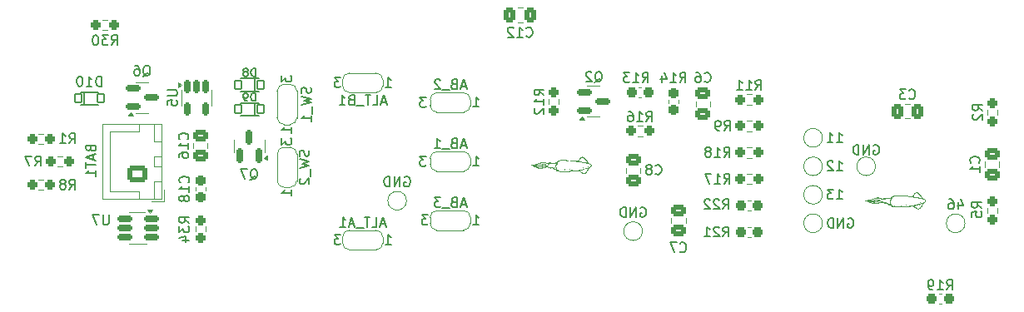
<source format=gbr>
%TF.GenerationSoftware,KiCad,Pcbnew,8.0.0*%
%TF.CreationDate,2024-12-15T19:06:57+00:00*%
%TF.ProjectId,main-board,6d61696e-2d62-46f6-9172-642e6b696361,rev?*%
%TF.SameCoordinates,Original*%
%TF.FileFunction,Legend,Bot*%
%TF.FilePolarity,Positive*%
%FSLAX46Y46*%
G04 Gerber Fmt 4.6, Leading zero omitted, Abs format (unit mm)*
G04 Created by KiCad (PCBNEW 8.0.0) date 2024-12-15 19:06:57*
%MOMM*%
%LPD*%
G01*
G04 APERTURE LIST*
G04 Aperture macros list*
%AMRoundRect*
0 Rectangle with rounded corners*
0 $1 Rounding radius*
0 $2 $3 $4 $5 $6 $7 $8 $9 X,Y pos of 4 corners*
0 Add a 4 corners polygon primitive as box body*
4,1,4,$2,$3,$4,$5,$6,$7,$8,$9,$2,$3,0*
0 Add four circle primitives for the rounded corners*
1,1,$1+$1,$2,$3*
1,1,$1+$1,$4,$5*
1,1,$1+$1,$6,$7*
1,1,$1+$1,$8,$9*
0 Add four rect primitives between the rounded corners*
20,1,$1+$1,$2,$3,$4,$5,0*
20,1,$1+$1,$4,$5,$6,$7,0*
20,1,$1+$1,$6,$7,$8,$9,0*
20,1,$1+$1,$8,$9,$2,$3,0*%
%AMFreePoly0*
4,1,19,0.550000,-0.750000,0.000000,-0.750000,0.000000,-0.744911,-0.071157,-0.744911,-0.207708,-0.704816,-0.327430,-0.627875,-0.420627,-0.520320,-0.479746,-0.390866,-0.500000,-0.250000,-0.500000,0.250000,-0.479746,0.390866,-0.420627,0.520320,-0.327430,0.627875,-0.207708,0.704816,-0.071157,0.744911,0.000000,0.744911,0.000000,0.750000,0.550000,0.750000,0.550000,-0.750000,0.550000,-0.750000,
$1*%
%AMFreePoly1*
4,1,19,0.000000,0.744911,0.071157,0.744911,0.207708,0.704816,0.327430,0.627875,0.420627,0.520320,0.479746,0.390866,0.500000,0.250000,0.500000,-0.250000,0.479746,-0.390866,0.420627,-0.520320,0.327430,-0.627875,0.207708,-0.704816,0.071157,-0.744911,0.000000,-0.744911,0.000000,-0.750000,-0.550000,-0.750000,-0.550000,0.750000,0.000000,0.750000,0.000000,0.744911,0.000000,0.744911,
$1*%
G04 Aperture macros list end*
%ADD10C,0.150000*%
%ADD11C,0.000000*%
%ADD12C,0.120000*%
%ADD13C,0.203200*%
%ADD14R,1.000000X1.000000*%
%ADD15O,1.000000X1.000000*%
%ADD16C,2.000000*%
%ADD17C,0.650000*%
%ADD18O,2.100000X1.000000*%
%ADD19O,1.800000X1.000000*%
%ADD20RoundRect,0.250000X-0.475000X0.337500X-0.475000X-0.337500X0.475000X-0.337500X0.475000X0.337500X0*%
%ADD21C,1.500000*%
%ADD22RoundRect,0.237500X-0.250000X-0.237500X0.250000X-0.237500X0.250000X0.237500X-0.250000X0.237500X0*%
%ADD23RoundRect,0.150000X-0.150000X0.512500X-0.150000X-0.512500X0.150000X-0.512500X0.150000X0.512500X0*%
%ADD24RoundRect,0.250000X0.475000X-0.337500X0.475000X0.337500X-0.475000X0.337500X-0.475000X-0.337500X0*%
%ADD25FreePoly0,90.000000*%
%ADD26R,1.500000X1.000000*%
%ADD27FreePoly1,90.000000*%
%ADD28FreePoly0,180.000000*%
%ADD29R,1.000000X1.500000*%
%ADD30FreePoly1,180.000000*%
%ADD31RoundRect,0.237500X-0.237500X0.250000X-0.237500X-0.250000X0.237500X-0.250000X0.237500X0.250000X0*%
%ADD32RoundRect,0.250000X0.337500X0.475000X-0.337500X0.475000X-0.337500X-0.475000X0.337500X-0.475000X0*%
%ADD33RoundRect,0.162500X0.617500X0.162500X-0.617500X0.162500X-0.617500X-0.162500X0.617500X-0.162500X0*%
%ADD34RoundRect,0.102000X0.315000X0.415000X-0.315000X0.415000X-0.315000X-0.415000X0.315000X-0.415000X0*%
%ADD35RoundRect,0.150000X0.150000X-0.587500X0.150000X0.587500X-0.150000X0.587500X-0.150000X-0.587500X0*%
%ADD36RoundRect,0.237500X-0.300000X-0.237500X0.300000X-0.237500X0.300000X0.237500X-0.300000X0.237500X0*%
%ADD37RoundRect,0.237500X0.250000X0.237500X-0.250000X0.237500X-0.250000X-0.237500X0.250000X-0.237500X0*%
%ADD38RoundRect,0.250000X-0.337500X-0.475000X0.337500X-0.475000X0.337500X0.475000X-0.337500X0.475000X0*%
%ADD39RoundRect,0.237500X0.237500X-0.250000X0.237500X0.250000X-0.237500X0.250000X-0.237500X-0.250000X0*%
%ADD40RoundRect,0.237500X0.300000X0.237500X-0.300000X0.237500X-0.300000X-0.237500X0.300000X-0.237500X0*%
%ADD41RoundRect,0.250000X0.750000X-0.600000X0.750000X0.600000X-0.750000X0.600000X-0.750000X-0.600000X0*%
%ADD42O,2.000000X1.700000*%
%ADD43RoundRect,0.150000X-0.587500X-0.150000X0.587500X-0.150000X0.587500X0.150000X-0.587500X0.150000X0*%
%ADD44RoundRect,0.237500X0.237500X-0.300000X0.237500X0.300000X-0.237500X0.300000X-0.237500X-0.300000X0*%
%ADD45RoundRect,0.102000X-0.315000X-0.415000X0.315000X-0.415000X0.315000X0.415000X-0.315000X0.415000X0*%
G04 APERTURE END LIST*
D10*
X66479580Y-97757142D02*
X66527200Y-97709523D01*
X66527200Y-97709523D02*
X66574819Y-97566666D01*
X66574819Y-97566666D02*
X66574819Y-97471428D01*
X66574819Y-97471428D02*
X66527200Y-97328571D01*
X66527200Y-97328571D02*
X66431961Y-97233333D01*
X66431961Y-97233333D02*
X66336723Y-97185714D01*
X66336723Y-97185714D02*
X66146247Y-97138095D01*
X66146247Y-97138095D02*
X66003390Y-97138095D01*
X66003390Y-97138095D02*
X65812914Y-97185714D01*
X65812914Y-97185714D02*
X65717676Y-97233333D01*
X65717676Y-97233333D02*
X65622438Y-97328571D01*
X65622438Y-97328571D02*
X65574819Y-97471428D01*
X65574819Y-97471428D02*
X65574819Y-97566666D01*
X65574819Y-97566666D02*
X65622438Y-97709523D01*
X65622438Y-97709523D02*
X65670057Y-97757142D01*
X66574819Y-98709523D02*
X66574819Y-98138095D01*
X66574819Y-98423809D02*
X65574819Y-98423809D01*
X65574819Y-98423809D02*
X65717676Y-98328571D01*
X65717676Y-98328571D02*
X65812914Y-98233333D01*
X65812914Y-98233333D02*
X65860533Y-98138095D01*
X65574819Y-99566666D02*
X65574819Y-99376190D01*
X65574819Y-99376190D02*
X65622438Y-99280952D01*
X65622438Y-99280952D02*
X65670057Y-99233333D01*
X65670057Y-99233333D02*
X65812914Y-99138095D01*
X65812914Y-99138095D02*
X66003390Y-99090476D01*
X66003390Y-99090476D02*
X66384342Y-99090476D01*
X66384342Y-99090476D02*
X66479580Y-99138095D01*
X66479580Y-99138095D02*
X66527200Y-99185714D01*
X66527200Y-99185714D02*
X66574819Y-99280952D01*
X66574819Y-99280952D02*
X66574819Y-99471428D01*
X66574819Y-99471428D02*
X66527200Y-99566666D01*
X66527200Y-99566666D02*
X66479580Y-99614285D01*
X66479580Y-99614285D02*
X66384342Y-99661904D01*
X66384342Y-99661904D02*
X66146247Y-99661904D01*
X66146247Y-99661904D02*
X66051009Y-99614285D01*
X66051009Y-99614285D02*
X66003390Y-99566666D01*
X66003390Y-99566666D02*
X65955771Y-99471428D01*
X65955771Y-99471428D02*
X65955771Y-99280952D01*
X65955771Y-99280952D02*
X66003390Y-99185714D01*
X66003390Y-99185714D02*
X66051009Y-99138095D01*
X66051009Y-99138095D02*
X66146247Y-99090476D01*
X133661904Y-105802438D02*
X133757142Y-105754819D01*
X133757142Y-105754819D02*
X133899999Y-105754819D01*
X133899999Y-105754819D02*
X134042856Y-105802438D01*
X134042856Y-105802438D02*
X134138094Y-105897676D01*
X134138094Y-105897676D02*
X134185713Y-105992914D01*
X134185713Y-105992914D02*
X134233332Y-106183390D01*
X134233332Y-106183390D02*
X134233332Y-106326247D01*
X134233332Y-106326247D02*
X134185713Y-106516723D01*
X134185713Y-106516723D02*
X134138094Y-106611961D01*
X134138094Y-106611961D02*
X134042856Y-106707200D01*
X134042856Y-106707200D02*
X133899999Y-106754819D01*
X133899999Y-106754819D02*
X133804761Y-106754819D01*
X133804761Y-106754819D02*
X133661904Y-106707200D01*
X133661904Y-106707200D02*
X133614285Y-106659580D01*
X133614285Y-106659580D02*
X133614285Y-106326247D01*
X133614285Y-106326247D02*
X133804761Y-106326247D01*
X133185713Y-106754819D02*
X133185713Y-105754819D01*
X133185713Y-105754819D02*
X132614285Y-106754819D01*
X132614285Y-106754819D02*
X132614285Y-105754819D01*
X132138094Y-106754819D02*
X132138094Y-105754819D01*
X132138094Y-105754819D02*
X131899999Y-105754819D01*
X131899999Y-105754819D02*
X131757142Y-105802438D01*
X131757142Y-105802438D02*
X131661904Y-105897676D01*
X131661904Y-105897676D02*
X131614285Y-105992914D01*
X131614285Y-105992914D02*
X131566666Y-106183390D01*
X131566666Y-106183390D02*
X131566666Y-106326247D01*
X131566666Y-106326247D02*
X131614285Y-106516723D01*
X131614285Y-106516723D02*
X131661904Y-106611961D01*
X131661904Y-106611961D02*
X131757142Y-106707200D01*
X131757142Y-106707200D02*
X131899999Y-106754819D01*
X131899999Y-106754819D02*
X132138094Y-106754819D01*
X121079166Y-96854819D02*
X121412499Y-96378628D01*
X121650594Y-96854819D02*
X121650594Y-95854819D01*
X121650594Y-95854819D02*
X121269642Y-95854819D01*
X121269642Y-95854819D02*
X121174404Y-95902438D01*
X121174404Y-95902438D02*
X121126785Y-95950057D01*
X121126785Y-95950057D02*
X121079166Y-96045295D01*
X121079166Y-96045295D02*
X121079166Y-96188152D01*
X121079166Y-96188152D02*
X121126785Y-96283390D01*
X121126785Y-96283390D02*
X121174404Y-96331009D01*
X121174404Y-96331009D02*
X121269642Y-96378628D01*
X121269642Y-96378628D02*
X121650594Y-96378628D01*
X120602975Y-96854819D02*
X120412499Y-96854819D01*
X120412499Y-96854819D02*
X120317261Y-96807200D01*
X120317261Y-96807200D02*
X120269642Y-96759580D01*
X120269642Y-96759580D02*
X120174404Y-96616723D01*
X120174404Y-96616723D02*
X120126785Y-96426247D01*
X120126785Y-96426247D02*
X120126785Y-96045295D01*
X120126785Y-96045295D02*
X120174404Y-95950057D01*
X120174404Y-95950057D02*
X120222023Y-95902438D01*
X120222023Y-95902438D02*
X120317261Y-95854819D01*
X120317261Y-95854819D02*
X120507737Y-95854819D01*
X120507737Y-95854819D02*
X120602975Y-95902438D01*
X120602975Y-95902438D02*
X120650594Y-95950057D01*
X120650594Y-95950057D02*
X120698213Y-96045295D01*
X120698213Y-96045295D02*
X120698213Y-96283390D01*
X120698213Y-96283390D02*
X120650594Y-96378628D01*
X120650594Y-96378628D02*
X120602975Y-96426247D01*
X120602975Y-96426247D02*
X120507737Y-96473866D01*
X120507737Y-96473866D02*
X120317261Y-96473866D01*
X120317261Y-96473866D02*
X120222023Y-96426247D01*
X120222023Y-96426247D02*
X120174404Y-96378628D01*
X120174404Y-96378628D02*
X120126785Y-96283390D01*
X64442319Y-92750595D02*
X65251842Y-92750595D01*
X65251842Y-92750595D02*
X65347080Y-92798214D01*
X65347080Y-92798214D02*
X65394700Y-92845833D01*
X65394700Y-92845833D02*
X65442319Y-92941071D01*
X65442319Y-92941071D02*
X65442319Y-93131547D01*
X65442319Y-93131547D02*
X65394700Y-93226785D01*
X65394700Y-93226785D02*
X65347080Y-93274404D01*
X65347080Y-93274404D02*
X65251842Y-93322023D01*
X65251842Y-93322023D02*
X64442319Y-93322023D01*
X64442319Y-94274404D02*
X64442319Y-93798214D01*
X64442319Y-93798214D02*
X64918509Y-93750595D01*
X64918509Y-93750595D02*
X64870890Y-93798214D01*
X64870890Y-93798214D02*
X64823271Y-93893452D01*
X64823271Y-93893452D02*
X64823271Y-94131547D01*
X64823271Y-94131547D02*
X64870890Y-94226785D01*
X64870890Y-94226785D02*
X64918509Y-94274404D01*
X64918509Y-94274404D02*
X65013747Y-94322023D01*
X65013747Y-94322023D02*
X65251842Y-94322023D01*
X65251842Y-94322023D02*
X65347080Y-94274404D01*
X65347080Y-94274404D02*
X65394700Y-94226785D01*
X65394700Y-94226785D02*
X65442319Y-94131547D01*
X65442319Y-94131547D02*
X65442319Y-93893452D01*
X65442319Y-93893452D02*
X65394700Y-93798214D01*
X65394700Y-93798214D02*
X65347080Y-93750595D01*
X146959580Y-100133333D02*
X147007200Y-100085714D01*
X147007200Y-100085714D02*
X147054819Y-99942857D01*
X147054819Y-99942857D02*
X147054819Y-99847619D01*
X147054819Y-99847619D02*
X147007200Y-99704762D01*
X147007200Y-99704762D02*
X146911961Y-99609524D01*
X146911961Y-99609524D02*
X146816723Y-99561905D01*
X146816723Y-99561905D02*
X146626247Y-99514286D01*
X146626247Y-99514286D02*
X146483390Y-99514286D01*
X146483390Y-99514286D02*
X146292914Y-99561905D01*
X146292914Y-99561905D02*
X146197676Y-99609524D01*
X146197676Y-99609524D02*
X146102438Y-99704762D01*
X146102438Y-99704762D02*
X146054819Y-99847619D01*
X146054819Y-99847619D02*
X146054819Y-99942857D01*
X146054819Y-99942857D02*
X146102438Y-100085714D01*
X146102438Y-100085714D02*
X146150057Y-100133333D01*
X147054819Y-101085714D02*
X147054819Y-100514286D01*
X147054819Y-100800000D02*
X146054819Y-100800000D01*
X146054819Y-100800000D02*
X146197676Y-100704762D01*
X146197676Y-100704762D02*
X146292914Y-100609524D01*
X146292914Y-100609524D02*
X146340533Y-100514286D01*
X78807200Y-98885714D02*
X78854819Y-99028571D01*
X78854819Y-99028571D02*
X78854819Y-99266666D01*
X78854819Y-99266666D02*
X78807200Y-99361904D01*
X78807200Y-99361904D02*
X78759580Y-99409523D01*
X78759580Y-99409523D02*
X78664342Y-99457142D01*
X78664342Y-99457142D02*
X78569104Y-99457142D01*
X78569104Y-99457142D02*
X78473866Y-99409523D01*
X78473866Y-99409523D02*
X78426247Y-99361904D01*
X78426247Y-99361904D02*
X78378628Y-99266666D01*
X78378628Y-99266666D02*
X78331009Y-99076190D01*
X78331009Y-99076190D02*
X78283390Y-98980952D01*
X78283390Y-98980952D02*
X78235771Y-98933333D01*
X78235771Y-98933333D02*
X78140533Y-98885714D01*
X78140533Y-98885714D02*
X78045295Y-98885714D01*
X78045295Y-98885714D02*
X77950057Y-98933333D01*
X77950057Y-98933333D02*
X77902438Y-98980952D01*
X77902438Y-98980952D02*
X77854819Y-99076190D01*
X77854819Y-99076190D02*
X77854819Y-99314285D01*
X77854819Y-99314285D02*
X77902438Y-99457142D01*
X77854819Y-99790476D02*
X78854819Y-100028571D01*
X78854819Y-100028571D02*
X78140533Y-100219047D01*
X78140533Y-100219047D02*
X78854819Y-100409523D01*
X78854819Y-100409523D02*
X77854819Y-100647619D01*
X78950057Y-100790476D02*
X78950057Y-101552380D01*
X77950057Y-101742857D02*
X77902438Y-101790476D01*
X77902438Y-101790476D02*
X77854819Y-101885714D01*
X77854819Y-101885714D02*
X77854819Y-102123809D01*
X77854819Y-102123809D02*
X77902438Y-102219047D01*
X77902438Y-102219047D02*
X77950057Y-102266666D01*
X77950057Y-102266666D02*
X78045295Y-102314285D01*
X78045295Y-102314285D02*
X78140533Y-102314285D01*
X78140533Y-102314285D02*
X78283390Y-102266666D01*
X78283390Y-102266666D02*
X78854819Y-101695238D01*
X78854819Y-101695238D02*
X78854819Y-102314285D01*
X76054819Y-97666667D02*
X76054819Y-98285714D01*
X76054819Y-98285714D02*
X76435771Y-97952381D01*
X76435771Y-97952381D02*
X76435771Y-98095238D01*
X76435771Y-98095238D02*
X76483390Y-98190476D01*
X76483390Y-98190476D02*
X76531009Y-98238095D01*
X76531009Y-98238095D02*
X76626247Y-98285714D01*
X76626247Y-98285714D02*
X76864342Y-98285714D01*
X76864342Y-98285714D02*
X76959580Y-98238095D01*
X76959580Y-98238095D02*
X77007200Y-98190476D01*
X77007200Y-98190476D02*
X77054819Y-98095238D01*
X77054819Y-98095238D02*
X77054819Y-97809524D01*
X77054819Y-97809524D02*
X77007200Y-97714286D01*
X77007200Y-97714286D02*
X76959580Y-97666667D01*
X77054819Y-103485714D02*
X77054819Y-102914286D01*
X77054819Y-103200000D02*
X76054819Y-103200000D01*
X76054819Y-103200000D02*
X76197676Y-103104762D01*
X76197676Y-103104762D02*
X76292914Y-103009524D01*
X76292914Y-103009524D02*
X76340533Y-102914286D01*
X86609523Y-106369104D02*
X86133333Y-106369104D01*
X86704761Y-106654819D02*
X86371428Y-105654819D01*
X86371428Y-105654819D02*
X86038095Y-106654819D01*
X85228571Y-106654819D02*
X85704761Y-106654819D01*
X85704761Y-106654819D02*
X85704761Y-105654819D01*
X85038094Y-105654819D02*
X84466666Y-105654819D01*
X84752380Y-106654819D02*
X84752380Y-105654819D01*
X84371428Y-106750057D02*
X83609523Y-106750057D01*
X83419046Y-106369104D02*
X82942856Y-106369104D01*
X83514284Y-106654819D02*
X83180951Y-105654819D01*
X83180951Y-105654819D02*
X82847618Y-106654819D01*
X81990475Y-106654819D02*
X82561903Y-106654819D01*
X82276189Y-106654819D02*
X82276189Y-105654819D01*
X82276189Y-105654819D02*
X82371427Y-105797676D01*
X82371427Y-105797676D02*
X82466665Y-105892914D01*
X82466665Y-105892914D02*
X82561903Y-105940533D01*
X86614285Y-108454819D02*
X87185713Y-108454819D01*
X86899999Y-108454819D02*
X86899999Y-107454819D01*
X86899999Y-107454819D02*
X86995237Y-107597676D01*
X86995237Y-107597676D02*
X87090475Y-107692914D01*
X87090475Y-107692914D02*
X87185713Y-107740533D01*
X82033332Y-107454819D02*
X81414285Y-107454819D01*
X81414285Y-107454819D02*
X81747618Y-107835771D01*
X81747618Y-107835771D02*
X81604761Y-107835771D01*
X81604761Y-107835771D02*
X81509523Y-107883390D01*
X81509523Y-107883390D02*
X81461904Y-107931009D01*
X81461904Y-107931009D02*
X81414285Y-108026247D01*
X81414285Y-108026247D02*
X81414285Y-108264342D01*
X81414285Y-108264342D02*
X81461904Y-108359580D01*
X81461904Y-108359580D02*
X81509523Y-108407200D01*
X81509523Y-108407200D02*
X81604761Y-108454819D01*
X81604761Y-108454819D02*
X81890475Y-108454819D01*
X81890475Y-108454819D02*
X81985713Y-108407200D01*
X81985713Y-108407200D02*
X82033332Y-108359580D01*
X102724819Y-93257142D02*
X102248628Y-92923809D01*
X102724819Y-92685714D02*
X101724819Y-92685714D01*
X101724819Y-92685714D02*
X101724819Y-93066666D01*
X101724819Y-93066666D02*
X101772438Y-93161904D01*
X101772438Y-93161904D02*
X101820057Y-93209523D01*
X101820057Y-93209523D02*
X101915295Y-93257142D01*
X101915295Y-93257142D02*
X102058152Y-93257142D01*
X102058152Y-93257142D02*
X102153390Y-93209523D01*
X102153390Y-93209523D02*
X102201009Y-93161904D01*
X102201009Y-93161904D02*
X102248628Y-93066666D01*
X102248628Y-93066666D02*
X102248628Y-92685714D01*
X102724819Y-94209523D02*
X102724819Y-93638095D01*
X102724819Y-93923809D02*
X101724819Y-93923809D01*
X101724819Y-93923809D02*
X101867676Y-93828571D01*
X101867676Y-93828571D02*
X101962914Y-93733333D01*
X101962914Y-93733333D02*
X102010533Y-93638095D01*
X101820057Y-94590476D02*
X101772438Y-94638095D01*
X101772438Y-94638095D02*
X101724819Y-94733333D01*
X101724819Y-94733333D02*
X101724819Y-94971428D01*
X101724819Y-94971428D02*
X101772438Y-95066666D01*
X101772438Y-95066666D02*
X101820057Y-95114285D01*
X101820057Y-95114285D02*
X101915295Y-95161904D01*
X101915295Y-95161904D02*
X102010533Y-95161904D01*
X102010533Y-95161904D02*
X102153390Y-95114285D01*
X102153390Y-95114285D02*
X102724819Y-94542857D01*
X102724819Y-94542857D02*
X102724819Y-95161904D01*
X139866666Y-93579580D02*
X139914285Y-93627200D01*
X139914285Y-93627200D02*
X140057142Y-93674819D01*
X140057142Y-93674819D02*
X140152380Y-93674819D01*
X140152380Y-93674819D02*
X140295237Y-93627200D01*
X140295237Y-93627200D02*
X140390475Y-93531961D01*
X140390475Y-93531961D02*
X140438094Y-93436723D01*
X140438094Y-93436723D02*
X140485713Y-93246247D01*
X140485713Y-93246247D02*
X140485713Y-93103390D01*
X140485713Y-93103390D02*
X140438094Y-92912914D01*
X140438094Y-92912914D02*
X140390475Y-92817676D01*
X140390475Y-92817676D02*
X140295237Y-92722438D01*
X140295237Y-92722438D02*
X140152380Y-92674819D01*
X140152380Y-92674819D02*
X140057142Y-92674819D01*
X140057142Y-92674819D02*
X139914285Y-92722438D01*
X139914285Y-92722438D02*
X139866666Y-92770057D01*
X139533332Y-92674819D02*
X138914285Y-92674819D01*
X138914285Y-92674819D02*
X139247618Y-93055771D01*
X139247618Y-93055771D02*
X139104761Y-93055771D01*
X139104761Y-93055771D02*
X139009523Y-93103390D01*
X139009523Y-93103390D02*
X138961904Y-93151009D01*
X138961904Y-93151009D02*
X138914285Y-93246247D01*
X138914285Y-93246247D02*
X138914285Y-93484342D01*
X138914285Y-93484342D02*
X138961904Y-93579580D01*
X138961904Y-93579580D02*
X139009523Y-93627200D01*
X139009523Y-93627200D02*
X139104761Y-93674819D01*
X139104761Y-93674819D02*
X139390475Y-93674819D01*
X139390475Y-93674819D02*
X139485713Y-93627200D01*
X139485713Y-93627200D02*
X139533332Y-93579580D01*
X58461904Y-105454819D02*
X58461904Y-106264342D01*
X58461904Y-106264342D02*
X58414285Y-106359580D01*
X58414285Y-106359580D02*
X58366666Y-106407200D01*
X58366666Y-106407200D02*
X58271428Y-106454819D01*
X58271428Y-106454819D02*
X58080952Y-106454819D01*
X58080952Y-106454819D02*
X57985714Y-106407200D01*
X57985714Y-106407200D02*
X57938095Y-106359580D01*
X57938095Y-106359580D02*
X57890476Y-106264342D01*
X57890476Y-106264342D02*
X57890476Y-105454819D01*
X57509523Y-105454819D02*
X56842857Y-105454819D01*
X56842857Y-105454819D02*
X57271428Y-106454819D01*
X73390475Y-93842075D02*
X73390475Y-93042075D01*
X73390475Y-93042075D02*
X73199999Y-93042075D01*
X73199999Y-93042075D02*
X73085713Y-93080170D01*
X73085713Y-93080170D02*
X73009523Y-93156360D01*
X73009523Y-93156360D02*
X72971428Y-93232551D01*
X72971428Y-93232551D02*
X72933332Y-93384932D01*
X72933332Y-93384932D02*
X72933332Y-93499218D01*
X72933332Y-93499218D02*
X72971428Y-93651599D01*
X72971428Y-93651599D02*
X73009523Y-93727789D01*
X73009523Y-93727789D02*
X73085713Y-93803980D01*
X73085713Y-93803980D02*
X73199999Y-93842075D01*
X73199999Y-93842075D02*
X73390475Y-93842075D01*
X72552380Y-93842075D02*
X72399999Y-93842075D01*
X72399999Y-93842075D02*
X72323809Y-93803980D01*
X72323809Y-93803980D02*
X72285713Y-93765884D01*
X72285713Y-93765884D02*
X72209523Y-93651599D01*
X72209523Y-93651599D02*
X72171428Y-93499218D01*
X72171428Y-93499218D02*
X72171428Y-93194456D01*
X72171428Y-93194456D02*
X72209523Y-93118265D01*
X72209523Y-93118265D02*
X72247618Y-93080170D01*
X72247618Y-93080170D02*
X72323809Y-93042075D01*
X72323809Y-93042075D02*
X72476190Y-93042075D01*
X72476190Y-93042075D02*
X72552380Y-93080170D01*
X72552380Y-93080170D02*
X72590475Y-93118265D01*
X72590475Y-93118265D02*
X72628571Y-93194456D01*
X72628571Y-93194456D02*
X72628571Y-93384932D01*
X72628571Y-93384932D02*
X72590475Y-93461122D01*
X72590475Y-93461122D02*
X72552380Y-93499218D01*
X72552380Y-93499218D02*
X72476190Y-93537313D01*
X72476190Y-93537313D02*
X72323809Y-93537313D01*
X72323809Y-93537313D02*
X72247618Y-93499218D01*
X72247618Y-93499218D02*
X72209523Y-93461122D01*
X72209523Y-93461122D02*
X72171428Y-93384932D01*
X72845238Y-101875057D02*
X72940476Y-101827438D01*
X72940476Y-101827438D02*
X73035714Y-101732200D01*
X73035714Y-101732200D02*
X73178571Y-101589342D01*
X73178571Y-101589342D02*
X73273809Y-101541723D01*
X73273809Y-101541723D02*
X73369047Y-101541723D01*
X73321428Y-101779819D02*
X73416666Y-101732200D01*
X73416666Y-101732200D02*
X73511904Y-101636961D01*
X73511904Y-101636961D02*
X73559523Y-101446485D01*
X73559523Y-101446485D02*
X73559523Y-101113152D01*
X73559523Y-101113152D02*
X73511904Y-100922676D01*
X73511904Y-100922676D02*
X73416666Y-100827438D01*
X73416666Y-100827438D02*
X73321428Y-100779819D01*
X73321428Y-100779819D02*
X73130952Y-100779819D01*
X73130952Y-100779819D02*
X73035714Y-100827438D01*
X73035714Y-100827438D02*
X72940476Y-100922676D01*
X72940476Y-100922676D02*
X72892857Y-101113152D01*
X72892857Y-101113152D02*
X72892857Y-101446485D01*
X72892857Y-101446485D02*
X72940476Y-101636961D01*
X72940476Y-101636961D02*
X73035714Y-101732200D01*
X73035714Y-101732200D02*
X73130952Y-101779819D01*
X73130952Y-101779819D02*
X73321428Y-101779819D01*
X72559523Y-100779819D02*
X71892857Y-100779819D01*
X71892857Y-100779819D02*
X72321428Y-101779819D01*
X132490476Y-100954819D02*
X133061904Y-100954819D01*
X132776190Y-100954819D02*
X132776190Y-99954819D01*
X132776190Y-99954819D02*
X132871428Y-100097676D01*
X132871428Y-100097676D02*
X132966666Y-100192914D01*
X132966666Y-100192914D02*
X133061904Y-100240533D01*
X132109523Y-100050057D02*
X132061904Y-100002438D01*
X132061904Y-100002438D02*
X131966666Y-99954819D01*
X131966666Y-99954819D02*
X131728571Y-99954819D01*
X131728571Y-99954819D02*
X131633333Y-100002438D01*
X131633333Y-100002438D02*
X131585714Y-100050057D01*
X131585714Y-100050057D02*
X131538095Y-100145295D01*
X131538095Y-100145295D02*
X131538095Y-100240533D01*
X131538095Y-100240533D02*
X131585714Y-100383390D01*
X131585714Y-100383390D02*
X132157142Y-100954819D01*
X132157142Y-100954819D02*
X131538095Y-100954819D01*
X73390475Y-91342075D02*
X73390475Y-90542075D01*
X73390475Y-90542075D02*
X73199999Y-90542075D01*
X73199999Y-90542075D02*
X73085713Y-90580170D01*
X73085713Y-90580170D02*
X73009523Y-90656360D01*
X73009523Y-90656360D02*
X72971428Y-90732551D01*
X72971428Y-90732551D02*
X72933332Y-90884932D01*
X72933332Y-90884932D02*
X72933332Y-90999218D01*
X72933332Y-90999218D02*
X72971428Y-91151599D01*
X72971428Y-91151599D02*
X73009523Y-91227789D01*
X73009523Y-91227789D02*
X73085713Y-91303980D01*
X73085713Y-91303980D02*
X73199999Y-91342075D01*
X73199999Y-91342075D02*
X73390475Y-91342075D01*
X72476190Y-90884932D02*
X72552380Y-90846837D01*
X72552380Y-90846837D02*
X72590475Y-90808741D01*
X72590475Y-90808741D02*
X72628571Y-90732551D01*
X72628571Y-90732551D02*
X72628571Y-90694456D01*
X72628571Y-90694456D02*
X72590475Y-90618265D01*
X72590475Y-90618265D02*
X72552380Y-90580170D01*
X72552380Y-90580170D02*
X72476190Y-90542075D01*
X72476190Y-90542075D02*
X72323809Y-90542075D01*
X72323809Y-90542075D02*
X72247618Y-90580170D01*
X72247618Y-90580170D02*
X72209523Y-90618265D01*
X72209523Y-90618265D02*
X72171428Y-90694456D01*
X72171428Y-90694456D02*
X72171428Y-90732551D01*
X72171428Y-90732551D02*
X72209523Y-90808741D01*
X72209523Y-90808741D02*
X72247618Y-90846837D01*
X72247618Y-90846837D02*
X72323809Y-90884932D01*
X72323809Y-90884932D02*
X72476190Y-90884932D01*
X72476190Y-90884932D02*
X72552380Y-90923027D01*
X72552380Y-90923027D02*
X72590475Y-90961122D01*
X72590475Y-90961122D02*
X72628571Y-91037313D01*
X72628571Y-91037313D02*
X72628571Y-91189694D01*
X72628571Y-91189694D02*
X72590475Y-91265884D01*
X72590475Y-91265884D02*
X72552380Y-91303980D01*
X72552380Y-91303980D02*
X72476190Y-91342075D01*
X72476190Y-91342075D02*
X72323809Y-91342075D01*
X72323809Y-91342075D02*
X72247618Y-91303980D01*
X72247618Y-91303980D02*
X72209523Y-91265884D01*
X72209523Y-91265884D02*
X72171428Y-91189694D01*
X72171428Y-91189694D02*
X72171428Y-91037313D01*
X72171428Y-91037313D02*
X72209523Y-90961122D01*
X72209523Y-90961122D02*
X72247618Y-90923027D01*
X72247618Y-90923027D02*
X72323809Y-90884932D01*
X143680357Y-113054819D02*
X144013690Y-112578628D01*
X144251785Y-113054819D02*
X144251785Y-112054819D01*
X144251785Y-112054819D02*
X143870833Y-112054819D01*
X143870833Y-112054819D02*
X143775595Y-112102438D01*
X143775595Y-112102438D02*
X143727976Y-112150057D01*
X143727976Y-112150057D02*
X143680357Y-112245295D01*
X143680357Y-112245295D02*
X143680357Y-112388152D01*
X143680357Y-112388152D02*
X143727976Y-112483390D01*
X143727976Y-112483390D02*
X143775595Y-112531009D01*
X143775595Y-112531009D02*
X143870833Y-112578628D01*
X143870833Y-112578628D02*
X144251785Y-112578628D01*
X142727976Y-113054819D02*
X143299404Y-113054819D01*
X143013690Y-113054819D02*
X143013690Y-112054819D01*
X143013690Y-112054819D02*
X143108928Y-112197676D01*
X143108928Y-112197676D02*
X143204166Y-112292914D01*
X143204166Y-112292914D02*
X143299404Y-112340533D01*
X142251785Y-113054819D02*
X142061309Y-113054819D01*
X142061309Y-113054819D02*
X141966071Y-113007200D01*
X141966071Y-113007200D02*
X141918452Y-112959580D01*
X141918452Y-112959580D02*
X141823214Y-112816723D01*
X141823214Y-112816723D02*
X141775595Y-112626247D01*
X141775595Y-112626247D02*
X141775595Y-112245295D01*
X141775595Y-112245295D02*
X141823214Y-112150057D01*
X141823214Y-112150057D02*
X141870833Y-112102438D01*
X141870833Y-112102438D02*
X141966071Y-112054819D01*
X141966071Y-112054819D02*
X142156547Y-112054819D01*
X142156547Y-112054819D02*
X142251785Y-112102438D01*
X142251785Y-112102438D02*
X142299404Y-112150057D01*
X142299404Y-112150057D02*
X142347023Y-112245295D01*
X142347023Y-112245295D02*
X142347023Y-112483390D01*
X142347023Y-112483390D02*
X142299404Y-112578628D01*
X142299404Y-112578628D02*
X142251785Y-112626247D01*
X142251785Y-112626247D02*
X142156547Y-112673866D01*
X142156547Y-112673866D02*
X141966071Y-112673866D01*
X141966071Y-112673866D02*
X141870833Y-112626247D01*
X141870833Y-112626247D02*
X141823214Y-112578628D01*
X141823214Y-112578628D02*
X141775595Y-112483390D01*
X50966666Y-100454819D02*
X51299999Y-99978628D01*
X51538094Y-100454819D02*
X51538094Y-99454819D01*
X51538094Y-99454819D02*
X51157142Y-99454819D01*
X51157142Y-99454819D02*
X51061904Y-99502438D01*
X51061904Y-99502438D02*
X51014285Y-99550057D01*
X51014285Y-99550057D02*
X50966666Y-99645295D01*
X50966666Y-99645295D02*
X50966666Y-99788152D01*
X50966666Y-99788152D02*
X51014285Y-99883390D01*
X51014285Y-99883390D02*
X51061904Y-99931009D01*
X51061904Y-99931009D02*
X51157142Y-99978628D01*
X51157142Y-99978628D02*
X51538094Y-99978628D01*
X50633332Y-99454819D02*
X49966666Y-99454819D01*
X49966666Y-99454819D02*
X50395237Y-100454819D01*
X94795237Y-92369104D02*
X94319047Y-92369104D01*
X94890475Y-92654819D02*
X94557142Y-91654819D01*
X94557142Y-91654819D02*
X94223809Y-92654819D01*
X93557142Y-92131009D02*
X93414285Y-92178628D01*
X93414285Y-92178628D02*
X93366666Y-92226247D01*
X93366666Y-92226247D02*
X93319047Y-92321485D01*
X93319047Y-92321485D02*
X93319047Y-92464342D01*
X93319047Y-92464342D02*
X93366666Y-92559580D01*
X93366666Y-92559580D02*
X93414285Y-92607200D01*
X93414285Y-92607200D02*
X93509523Y-92654819D01*
X93509523Y-92654819D02*
X93890475Y-92654819D01*
X93890475Y-92654819D02*
X93890475Y-91654819D01*
X93890475Y-91654819D02*
X93557142Y-91654819D01*
X93557142Y-91654819D02*
X93461904Y-91702438D01*
X93461904Y-91702438D02*
X93414285Y-91750057D01*
X93414285Y-91750057D02*
X93366666Y-91845295D01*
X93366666Y-91845295D02*
X93366666Y-91940533D01*
X93366666Y-91940533D02*
X93414285Y-92035771D01*
X93414285Y-92035771D02*
X93461904Y-92083390D01*
X93461904Y-92083390D02*
X93557142Y-92131009D01*
X93557142Y-92131009D02*
X93890475Y-92131009D01*
X93128571Y-92750057D02*
X92366666Y-92750057D01*
X92176189Y-91750057D02*
X92128570Y-91702438D01*
X92128570Y-91702438D02*
X92033332Y-91654819D01*
X92033332Y-91654819D02*
X91795237Y-91654819D01*
X91795237Y-91654819D02*
X91699999Y-91702438D01*
X91699999Y-91702438D02*
X91652380Y-91750057D01*
X91652380Y-91750057D02*
X91604761Y-91845295D01*
X91604761Y-91845295D02*
X91604761Y-91940533D01*
X91604761Y-91940533D02*
X91652380Y-92083390D01*
X91652380Y-92083390D02*
X92223808Y-92654819D01*
X92223808Y-92654819D02*
X91604761Y-92654819D01*
X95514285Y-94454819D02*
X96085713Y-94454819D01*
X95799999Y-94454819D02*
X95799999Y-93454819D01*
X95799999Y-93454819D02*
X95895237Y-93597676D01*
X95895237Y-93597676D02*
X95990475Y-93692914D01*
X95990475Y-93692914D02*
X96085713Y-93740533D01*
X90733332Y-93474819D02*
X90114285Y-93474819D01*
X90114285Y-93474819D02*
X90447618Y-93855771D01*
X90447618Y-93855771D02*
X90304761Y-93855771D01*
X90304761Y-93855771D02*
X90209523Y-93903390D01*
X90209523Y-93903390D02*
X90161904Y-93951009D01*
X90161904Y-93951009D02*
X90114285Y-94046247D01*
X90114285Y-94046247D02*
X90114285Y-94284342D01*
X90114285Y-94284342D02*
X90161904Y-94379580D01*
X90161904Y-94379580D02*
X90209523Y-94427200D01*
X90209523Y-94427200D02*
X90304761Y-94474819D01*
X90304761Y-94474819D02*
X90590475Y-94474819D01*
X90590475Y-94474819D02*
X90685713Y-94427200D01*
X90685713Y-94427200D02*
X90733332Y-94379580D01*
X121042857Y-102254819D02*
X121376190Y-101778628D01*
X121614285Y-102254819D02*
X121614285Y-101254819D01*
X121614285Y-101254819D02*
X121233333Y-101254819D01*
X121233333Y-101254819D02*
X121138095Y-101302438D01*
X121138095Y-101302438D02*
X121090476Y-101350057D01*
X121090476Y-101350057D02*
X121042857Y-101445295D01*
X121042857Y-101445295D02*
X121042857Y-101588152D01*
X121042857Y-101588152D02*
X121090476Y-101683390D01*
X121090476Y-101683390D02*
X121138095Y-101731009D01*
X121138095Y-101731009D02*
X121233333Y-101778628D01*
X121233333Y-101778628D02*
X121614285Y-101778628D01*
X120090476Y-102254819D02*
X120661904Y-102254819D01*
X120376190Y-102254819D02*
X120376190Y-101254819D01*
X120376190Y-101254819D02*
X120471428Y-101397676D01*
X120471428Y-101397676D02*
X120566666Y-101492914D01*
X120566666Y-101492914D02*
X120661904Y-101540533D01*
X119757142Y-101254819D02*
X119090476Y-101254819D01*
X119090476Y-101254819D02*
X119519047Y-102254819D01*
X147337319Y-94833333D02*
X146861128Y-94500000D01*
X147337319Y-94261905D02*
X146337319Y-94261905D01*
X146337319Y-94261905D02*
X146337319Y-94642857D01*
X146337319Y-94642857D02*
X146384938Y-94738095D01*
X146384938Y-94738095D02*
X146432557Y-94785714D01*
X146432557Y-94785714D02*
X146527795Y-94833333D01*
X146527795Y-94833333D02*
X146670652Y-94833333D01*
X146670652Y-94833333D02*
X146765890Y-94785714D01*
X146765890Y-94785714D02*
X146813509Y-94738095D01*
X146813509Y-94738095D02*
X146861128Y-94642857D01*
X146861128Y-94642857D02*
X146861128Y-94261905D01*
X146432557Y-95214286D02*
X146384938Y-95261905D01*
X146384938Y-95261905D02*
X146337319Y-95357143D01*
X146337319Y-95357143D02*
X146337319Y-95595238D01*
X146337319Y-95595238D02*
X146384938Y-95690476D01*
X146384938Y-95690476D02*
X146432557Y-95738095D01*
X146432557Y-95738095D02*
X146527795Y-95785714D01*
X146527795Y-95785714D02*
X146623033Y-95785714D01*
X146623033Y-95785714D02*
X146765890Y-95738095D01*
X146765890Y-95738095D02*
X147337319Y-95166667D01*
X147337319Y-95166667D02*
X147337319Y-95785714D01*
X100942857Y-87259580D02*
X100990476Y-87307200D01*
X100990476Y-87307200D02*
X101133333Y-87354819D01*
X101133333Y-87354819D02*
X101228571Y-87354819D01*
X101228571Y-87354819D02*
X101371428Y-87307200D01*
X101371428Y-87307200D02*
X101466666Y-87211961D01*
X101466666Y-87211961D02*
X101514285Y-87116723D01*
X101514285Y-87116723D02*
X101561904Y-86926247D01*
X101561904Y-86926247D02*
X101561904Y-86783390D01*
X101561904Y-86783390D02*
X101514285Y-86592914D01*
X101514285Y-86592914D02*
X101466666Y-86497676D01*
X101466666Y-86497676D02*
X101371428Y-86402438D01*
X101371428Y-86402438D02*
X101228571Y-86354819D01*
X101228571Y-86354819D02*
X101133333Y-86354819D01*
X101133333Y-86354819D02*
X100990476Y-86402438D01*
X100990476Y-86402438D02*
X100942857Y-86450057D01*
X99990476Y-87354819D02*
X100561904Y-87354819D01*
X100276190Y-87354819D02*
X100276190Y-86354819D01*
X100276190Y-86354819D02*
X100371428Y-86497676D01*
X100371428Y-86497676D02*
X100466666Y-86592914D01*
X100466666Y-86592914D02*
X100561904Y-86640533D01*
X99609523Y-86450057D02*
X99561904Y-86402438D01*
X99561904Y-86402438D02*
X99466666Y-86354819D01*
X99466666Y-86354819D02*
X99228571Y-86354819D01*
X99228571Y-86354819D02*
X99133333Y-86402438D01*
X99133333Y-86402438D02*
X99085714Y-86450057D01*
X99085714Y-86450057D02*
X99038095Y-86545295D01*
X99038095Y-86545295D02*
X99038095Y-86640533D01*
X99038095Y-86640533D02*
X99085714Y-86783390D01*
X99085714Y-86783390D02*
X99657142Y-87354819D01*
X99657142Y-87354819D02*
X99038095Y-87354819D01*
X66654819Y-106257142D02*
X66178628Y-105923809D01*
X66654819Y-105685714D02*
X65654819Y-105685714D01*
X65654819Y-105685714D02*
X65654819Y-106066666D01*
X65654819Y-106066666D02*
X65702438Y-106161904D01*
X65702438Y-106161904D02*
X65750057Y-106209523D01*
X65750057Y-106209523D02*
X65845295Y-106257142D01*
X65845295Y-106257142D02*
X65988152Y-106257142D01*
X65988152Y-106257142D02*
X66083390Y-106209523D01*
X66083390Y-106209523D02*
X66131009Y-106161904D01*
X66131009Y-106161904D02*
X66178628Y-106066666D01*
X66178628Y-106066666D02*
X66178628Y-105685714D01*
X65654819Y-106590476D02*
X65654819Y-107209523D01*
X65654819Y-107209523D02*
X66035771Y-106876190D01*
X66035771Y-106876190D02*
X66035771Y-107019047D01*
X66035771Y-107019047D02*
X66083390Y-107114285D01*
X66083390Y-107114285D02*
X66131009Y-107161904D01*
X66131009Y-107161904D02*
X66226247Y-107209523D01*
X66226247Y-107209523D02*
X66464342Y-107209523D01*
X66464342Y-107209523D02*
X66559580Y-107161904D01*
X66559580Y-107161904D02*
X66607200Y-107114285D01*
X66607200Y-107114285D02*
X66654819Y-107019047D01*
X66654819Y-107019047D02*
X66654819Y-106733333D01*
X66654819Y-106733333D02*
X66607200Y-106638095D01*
X66607200Y-106638095D02*
X66559580Y-106590476D01*
X65988152Y-108066666D02*
X66654819Y-108066666D01*
X65607200Y-107828571D02*
X66321485Y-107590476D01*
X66321485Y-107590476D02*
X66321485Y-108209523D01*
X120942857Y-104854819D02*
X121276190Y-104378628D01*
X121514285Y-104854819D02*
X121514285Y-103854819D01*
X121514285Y-103854819D02*
X121133333Y-103854819D01*
X121133333Y-103854819D02*
X121038095Y-103902438D01*
X121038095Y-103902438D02*
X120990476Y-103950057D01*
X120990476Y-103950057D02*
X120942857Y-104045295D01*
X120942857Y-104045295D02*
X120942857Y-104188152D01*
X120942857Y-104188152D02*
X120990476Y-104283390D01*
X120990476Y-104283390D02*
X121038095Y-104331009D01*
X121038095Y-104331009D02*
X121133333Y-104378628D01*
X121133333Y-104378628D02*
X121514285Y-104378628D01*
X120561904Y-103950057D02*
X120514285Y-103902438D01*
X120514285Y-103902438D02*
X120419047Y-103854819D01*
X120419047Y-103854819D02*
X120180952Y-103854819D01*
X120180952Y-103854819D02*
X120085714Y-103902438D01*
X120085714Y-103902438D02*
X120038095Y-103950057D01*
X120038095Y-103950057D02*
X119990476Y-104045295D01*
X119990476Y-104045295D02*
X119990476Y-104140533D01*
X119990476Y-104140533D02*
X120038095Y-104283390D01*
X120038095Y-104283390D02*
X120609523Y-104854819D01*
X120609523Y-104854819D02*
X119990476Y-104854819D01*
X119609523Y-103950057D02*
X119561904Y-103902438D01*
X119561904Y-103902438D02*
X119466666Y-103854819D01*
X119466666Y-103854819D02*
X119228571Y-103854819D01*
X119228571Y-103854819D02*
X119133333Y-103902438D01*
X119133333Y-103902438D02*
X119085714Y-103950057D01*
X119085714Y-103950057D02*
X119038095Y-104045295D01*
X119038095Y-104045295D02*
X119038095Y-104140533D01*
X119038095Y-104140533D02*
X119085714Y-104283390D01*
X119085714Y-104283390D02*
X119657142Y-104854819D01*
X119657142Y-104854819D02*
X119038095Y-104854819D01*
X124242857Y-92724819D02*
X124576190Y-92248628D01*
X124814285Y-92724819D02*
X124814285Y-91724819D01*
X124814285Y-91724819D02*
X124433333Y-91724819D01*
X124433333Y-91724819D02*
X124338095Y-91772438D01*
X124338095Y-91772438D02*
X124290476Y-91820057D01*
X124290476Y-91820057D02*
X124242857Y-91915295D01*
X124242857Y-91915295D02*
X124242857Y-92058152D01*
X124242857Y-92058152D02*
X124290476Y-92153390D01*
X124290476Y-92153390D02*
X124338095Y-92201009D01*
X124338095Y-92201009D02*
X124433333Y-92248628D01*
X124433333Y-92248628D02*
X124814285Y-92248628D01*
X123290476Y-92724819D02*
X123861904Y-92724819D01*
X123576190Y-92724819D02*
X123576190Y-91724819D01*
X123576190Y-91724819D02*
X123671428Y-91867676D01*
X123671428Y-91867676D02*
X123766666Y-91962914D01*
X123766666Y-91962914D02*
X123861904Y-92010533D01*
X122338095Y-92724819D02*
X122909523Y-92724819D01*
X122623809Y-92724819D02*
X122623809Y-91724819D01*
X122623809Y-91724819D02*
X122719047Y-91867676D01*
X122719047Y-91867676D02*
X122814285Y-91962914D01*
X122814285Y-91962914D02*
X122909523Y-92010533D01*
X56631009Y-98685714D02*
X56678628Y-98828571D01*
X56678628Y-98828571D02*
X56726247Y-98876190D01*
X56726247Y-98876190D02*
X56821485Y-98923809D01*
X56821485Y-98923809D02*
X56964342Y-98923809D01*
X56964342Y-98923809D02*
X57059580Y-98876190D01*
X57059580Y-98876190D02*
X57107200Y-98828571D01*
X57107200Y-98828571D02*
X57154819Y-98733333D01*
X57154819Y-98733333D02*
X57154819Y-98352381D01*
X57154819Y-98352381D02*
X56154819Y-98352381D01*
X56154819Y-98352381D02*
X56154819Y-98685714D01*
X56154819Y-98685714D02*
X56202438Y-98780952D01*
X56202438Y-98780952D02*
X56250057Y-98828571D01*
X56250057Y-98828571D02*
X56345295Y-98876190D01*
X56345295Y-98876190D02*
X56440533Y-98876190D01*
X56440533Y-98876190D02*
X56535771Y-98828571D01*
X56535771Y-98828571D02*
X56583390Y-98780952D01*
X56583390Y-98780952D02*
X56631009Y-98685714D01*
X56631009Y-98685714D02*
X56631009Y-98352381D01*
X56869104Y-99304762D02*
X56869104Y-99780952D01*
X57154819Y-99209524D02*
X56154819Y-99542857D01*
X56154819Y-99542857D02*
X57154819Y-99876190D01*
X56154819Y-100066667D02*
X56154819Y-100638095D01*
X57154819Y-100352381D02*
X56154819Y-100352381D01*
X57154819Y-101495238D02*
X57154819Y-100923810D01*
X57154819Y-101209524D02*
X56154819Y-101209524D01*
X56154819Y-101209524D02*
X56297676Y-101114286D01*
X56297676Y-101114286D02*
X56392914Y-101019048D01*
X56392914Y-101019048D02*
X56440533Y-100923810D01*
X54466666Y-98154819D02*
X54799999Y-97678628D01*
X55038094Y-98154819D02*
X55038094Y-97154819D01*
X55038094Y-97154819D02*
X54657142Y-97154819D01*
X54657142Y-97154819D02*
X54561904Y-97202438D01*
X54561904Y-97202438D02*
X54514285Y-97250057D01*
X54514285Y-97250057D02*
X54466666Y-97345295D01*
X54466666Y-97345295D02*
X54466666Y-97488152D01*
X54466666Y-97488152D02*
X54514285Y-97583390D01*
X54514285Y-97583390D02*
X54561904Y-97631009D01*
X54561904Y-97631009D02*
X54657142Y-97678628D01*
X54657142Y-97678628D02*
X55038094Y-97678628D01*
X53514285Y-98154819D02*
X54085713Y-98154819D01*
X53799999Y-98154819D02*
X53799999Y-97154819D01*
X53799999Y-97154819D02*
X53895237Y-97297676D01*
X53895237Y-97297676D02*
X53990475Y-97392914D01*
X53990475Y-97392914D02*
X54085713Y-97440533D01*
X147254819Y-104733333D02*
X146778628Y-104400000D01*
X147254819Y-104161905D02*
X146254819Y-104161905D01*
X146254819Y-104161905D02*
X146254819Y-104542857D01*
X146254819Y-104542857D02*
X146302438Y-104638095D01*
X146302438Y-104638095D02*
X146350057Y-104685714D01*
X146350057Y-104685714D02*
X146445295Y-104733333D01*
X146445295Y-104733333D02*
X146588152Y-104733333D01*
X146588152Y-104733333D02*
X146683390Y-104685714D01*
X146683390Y-104685714D02*
X146731009Y-104638095D01*
X146731009Y-104638095D02*
X146778628Y-104542857D01*
X146778628Y-104542857D02*
X146778628Y-104161905D01*
X146254819Y-105638095D02*
X146254819Y-105161905D01*
X146254819Y-105161905D02*
X146731009Y-105114286D01*
X146731009Y-105114286D02*
X146683390Y-105161905D01*
X146683390Y-105161905D02*
X146635771Y-105257143D01*
X146635771Y-105257143D02*
X146635771Y-105495238D01*
X146635771Y-105495238D02*
X146683390Y-105590476D01*
X146683390Y-105590476D02*
X146731009Y-105638095D01*
X146731009Y-105638095D02*
X146826247Y-105685714D01*
X146826247Y-105685714D02*
X147064342Y-105685714D01*
X147064342Y-105685714D02*
X147159580Y-105638095D01*
X147159580Y-105638095D02*
X147207200Y-105590476D01*
X147207200Y-105590476D02*
X147254819Y-105495238D01*
X147254819Y-105495238D02*
X147254819Y-105257143D01*
X147254819Y-105257143D02*
X147207200Y-105161905D01*
X147207200Y-105161905D02*
X147159580Y-105114286D01*
X107895238Y-91950057D02*
X107990476Y-91902438D01*
X107990476Y-91902438D02*
X108085714Y-91807200D01*
X108085714Y-91807200D02*
X108228571Y-91664342D01*
X108228571Y-91664342D02*
X108323809Y-91616723D01*
X108323809Y-91616723D02*
X108419047Y-91616723D01*
X108371428Y-91854819D02*
X108466666Y-91807200D01*
X108466666Y-91807200D02*
X108561904Y-91711961D01*
X108561904Y-91711961D02*
X108609523Y-91521485D01*
X108609523Y-91521485D02*
X108609523Y-91188152D01*
X108609523Y-91188152D02*
X108561904Y-90997676D01*
X108561904Y-90997676D02*
X108466666Y-90902438D01*
X108466666Y-90902438D02*
X108371428Y-90854819D01*
X108371428Y-90854819D02*
X108180952Y-90854819D01*
X108180952Y-90854819D02*
X108085714Y-90902438D01*
X108085714Y-90902438D02*
X107990476Y-90997676D01*
X107990476Y-90997676D02*
X107942857Y-91188152D01*
X107942857Y-91188152D02*
X107942857Y-91521485D01*
X107942857Y-91521485D02*
X107990476Y-91711961D01*
X107990476Y-91711961D02*
X108085714Y-91807200D01*
X108085714Y-91807200D02*
X108180952Y-91854819D01*
X108180952Y-91854819D02*
X108371428Y-91854819D01*
X107561904Y-90950057D02*
X107514285Y-90902438D01*
X107514285Y-90902438D02*
X107419047Y-90854819D01*
X107419047Y-90854819D02*
X107180952Y-90854819D01*
X107180952Y-90854819D02*
X107085714Y-90902438D01*
X107085714Y-90902438D02*
X107038095Y-90950057D01*
X107038095Y-90950057D02*
X106990476Y-91045295D01*
X106990476Y-91045295D02*
X106990476Y-91140533D01*
X106990476Y-91140533D02*
X107038095Y-91283390D01*
X107038095Y-91283390D02*
X107609523Y-91854819D01*
X107609523Y-91854819D02*
X106990476Y-91854819D01*
X116542857Y-91954819D02*
X116876190Y-91478628D01*
X117114285Y-91954819D02*
X117114285Y-90954819D01*
X117114285Y-90954819D02*
X116733333Y-90954819D01*
X116733333Y-90954819D02*
X116638095Y-91002438D01*
X116638095Y-91002438D02*
X116590476Y-91050057D01*
X116590476Y-91050057D02*
X116542857Y-91145295D01*
X116542857Y-91145295D02*
X116542857Y-91288152D01*
X116542857Y-91288152D02*
X116590476Y-91383390D01*
X116590476Y-91383390D02*
X116638095Y-91431009D01*
X116638095Y-91431009D02*
X116733333Y-91478628D01*
X116733333Y-91478628D02*
X117114285Y-91478628D01*
X115590476Y-91954819D02*
X116161904Y-91954819D01*
X115876190Y-91954819D02*
X115876190Y-90954819D01*
X115876190Y-90954819D02*
X115971428Y-91097676D01*
X115971428Y-91097676D02*
X116066666Y-91192914D01*
X116066666Y-91192914D02*
X116161904Y-91240533D01*
X114733333Y-91288152D02*
X114733333Y-91954819D01*
X114971428Y-90907200D02*
X115209523Y-91621485D01*
X115209523Y-91621485D02*
X114590476Y-91621485D01*
X57714285Y-92354819D02*
X57714285Y-91354819D01*
X57714285Y-91354819D02*
X57476190Y-91354819D01*
X57476190Y-91354819D02*
X57333333Y-91402438D01*
X57333333Y-91402438D02*
X57238095Y-91497676D01*
X57238095Y-91497676D02*
X57190476Y-91592914D01*
X57190476Y-91592914D02*
X57142857Y-91783390D01*
X57142857Y-91783390D02*
X57142857Y-91926247D01*
X57142857Y-91926247D02*
X57190476Y-92116723D01*
X57190476Y-92116723D02*
X57238095Y-92211961D01*
X57238095Y-92211961D02*
X57333333Y-92307200D01*
X57333333Y-92307200D02*
X57476190Y-92354819D01*
X57476190Y-92354819D02*
X57714285Y-92354819D01*
X56190476Y-92354819D02*
X56761904Y-92354819D01*
X56476190Y-92354819D02*
X56476190Y-91354819D01*
X56476190Y-91354819D02*
X56571428Y-91497676D01*
X56571428Y-91497676D02*
X56666666Y-91592914D01*
X56666666Y-91592914D02*
X56761904Y-91640533D01*
X55571428Y-91354819D02*
X55476190Y-91354819D01*
X55476190Y-91354819D02*
X55380952Y-91402438D01*
X55380952Y-91402438D02*
X55333333Y-91450057D01*
X55333333Y-91450057D02*
X55285714Y-91545295D01*
X55285714Y-91545295D02*
X55238095Y-91735771D01*
X55238095Y-91735771D02*
X55238095Y-91973866D01*
X55238095Y-91973866D02*
X55285714Y-92164342D01*
X55285714Y-92164342D02*
X55333333Y-92259580D01*
X55333333Y-92259580D02*
X55380952Y-92307200D01*
X55380952Y-92307200D02*
X55476190Y-92354819D01*
X55476190Y-92354819D02*
X55571428Y-92354819D01*
X55571428Y-92354819D02*
X55666666Y-92307200D01*
X55666666Y-92307200D02*
X55714285Y-92259580D01*
X55714285Y-92259580D02*
X55761904Y-92164342D01*
X55761904Y-92164342D02*
X55809523Y-91973866D01*
X55809523Y-91973866D02*
X55809523Y-91735771D01*
X55809523Y-91735771D02*
X55761904Y-91545295D01*
X55761904Y-91545295D02*
X55714285Y-91450057D01*
X55714285Y-91450057D02*
X55666666Y-91402438D01*
X55666666Y-91402438D02*
X55571428Y-91354819D01*
X94795237Y-98369104D02*
X94319047Y-98369104D01*
X94890475Y-98654819D02*
X94557142Y-97654819D01*
X94557142Y-97654819D02*
X94223809Y-98654819D01*
X93557142Y-98131009D02*
X93414285Y-98178628D01*
X93414285Y-98178628D02*
X93366666Y-98226247D01*
X93366666Y-98226247D02*
X93319047Y-98321485D01*
X93319047Y-98321485D02*
X93319047Y-98464342D01*
X93319047Y-98464342D02*
X93366666Y-98559580D01*
X93366666Y-98559580D02*
X93414285Y-98607200D01*
X93414285Y-98607200D02*
X93509523Y-98654819D01*
X93509523Y-98654819D02*
X93890475Y-98654819D01*
X93890475Y-98654819D02*
X93890475Y-97654819D01*
X93890475Y-97654819D02*
X93557142Y-97654819D01*
X93557142Y-97654819D02*
X93461904Y-97702438D01*
X93461904Y-97702438D02*
X93414285Y-97750057D01*
X93414285Y-97750057D02*
X93366666Y-97845295D01*
X93366666Y-97845295D02*
X93366666Y-97940533D01*
X93366666Y-97940533D02*
X93414285Y-98035771D01*
X93414285Y-98035771D02*
X93461904Y-98083390D01*
X93461904Y-98083390D02*
X93557142Y-98131009D01*
X93557142Y-98131009D02*
X93890475Y-98131009D01*
X93128571Y-98750057D02*
X92366666Y-98750057D01*
X91604761Y-98654819D02*
X92176189Y-98654819D01*
X91890475Y-98654819D02*
X91890475Y-97654819D01*
X91890475Y-97654819D02*
X91985713Y-97797676D01*
X91985713Y-97797676D02*
X92080951Y-97892914D01*
X92080951Y-97892914D02*
X92176189Y-97940533D01*
X90733332Y-99474819D02*
X90114285Y-99474819D01*
X90114285Y-99474819D02*
X90447618Y-99855771D01*
X90447618Y-99855771D02*
X90304761Y-99855771D01*
X90304761Y-99855771D02*
X90209523Y-99903390D01*
X90209523Y-99903390D02*
X90161904Y-99951009D01*
X90161904Y-99951009D02*
X90114285Y-100046247D01*
X90114285Y-100046247D02*
X90114285Y-100284342D01*
X90114285Y-100284342D02*
X90161904Y-100379580D01*
X90161904Y-100379580D02*
X90209523Y-100427200D01*
X90209523Y-100427200D02*
X90304761Y-100474819D01*
X90304761Y-100474819D02*
X90590475Y-100474819D01*
X90590475Y-100474819D02*
X90685713Y-100427200D01*
X90685713Y-100427200D02*
X90733332Y-100379580D01*
X95514285Y-100454819D02*
X96085713Y-100454819D01*
X95799999Y-100454819D02*
X95799999Y-99454819D01*
X95799999Y-99454819D02*
X95895237Y-99597676D01*
X95895237Y-99597676D02*
X95990475Y-99692914D01*
X95990475Y-99692914D02*
X96085713Y-99740533D01*
X54466666Y-102854819D02*
X54799999Y-102378628D01*
X55038094Y-102854819D02*
X55038094Y-101854819D01*
X55038094Y-101854819D02*
X54657142Y-101854819D01*
X54657142Y-101854819D02*
X54561904Y-101902438D01*
X54561904Y-101902438D02*
X54514285Y-101950057D01*
X54514285Y-101950057D02*
X54466666Y-102045295D01*
X54466666Y-102045295D02*
X54466666Y-102188152D01*
X54466666Y-102188152D02*
X54514285Y-102283390D01*
X54514285Y-102283390D02*
X54561904Y-102331009D01*
X54561904Y-102331009D02*
X54657142Y-102378628D01*
X54657142Y-102378628D02*
X55038094Y-102378628D01*
X53895237Y-102283390D02*
X53990475Y-102235771D01*
X53990475Y-102235771D02*
X54038094Y-102188152D01*
X54038094Y-102188152D02*
X54085713Y-102092914D01*
X54085713Y-102092914D02*
X54085713Y-102045295D01*
X54085713Y-102045295D02*
X54038094Y-101950057D01*
X54038094Y-101950057D02*
X53990475Y-101902438D01*
X53990475Y-101902438D02*
X53895237Y-101854819D01*
X53895237Y-101854819D02*
X53704761Y-101854819D01*
X53704761Y-101854819D02*
X53609523Y-101902438D01*
X53609523Y-101902438D02*
X53561904Y-101950057D01*
X53561904Y-101950057D02*
X53514285Y-102045295D01*
X53514285Y-102045295D02*
X53514285Y-102092914D01*
X53514285Y-102092914D02*
X53561904Y-102188152D01*
X53561904Y-102188152D02*
X53609523Y-102235771D01*
X53609523Y-102235771D02*
X53704761Y-102283390D01*
X53704761Y-102283390D02*
X53895237Y-102283390D01*
X53895237Y-102283390D02*
X53990475Y-102331009D01*
X53990475Y-102331009D02*
X54038094Y-102378628D01*
X54038094Y-102378628D02*
X54085713Y-102473866D01*
X54085713Y-102473866D02*
X54085713Y-102664342D01*
X54085713Y-102664342D02*
X54038094Y-102759580D01*
X54038094Y-102759580D02*
X53990475Y-102807200D01*
X53990475Y-102807200D02*
X53895237Y-102854819D01*
X53895237Y-102854819D02*
X53704761Y-102854819D01*
X53704761Y-102854819D02*
X53609523Y-102807200D01*
X53609523Y-102807200D02*
X53561904Y-102759580D01*
X53561904Y-102759580D02*
X53514285Y-102664342D01*
X53514285Y-102664342D02*
X53514285Y-102473866D01*
X53514285Y-102473866D02*
X53561904Y-102378628D01*
X53561904Y-102378628D02*
X53609523Y-102331009D01*
X53609523Y-102331009D02*
X53704761Y-102283390D01*
X94795237Y-104369104D02*
X94319047Y-104369104D01*
X94890475Y-104654819D02*
X94557142Y-103654819D01*
X94557142Y-103654819D02*
X94223809Y-104654819D01*
X93557142Y-104131009D02*
X93414285Y-104178628D01*
X93414285Y-104178628D02*
X93366666Y-104226247D01*
X93366666Y-104226247D02*
X93319047Y-104321485D01*
X93319047Y-104321485D02*
X93319047Y-104464342D01*
X93319047Y-104464342D02*
X93366666Y-104559580D01*
X93366666Y-104559580D02*
X93414285Y-104607200D01*
X93414285Y-104607200D02*
X93509523Y-104654819D01*
X93509523Y-104654819D02*
X93890475Y-104654819D01*
X93890475Y-104654819D02*
X93890475Y-103654819D01*
X93890475Y-103654819D02*
X93557142Y-103654819D01*
X93557142Y-103654819D02*
X93461904Y-103702438D01*
X93461904Y-103702438D02*
X93414285Y-103750057D01*
X93414285Y-103750057D02*
X93366666Y-103845295D01*
X93366666Y-103845295D02*
X93366666Y-103940533D01*
X93366666Y-103940533D02*
X93414285Y-104035771D01*
X93414285Y-104035771D02*
X93461904Y-104083390D01*
X93461904Y-104083390D02*
X93557142Y-104131009D01*
X93557142Y-104131009D02*
X93890475Y-104131009D01*
X93128571Y-104750057D02*
X92366666Y-104750057D01*
X92223808Y-103654819D02*
X91604761Y-103654819D01*
X91604761Y-103654819D02*
X91938094Y-104035771D01*
X91938094Y-104035771D02*
X91795237Y-104035771D01*
X91795237Y-104035771D02*
X91699999Y-104083390D01*
X91699999Y-104083390D02*
X91652380Y-104131009D01*
X91652380Y-104131009D02*
X91604761Y-104226247D01*
X91604761Y-104226247D02*
X91604761Y-104464342D01*
X91604761Y-104464342D02*
X91652380Y-104559580D01*
X91652380Y-104559580D02*
X91699999Y-104607200D01*
X91699999Y-104607200D02*
X91795237Y-104654819D01*
X91795237Y-104654819D02*
X92080951Y-104654819D01*
X92080951Y-104654819D02*
X92176189Y-104607200D01*
X92176189Y-104607200D02*
X92223808Y-104559580D01*
X90933332Y-105454819D02*
X90314285Y-105454819D01*
X90314285Y-105454819D02*
X90647618Y-105835771D01*
X90647618Y-105835771D02*
X90504761Y-105835771D01*
X90504761Y-105835771D02*
X90409523Y-105883390D01*
X90409523Y-105883390D02*
X90361904Y-105931009D01*
X90361904Y-105931009D02*
X90314285Y-106026247D01*
X90314285Y-106026247D02*
X90314285Y-106264342D01*
X90314285Y-106264342D02*
X90361904Y-106359580D01*
X90361904Y-106359580D02*
X90409523Y-106407200D01*
X90409523Y-106407200D02*
X90504761Y-106454819D01*
X90504761Y-106454819D02*
X90790475Y-106454819D01*
X90790475Y-106454819D02*
X90885713Y-106407200D01*
X90885713Y-106407200D02*
X90933332Y-106359580D01*
X95514285Y-106454819D02*
X96085713Y-106454819D01*
X95799999Y-106454819D02*
X95799999Y-105454819D01*
X95799999Y-105454819D02*
X95895237Y-105597676D01*
X95895237Y-105597676D02*
X95990475Y-105692914D01*
X95990475Y-105692914D02*
X96085713Y-105740533D01*
X120942857Y-107654819D02*
X121276190Y-107178628D01*
X121514285Y-107654819D02*
X121514285Y-106654819D01*
X121514285Y-106654819D02*
X121133333Y-106654819D01*
X121133333Y-106654819D02*
X121038095Y-106702438D01*
X121038095Y-106702438D02*
X120990476Y-106750057D01*
X120990476Y-106750057D02*
X120942857Y-106845295D01*
X120942857Y-106845295D02*
X120942857Y-106988152D01*
X120942857Y-106988152D02*
X120990476Y-107083390D01*
X120990476Y-107083390D02*
X121038095Y-107131009D01*
X121038095Y-107131009D02*
X121133333Y-107178628D01*
X121133333Y-107178628D02*
X121514285Y-107178628D01*
X120561904Y-106750057D02*
X120514285Y-106702438D01*
X120514285Y-106702438D02*
X120419047Y-106654819D01*
X120419047Y-106654819D02*
X120180952Y-106654819D01*
X120180952Y-106654819D02*
X120085714Y-106702438D01*
X120085714Y-106702438D02*
X120038095Y-106750057D01*
X120038095Y-106750057D02*
X119990476Y-106845295D01*
X119990476Y-106845295D02*
X119990476Y-106940533D01*
X119990476Y-106940533D02*
X120038095Y-107083390D01*
X120038095Y-107083390D02*
X120609523Y-107654819D01*
X120609523Y-107654819D02*
X119990476Y-107654819D01*
X119038095Y-107654819D02*
X119609523Y-107654819D01*
X119323809Y-107654819D02*
X119323809Y-106654819D01*
X119323809Y-106654819D02*
X119419047Y-106797676D01*
X119419047Y-106797676D02*
X119514285Y-106892914D01*
X119514285Y-106892914D02*
X119609523Y-106940533D01*
X112742857Y-91954819D02*
X113076190Y-91478628D01*
X113314285Y-91954819D02*
X113314285Y-90954819D01*
X113314285Y-90954819D02*
X112933333Y-90954819D01*
X112933333Y-90954819D02*
X112838095Y-91002438D01*
X112838095Y-91002438D02*
X112790476Y-91050057D01*
X112790476Y-91050057D02*
X112742857Y-91145295D01*
X112742857Y-91145295D02*
X112742857Y-91288152D01*
X112742857Y-91288152D02*
X112790476Y-91383390D01*
X112790476Y-91383390D02*
X112838095Y-91431009D01*
X112838095Y-91431009D02*
X112933333Y-91478628D01*
X112933333Y-91478628D02*
X113314285Y-91478628D01*
X111790476Y-91954819D02*
X112361904Y-91954819D01*
X112076190Y-91954819D02*
X112076190Y-90954819D01*
X112076190Y-90954819D02*
X112171428Y-91097676D01*
X112171428Y-91097676D02*
X112266666Y-91192914D01*
X112266666Y-91192914D02*
X112361904Y-91240533D01*
X111457142Y-90954819D02*
X110838095Y-90954819D01*
X110838095Y-90954819D02*
X111171428Y-91335771D01*
X111171428Y-91335771D02*
X111028571Y-91335771D01*
X111028571Y-91335771D02*
X110933333Y-91383390D01*
X110933333Y-91383390D02*
X110885714Y-91431009D01*
X110885714Y-91431009D02*
X110838095Y-91526247D01*
X110838095Y-91526247D02*
X110838095Y-91764342D01*
X110838095Y-91764342D02*
X110885714Y-91859580D01*
X110885714Y-91859580D02*
X110933333Y-91907200D01*
X110933333Y-91907200D02*
X111028571Y-91954819D01*
X111028571Y-91954819D02*
X111314285Y-91954819D01*
X111314285Y-91954819D02*
X111409523Y-91907200D01*
X111409523Y-91907200D02*
X111457142Y-91859580D01*
X79007200Y-92485714D02*
X79054819Y-92628571D01*
X79054819Y-92628571D02*
X79054819Y-92866666D01*
X79054819Y-92866666D02*
X79007200Y-92961904D01*
X79007200Y-92961904D02*
X78959580Y-93009523D01*
X78959580Y-93009523D02*
X78864342Y-93057142D01*
X78864342Y-93057142D02*
X78769104Y-93057142D01*
X78769104Y-93057142D02*
X78673866Y-93009523D01*
X78673866Y-93009523D02*
X78626247Y-92961904D01*
X78626247Y-92961904D02*
X78578628Y-92866666D01*
X78578628Y-92866666D02*
X78531009Y-92676190D01*
X78531009Y-92676190D02*
X78483390Y-92580952D01*
X78483390Y-92580952D02*
X78435771Y-92533333D01*
X78435771Y-92533333D02*
X78340533Y-92485714D01*
X78340533Y-92485714D02*
X78245295Y-92485714D01*
X78245295Y-92485714D02*
X78150057Y-92533333D01*
X78150057Y-92533333D02*
X78102438Y-92580952D01*
X78102438Y-92580952D02*
X78054819Y-92676190D01*
X78054819Y-92676190D02*
X78054819Y-92914285D01*
X78054819Y-92914285D02*
X78102438Y-93057142D01*
X78054819Y-93390476D02*
X79054819Y-93628571D01*
X79054819Y-93628571D02*
X78340533Y-93819047D01*
X78340533Y-93819047D02*
X79054819Y-94009523D01*
X79054819Y-94009523D02*
X78054819Y-94247619D01*
X79150057Y-94390476D02*
X79150057Y-95152380D01*
X79054819Y-95914285D02*
X79054819Y-95342857D01*
X79054819Y-95628571D02*
X78054819Y-95628571D01*
X78054819Y-95628571D02*
X78197676Y-95533333D01*
X78197676Y-95533333D02*
X78292914Y-95438095D01*
X78292914Y-95438095D02*
X78340533Y-95342857D01*
X76054819Y-91266667D02*
X76054819Y-91885714D01*
X76054819Y-91885714D02*
X76435771Y-91552381D01*
X76435771Y-91552381D02*
X76435771Y-91695238D01*
X76435771Y-91695238D02*
X76483390Y-91790476D01*
X76483390Y-91790476D02*
X76531009Y-91838095D01*
X76531009Y-91838095D02*
X76626247Y-91885714D01*
X76626247Y-91885714D02*
X76864342Y-91885714D01*
X76864342Y-91885714D02*
X76959580Y-91838095D01*
X76959580Y-91838095D02*
X77007200Y-91790476D01*
X77007200Y-91790476D02*
X77054819Y-91695238D01*
X77054819Y-91695238D02*
X77054819Y-91409524D01*
X77054819Y-91409524D02*
X77007200Y-91314286D01*
X77007200Y-91314286D02*
X76959580Y-91266667D01*
X77054819Y-97085714D02*
X77054819Y-96514286D01*
X77054819Y-96800000D02*
X76054819Y-96800000D01*
X76054819Y-96800000D02*
X76197676Y-96704762D01*
X76197676Y-96704762D02*
X76292914Y-96609524D01*
X76292914Y-96609524D02*
X76340533Y-96514286D01*
X144885714Y-104188152D02*
X144885714Y-104854819D01*
X145123809Y-103807200D02*
X145361904Y-104521485D01*
X145361904Y-104521485D02*
X144742857Y-104521485D01*
X143933333Y-103854819D02*
X144123809Y-103854819D01*
X144123809Y-103854819D02*
X144219047Y-103902438D01*
X144219047Y-103902438D02*
X144266666Y-103950057D01*
X144266666Y-103950057D02*
X144361904Y-104092914D01*
X144361904Y-104092914D02*
X144409523Y-104283390D01*
X144409523Y-104283390D02*
X144409523Y-104664342D01*
X144409523Y-104664342D02*
X144361904Y-104759580D01*
X144361904Y-104759580D02*
X144314285Y-104807200D01*
X144314285Y-104807200D02*
X144219047Y-104854819D01*
X144219047Y-104854819D02*
X144028571Y-104854819D01*
X144028571Y-104854819D02*
X143933333Y-104807200D01*
X143933333Y-104807200D02*
X143885714Y-104759580D01*
X143885714Y-104759580D02*
X143838095Y-104664342D01*
X143838095Y-104664342D02*
X143838095Y-104426247D01*
X143838095Y-104426247D02*
X143885714Y-104331009D01*
X143885714Y-104331009D02*
X143933333Y-104283390D01*
X143933333Y-104283390D02*
X144028571Y-104235771D01*
X144028571Y-104235771D02*
X144219047Y-104235771D01*
X144219047Y-104235771D02*
X144314285Y-104283390D01*
X144314285Y-104283390D02*
X144361904Y-104331009D01*
X144361904Y-104331009D02*
X144409523Y-104426247D01*
X88561904Y-101602438D02*
X88657142Y-101554819D01*
X88657142Y-101554819D02*
X88799999Y-101554819D01*
X88799999Y-101554819D02*
X88942856Y-101602438D01*
X88942856Y-101602438D02*
X89038094Y-101697676D01*
X89038094Y-101697676D02*
X89085713Y-101792914D01*
X89085713Y-101792914D02*
X89133332Y-101983390D01*
X89133332Y-101983390D02*
X89133332Y-102126247D01*
X89133332Y-102126247D02*
X89085713Y-102316723D01*
X89085713Y-102316723D02*
X89038094Y-102411961D01*
X89038094Y-102411961D02*
X88942856Y-102507200D01*
X88942856Y-102507200D02*
X88799999Y-102554819D01*
X88799999Y-102554819D02*
X88704761Y-102554819D01*
X88704761Y-102554819D02*
X88561904Y-102507200D01*
X88561904Y-102507200D02*
X88514285Y-102459580D01*
X88514285Y-102459580D02*
X88514285Y-102126247D01*
X88514285Y-102126247D02*
X88704761Y-102126247D01*
X88085713Y-102554819D02*
X88085713Y-101554819D01*
X88085713Y-101554819D02*
X87514285Y-102554819D01*
X87514285Y-102554819D02*
X87514285Y-101554819D01*
X87038094Y-102554819D02*
X87038094Y-101554819D01*
X87038094Y-101554819D02*
X86799999Y-101554819D01*
X86799999Y-101554819D02*
X86657142Y-101602438D01*
X86657142Y-101602438D02*
X86561904Y-101697676D01*
X86561904Y-101697676D02*
X86514285Y-101792914D01*
X86514285Y-101792914D02*
X86466666Y-101983390D01*
X86466666Y-101983390D02*
X86466666Y-102126247D01*
X86466666Y-102126247D02*
X86514285Y-102316723D01*
X86514285Y-102316723D02*
X86561904Y-102411961D01*
X86561904Y-102411961D02*
X86657142Y-102507200D01*
X86657142Y-102507200D02*
X86799999Y-102554819D01*
X86799999Y-102554819D02*
X87038094Y-102554819D01*
X61957738Y-91350057D02*
X62052976Y-91302438D01*
X62052976Y-91302438D02*
X62148214Y-91207200D01*
X62148214Y-91207200D02*
X62291071Y-91064342D01*
X62291071Y-91064342D02*
X62386309Y-91016723D01*
X62386309Y-91016723D02*
X62481547Y-91016723D01*
X62433928Y-91254819D02*
X62529166Y-91207200D01*
X62529166Y-91207200D02*
X62624404Y-91111961D01*
X62624404Y-91111961D02*
X62672023Y-90921485D01*
X62672023Y-90921485D02*
X62672023Y-90588152D01*
X62672023Y-90588152D02*
X62624404Y-90397676D01*
X62624404Y-90397676D02*
X62529166Y-90302438D01*
X62529166Y-90302438D02*
X62433928Y-90254819D01*
X62433928Y-90254819D02*
X62243452Y-90254819D01*
X62243452Y-90254819D02*
X62148214Y-90302438D01*
X62148214Y-90302438D02*
X62052976Y-90397676D01*
X62052976Y-90397676D02*
X62005357Y-90588152D01*
X62005357Y-90588152D02*
X62005357Y-90921485D01*
X62005357Y-90921485D02*
X62052976Y-91111961D01*
X62052976Y-91111961D02*
X62148214Y-91207200D01*
X62148214Y-91207200D02*
X62243452Y-91254819D01*
X62243452Y-91254819D02*
X62433928Y-91254819D01*
X61148214Y-90254819D02*
X61338690Y-90254819D01*
X61338690Y-90254819D02*
X61433928Y-90302438D01*
X61433928Y-90302438D02*
X61481547Y-90350057D01*
X61481547Y-90350057D02*
X61576785Y-90492914D01*
X61576785Y-90492914D02*
X61624404Y-90683390D01*
X61624404Y-90683390D02*
X61624404Y-91064342D01*
X61624404Y-91064342D02*
X61576785Y-91159580D01*
X61576785Y-91159580D02*
X61529166Y-91207200D01*
X61529166Y-91207200D02*
X61433928Y-91254819D01*
X61433928Y-91254819D02*
X61243452Y-91254819D01*
X61243452Y-91254819D02*
X61148214Y-91207200D01*
X61148214Y-91207200D02*
X61100595Y-91159580D01*
X61100595Y-91159580D02*
X61052976Y-91064342D01*
X61052976Y-91064342D02*
X61052976Y-90826247D01*
X61052976Y-90826247D02*
X61100595Y-90731009D01*
X61100595Y-90731009D02*
X61148214Y-90683390D01*
X61148214Y-90683390D02*
X61243452Y-90635771D01*
X61243452Y-90635771D02*
X61433928Y-90635771D01*
X61433928Y-90635771D02*
X61529166Y-90683390D01*
X61529166Y-90683390D02*
X61576785Y-90731009D01*
X61576785Y-90731009D02*
X61624404Y-90826247D01*
X58742857Y-88154819D02*
X59076190Y-87678628D01*
X59314285Y-88154819D02*
X59314285Y-87154819D01*
X59314285Y-87154819D02*
X58933333Y-87154819D01*
X58933333Y-87154819D02*
X58838095Y-87202438D01*
X58838095Y-87202438D02*
X58790476Y-87250057D01*
X58790476Y-87250057D02*
X58742857Y-87345295D01*
X58742857Y-87345295D02*
X58742857Y-87488152D01*
X58742857Y-87488152D02*
X58790476Y-87583390D01*
X58790476Y-87583390D02*
X58838095Y-87631009D01*
X58838095Y-87631009D02*
X58933333Y-87678628D01*
X58933333Y-87678628D02*
X59314285Y-87678628D01*
X58409523Y-87154819D02*
X57790476Y-87154819D01*
X57790476Y-87154819D02*
X58123809Y-87535771D01*
X58123809Y-87535771D02*
X57980952Y-87535771D01*
X57980952Y-87535771D02*
X57885714Y-87583390D01*
X57885714Y-87583390D02*
X57838095Y-87631009D01*
X57838095Y-87631009D02*
X57790476Y-87726247D01*
X57790476Y-87726247D02*
X57790476Y-87964342D01*
X57790476Y-87964342D02*
X57838095Y-88059580D01*
X57838095Y-88059580D02*
X57885714Y-88107200D01*
X57885714Y-88107200D02*
X57980952Y-88154819D01*
X57980952Y-88154819D02*
X58266666Y-88154819D01*
X58266666Y-88154819D02*
X58361904Y-88107200D01*
X58361904Y-88107200D02*
X58409523Y-88059580D01*
X57171428Y-87154819D02*
X57076190Y-87154819D01*
X57076190Y-87154819D02*
X56980952Y-87202438D01*
X56980952Y-87202438D02*
X56933333Y-87250057D01*
X56933333Y-87250057D02*
X56885714Y-87345295D01*
X56885714Y-87345295D02*
X56838095Y-87535771D01*
X56838095Y-87535771D02*
X56838095Y-87773866D01*
X56838095Y-87773866D02*
X56885714Y-87964342D01*
X56885714Y-87964342D02*
X56933333Y-88059580D01*
X56933333Y-88059580D02*
X56980952Y-88107200D01*
X56980952Y-88107200D02*
X57076190Y-88154819D01*
X57076190Y-88154819D02*
X57171428Y-88154819D01*
X57171428Y-88154819D02*
X57266666Y-88107200D01*
X57266666Y-88107200D02*
X57314285Y-88059580D01*
X57314285Y-88059580D02*
X57361904Y-87964342D01*
X57361904Y-87964342D02*
X57409523Y-87773866D01*
X57409523Y-87773866D02*
X57409523Y-87535771D01*
X57409523Y-87535771D02*
X57361904Y-87345295D01*
X57361904Y-87345295D02*
X57314285Y-87250057D01*
X57314285Y-87250057D02*
X57266666Y-87202438D01*
X57266666Y-87202438D02*
X57171428Y-87154819D01*
X136261904Y-98354438D02*
X136357142Y-98306819D01*
X136357142Y-98306819D02*
X136499999Y-98306819D01*
X136499999Y-98306819D02*
X136642856Y-98354438D01*
X136642856Y-98354438D02*
X136738094Y-98449676D01*
X136738094Y-98449676D02*
X136785713Y-98544914D01*
X136785713Y-98544914D02*
X136833332Y-98735390D01*
X136833332Y-98735390D02*
X136833332Y-98878247D01*
X136833332Y-98878247D02*
X136785713Y-99068723D01*
X136785713Y-99068723D02*
X136738094Y-99163961D01*
X136738094Y-99163961D02*
X136642856Y-99259200D01*
X136642856Y-99259200D02*
X136499999Y-99306819D01*
X136499999Y-99306819D02*
X136404761Y-99306819D01*
X136404761Y-99306819D02*
X136261904Y-99259200D01*
X136261904Y-99259200D02*
X136214285Y-99211580D01*
X136214285Y-99211580D02*
X136214285Y-98878247D01*
X136214285Y-98878247D02*
X136404761Y-98878247D01*
X135785713Y-99306819D02*
X135785713Y-98306819D01*
X135785713Y-98306819D02*
X135214285Y-99306819D01*
X135214285Y-99306819D02*
X135214285Y-98306819D01*
X134738094Y-99306819D02*
X134738094Y-98306819D01*
X134738094Y-98306819D02*
X134499999Y-98306819D01*
X134499999Y-98306819D02*
X134357142Y-98354438D01*
X134357142Y-98354438D02*
X134261904Y-98449676D01*
X134261904Y-98449676D02*
X134214285Y-98544914D01*
X134214285Y-98544914D02*
X134166666Y-98735390D01*
X134166666Y-98735390D02*
X134166666Y-98878247D01*
X134166666Y-98878247D02*
X134214285Y-99068723D01*
X134214285Y-99068723D02*
X134261904Y-99163961D01*
X134261904Y-99163961D02*
X134357142Y-99259200D01*
X134357142Y-99259200D02*
X134499999Y-99306819D01*
X134499999Y-99306819D02*
X134738094Y-99306819D01*
X112561904Y-104702438D02*
X112657142Y-104654819D01*
X112657142Y-104654819D02*
X112799999Y-104654819D01*
X112799999Y-104654819D02*
X112942856Y-104702438D01*
X112942856Y-104702438D02*
X113038094Y-104797676D01*
X113038094Y-104797676D02*
X113085713Y-104892914D01*
X113085713Y-104892914D02*
X113133332Y-105083390D01*
X113133332Y-105083390D02*
X113133332Y-105226247D01*
X113133332Y-105226247D02*
X113085713Y-105416723D01*
X113085713Y-105416723D02*
X113038094Y-105511961D01*
X113038094Y-105511961D02*
X112942856Y-105607200D01*
X112942856Y-105607200D02*
X112799999Y-105654819D01*
X112799999Y-105654819D02*
X112704761Y-105654819D01*
X112704761Y-105654819D02*
X112561904Y-105607200D01*
X112561904Y-105607200D02*
X112514285Y-105559580D01*
X112514285Y-105559580D02*
X112514285Y-105226247D01*
X112514285Y-105226247D02*
X112704761Y-105226247D01*
X112085713Y-105654819D02*
X112085713Y-104654819D01*
X112085713Y-104654819D02*
X111514285Y-105654819D01*
X111514285Y-105654819D02*
X111514285Y-104654819D01*
X111038094Y-105654819D02*
X111038094Y-104654819D01*
X111038094Y-104654819D02*
X110799999Y-104654819D01*
X110799999Y-104654819D02*
X110657142Y-104702438D01*
X110657142Y-104702438D02*
X110561904Y-104797676D01*
X110561904Y-104797676D02*
X110514285Y-104892914D01*
X110514285Y-104892914D02*
X110466666Y-105083390D01*
X110466666Y-105083390D02*
X110466666Y-105226247D01*
X110466666Y-105226247D02*
X110514285Y-105416723D01*
X110514285Y-105416723D02*
X110561904Y-105511961D01*
X110561904Y-105511961D02*
X110657142Y-105607200D01*
X110657142Y-105607200D02*
X110799999Y-105654819D01*
X110799999Y-105654819D02*
X111038094Y-105654819D01*
X86680952Y-93969104D02*
X86204762Y-93969104D01*
X86776190Y-94254819D02*
X86442857Y-93254819D01*
X86442857Y-93254819D02*
X86109524Y-94254819D01*
X85300000Y-94254819D02*
X85776190Y-94254819D01*
X85776190Y-94254819D02*
X85776190Y-93254819D01*
X85109523Y-93254819D02*
X84538095Y-93254819D01*
X84823809Y-94254819D02*
X84823809Y-93254819D01*
X84442857Y-94350057D02*
X83680952Y-94350057D01*
X83109523Y-93731009D02*
X82966666Y-93778628D01*
X82966666Y-93778628D02*
X82919047Y-93826247D01*
X82919047Y-93826247D02*
X82871428Y-93921485D01*
X82871428Y-93921485D02*
X82871428Y-94064342D01*
X82871428Y-94064342D02*
X82919047Y-94159580D01*
X82919047Y-94159580D02*
X82966666Y-94207200D01*
X82966666Y-94207200D02*
X83061904Y-94254819D01*
X83061904Y-94254819D02*
X83442856Y-94254819D01*
X83442856Y-94254819D02*
X83442856Y-93254819D01*
X83442856Y-93254819D02*
X83109523Y-93254819D01*
X83109523Y-93254819D02*
X83014285Y-93302438D01*
X83014285Y-93302438D02*
X82966666Y-93350057D01*
X82966666Y-93350057D02*
X82919047Y-93445295D01*
X82919047Y-93445295D02*
X82919047Y-93540533D01*
X82919047Y-93540533D02*
X82966666Y-93635771D01*
X82966666Y-93635771D02*
X83014285Y-93683390D01*
X83014285Y-93683390D02*
X83109523Y-93731009D01*
X83109523Y-93731009D02*
X83442856Y-93731009D01*
X81919047Y-94254819D02*
X82490475Y-94254819D01*
X82204761Y-94254819D02*
X82204761Y-93254819D01*
X82204761Y-93254819D02*
X82299999Y-93397676D01*
X82299999Y-93397676D02*
X82395237Y-93492914D01*
X82395237Y-93492914D02*
X82490475Y-93540533D01*
X86614285Y-92454819D02*
X87185713Y-92454819D01*
X86899999Y-92454819D02*
X86899999Y-91454819D01*
X86899999Y-91454819D02*
X86995237Y-91597676D01*
X86995237Y-91597676D02*
X87090475Y-91692914D01*
X87090475Y-91692914D02*
X87185713Y-91740533D01*
X82033332Y-91454819D02*
X81414285Y-91454819D01*
X81414285Y-91454819D02*
X81747618Y-91835771D01*
X81747618Y-91835771D02*
X81604761Y-91835771D01*
X81604761Y-91835771D02*
X81509523Y-91883390D01*
X81509523Y-91883390D02*
X81461904Y-91931009D01*
X81461904Y-91931009D02*
X81414285Y-92026247D01*
X81414285Y-92026247D02*
X81414285Y-92264342D01*
X81414285Y-92264342D02*
X81461904Y-92359580D01*
X81461904Y-92359580D02*
X81509523Y-92407200D01*
X81509523Y-92407200D02*
X81604761Y-92454819D01*
X81604761Y-92454819D02*
X81890475Y-92454819D01*
X81890475Y-92454819D02*
X81985713Y-92407200D01*
X81985713Y-92407200D02*
X82033332Y-92359580D01*
X132490476Y-103854819D02*
X133061904Y-103854819D01*
X132776190Y-103854819D02*
X132776190Y-102854819D01*
X132776190Y-102854819D02*
X132871428Y-102997676D01*
X132871428Y-102997676D02*
X132966666Y-103092914D01*
X132966666Y-103092914D02*
X133061904Y-103140533D01*
X132157142Y-102854819D02*
X131538095Y-102854819D01*
X131538095Y-102854819D02*
X131871428Y-103235771D01*
X131871428Y-103235771D02*
X131728571Y-103235771D01*
X131728571Y-103235771D02*
X131633333Y-103283390D01*
X131633333Y-103283390D02*
X131585714Y-103331009D01*
X131585714Y-103331009D02*
X131538095Y-103426247D01*
X131538095Y-103426247D02*
X131538095Y-103664342D01*
X131538095Y-103664342D02*
X131585714Y-103759580D01*
X131585714Y-103759580D02*
X131633333Y-103807200D01*
X131633333Y-103807200D02*
X131728571Y-103854819D01*
X131728571Y-103854819D02*
X132014285Y-103854819D01*
X132014285Y-103854819D02*
X132109523Y-103807200D01*
X132109523Y-103807200D02*
X132157142Y-103759580D01*
X121042857Y-99554819D02*
X121376190Y-99078628D01*
X121614285Y-99554819D02*
X121614285Y-98554819D01*
X121614285Y-98554819D02*
X121233333Y-98554819D01*
X121233333Y-98554819D02*
X121138095Y-98602438D01*
X121138095Y-98602438D02*
X121090476Y-98650057D01*
X121090476Y-98650057D02*
X121042857Y-98745295D01*
X121042857Y-98745295D02*
X121042857Y-98888152D01*
X121042857Y-98888152D02*
X121090476Y-98983390D01*
X121090476Y-98983390D02*
X121138095Y-99031009D01*
X121138095Y-99031009D02*
X121233333Y-99078628D01*
X121233333Y-99078628D02*
X121614285Y-99078628D01*
X120090476Y-99554819D02*
X120661904Y-99554819D01*
X120376190Y-99554819D02*
X120376190Y-98554819D01*
X120376190Y-98554819D02*
X120471428Y-98697676D01*
X120471428Y-98697676D02*
X120566666Y-98792914D01*
X120566666Y-98792914D02*
X120661904Y-98840533D01*
X119519047Y-98983390D02*
X119614285Y-98935771D01*
X119614285Y-98935771D02*
X119661904Y-98888152D01*
X119661904Y-98888152D02*
X119709523Y-98792914D01*
X119709523Y-98792914D02*
X119709523Y-98745295D01*
X119709523Y-98745295D02*
X119661904Y-98650057D01*
X119661904Y-98650057D02*
X119614285Y-98602438D01*
X119614285Y-98602438D02*
X119519047Y-98554819D01*
X119519047Y-98554819D02*
X119328571Y-98554819D01*
X119328571Y-98554819D02*
X119233333Y-98602438D01*
X119233333Y-98602438D02*
X119185714Y-98650057D01*
X119185714Y-98650057D02*
X119138095Y-98745295D01*
X119138095Y-98745295D02*
X119138095Y-98792914D01*
X119138095Y-98792914D02*
X119185714Y-98888152D01*
X119185714Y-98888152D02*
X119233333Y-98935771D01*
X119233333Y-98935771D02*
X119328571Y-98983390D01*
X119328571Y-98983390D02*
X119519047Y-98983390D01*
X119519047Y-98983390D02*
X119614285Y-99031009D01*
X119614285Y-99031009D02*
X119661904Y-99078628D01*
X119661904Y-99078628D02*
X119709523Y-99173866D01*
X119709523Y-99173866D02*
X119709523Y-99364342D01*
X119709523Y-99364342D02*
X119661904Y-99459580D01*
X119661904Y-99459580D02*
X119614285Y-99507200D01*
X119614285Y-99507200D02*
X119519047Y-99554819D01*
X119519047Y-99554819D02*
X119328571Y-99554819D01*
X119328571Y-99554819D02*
X119233333Y-99507200D01*
X119233333Y-99507200D02*
X119185714Y-99459580D01*
X119185714Y-99459580D02*
X119138095Y-99364342D01*
X119138095Y-99364342D02*
X119138095Y-99173866D01*
X119138095Y-99173866D02*
X119185714Y-99078628D01*
X119185714Y-99078628D02*
X119233333Y-99031009D01*
X119233333Y-99031009D02*
X119328571Y-98983390D01*
X113142857Y-95924819D02*
X113476190Y-95448628D01*
X113714285Y-95924819D02*
X113714285Y-94924819D01*
X113714285Y-94924819D02*
X113333333Y-94924819D01*
X113333333Y-94924819D02*
X113238095Y-94972438D01*
X113238095Y-94972438D02*
X113190476Y-95020057D01*
X113190476Y-95020057D02*
X113142857Y-95115295D01*
X113142857Y-95115295D02*
X113142857Y-95258152D01*
X113142857Y-95258152D02*
X113190476Y-95353390D01*
X113190476Y-95353390D02*
X113238095Y-95401009D01*
X113238095Y-95401009D02*
X113333333Y-95448628D01*
X113333333Y-95448628D02*
X113714285Y-95448628D01*
X112190476Y-95924819D02*
X112761904Y-95924819D01*
X112476190Y-95924819D02*
X112476190Y-94924819D01*
X112476190Y-94924819D02*
X112571428Y-95067676D01*
X112571428Y-95067676D02*
X112666666Y-95162914D01*
X112666666Y-95162914D02*
X112761904Y-95210533D01*
X111333333Y-94924819D02*
X111523809Y-94924819D01*
X111523809Y-94924819D02*
X111619047Y-94972438D01*
X111619047Y-94972438D02*
X111666666Y-95020057D01*
X111666666Y-95020057D02*
X111761904Y-95162914D01*
X111761904Y-95162914D02*
X111809523Y-95353390D01*
X111809523Y-95353390D02*
X111809523Y-95734342D01*
X111809523Y-95734342D02*
X111761904Y-95829580D01*
X111761904Y-95829580D02*
X111714285Y-95877200D01*
X111714285Y-95877200D02*
X111619047Y-95924819D01*
X111619047Y-95924819D02*
X111428571Y-95924819D01*
X111428571Y-95924819D02*
X111333333Y-95877200D01*
X111333333Y-95877200D02*
X111285714Y-95829580D01*
X111285714Y-95829580D02*
X111238095Y-95734342D01*
X111238095Y-95734342D02*
X111238095Y-95496247D01*
X111238095Y-95496247D02*
X111285714Y-95401009D01*
X111285714Y-95401009D02*
X111333333Y-95353390D01*
X111333333Y-95353390D02*
X111428571Y-95305771D01*
X111428571Y-95305771D02*
X111619047Y-95305771D01*
X111619047Y-95305771D02*
X111714285Y-95353390D01*
X111714285Y-95353390D02*
X111761904Y-95401009D01*
X111761904Y-95401009D02*
X111809523Y-95496247D01*
X116566666Y-109159580D02*
X116614285Y-109207200D01*
X116614285Y-109207200D02*
X116757142Y-109254819D01*
X116757142Y-109254819D02*
X116852380Y-109254819D01*
X116852380Y-109254819D02*
X116995237Y-109207200D01*
X116995237Y-109207200D02*
X117090475Y-109111961D01*
X117090475Y-109111961D02*
X117138094Y-109016723D01*
X117138094Y-109016723D02*
X117185713Y-108826247D01*
X117185713Y-108826247D02*
X117185713Y-108683390D01*
X117185713Y-108683390D02*
X117138094Y-108492914D01*
X117138094Y-108492914D02*
X117090475Y-108397676D01*
X117090475Y-108397676D02*
X116995237Y-108302438D01*
X116995237Y-108302438D02*
X116852380Y-108254819D01*
X116852380Y-108254819D02*
X116757142Y-108254819D01*
X116757142Y-108254819D02*
X116614285Y-108302438D01*
X116614285Y-108302438D02*
X116566666Y-108350057D01*
X116233332Y-108254819D02*
X115566666Y-108254819D01*
X115566666Y-108254819D02*
X115995237Y-109254819D01*
X66559580Y-102157142D02*
X66607200Y-102109523D01*
X66607200Y-102109523D02*
X66654819Y-101966666D01*
X66654819Y-101966666D02*
X66654819Y-101871428D01*
X66654819Y-101871428D02*
X66607200Y-101728571D01*
X66607200Y-101728571D02*
X66511961Y-101633333D01*
X66511961Y-101633333D02*
X66416723Y-101585714D01*
X66416723Y-101585714D02*
X66226247Y-101538095D01*
X66226247Y-101538095D02*
X66083390Y-101538095D01*
X66083390Y-101538095D02*
X65892914Y-101585714D01*
X65892914Y-101585714D02*
X65797676Y-101633333D01*
X65797676Y-101633333D02*
X65702438Y-101728571D01*
X65702438Y-101728571D02*
X65654819Y-101871428D01*
X65654819Y-101871428D02*
X65654819Y-101966666D01*
X65654819Y-101966666D02*
X65702438Y-102109523D01*
X65702438Y-102109523D02*
X65750057Y-102157142D01*
X66654819Y-103109523D02*
X66654819Y-102538095D01*
X66654819Y-102823809D02*
X65654819Y-102823809D01*
X65654819Y-102823809D02*
X65797676Y-102728571D01*
X65797676Y-102728571D02*
X65892914Y-102633333D01*
X65892914Y-102633333D02*
X65940533Y-102538095D01*
X66083390Y-103680952D02*
X66035771Y-103585714D01*
X66035771Y-103585714D02*
X65988152Y-103538095D01*
X65988152Y-103538095D02*
X65892914Y-103490476D01*
X65892914Y-103490476D02*
X65845295Y-103490476D01*
X65845295Y-103490476D02*
X65750057Y-103538095D01*
X65750057Y-103538095D02*
X65702438Y-103585714D01*
X65702438Y-103585714D02*
X65654819Y-103680952D01*
X65654819Y-103680952D02*
X65654819Y-103871428D01*
X65654819Y-103871428D02*
X65702438Y-103966666D01*
X65702438Y-103966666D02*
X65750057Y-104014285D01*
X65750057Y-104014285D02*
X65845295Y-104061904D01*
X65845295Y-104061904D02*
X65892914Y-104061904D01*
X65892914Y-104061904D02*
X65988152Y-104014285D01*
X65988152Y-104014285D02*
X66035771Y-103966666D01*
X66035771Y-103966666D02*
X66083390Y-103871428D01*
X66083390Y-103871428D02*
X66083390Y-103680952D01*
X66083390Y-103680952D02*
X66131009Y-103585714D01*
X66131009Y-103585714D02*
X66178628Y-103538095D01*
X66178628Y-103538095D02*
X66273866Y-103490476D01*
X66273866Y-103490476D02*
X66464342Y-103490476D01*
X66464342Y-103490476D02*
X66559580Y-103538095D01*
X66559580Y-103538095D02*
X66607200Y-103585714D01*
X66607200Y-103585714D02*
X66654819Y-103680952D01*
X66654819Y-103680952D02*
X66654819Y-103871428D01*
X66654819Y-103871428D02*
X66607200Y-103966666D01*
X66607200Y-103966666D02*
X66559580Y-104014285D01*
X66559580Y-104014285D02*
X66464342Y-104061904D01*
X66464342Y-104061904D02*
X66273866Y-104061904D01*
X66273866Y-104061904D02*
X66178628Y-104014285D01*
X66178628Y-104014285D02*
X66131009Y-103966666D01*
X66131009Y-103966666D02*
X66083390Y-103871428D01*
X119066666Y-91859580D02*
X119114285Y-91907200D01*
X119114285Y-91907200D02*
X119257142Y-91954819D01*
X119257142Y-91954819D02*
X119352380Y-91954819D01*
X119352380Y-91954819D02*
X119495237Y-91907200D01*
X119495237Y-91907200D02*
X119590475Y-91811961D01*
X119590475Y-91811961D02*
X119638094Y-91716723D01*
X119638094Y-91716723D02*
X119685713Y-91526247D01*
X119685713Y-91526247D02*
X119685713Y-91383390D01*
X119685713Y-91383390D02*
X119638094Y-91192914D01*
X119638094Y-91192914D02*
X119590475Y-91097676D01*
X119590475Y-91097676D02*
X119495237Y-91002438D01*
X119495237Y-91002438D02*
X119352380Y-90954819D01*
X119352380Y-90954819D02*
X119257142Y-90954819D01*
X119257142Y-90954819D02*
X119114285Y-91002438D01*
X119114285Y-91002438D02*
X119066666Y-91050057D01*
X118209523Y-90954819D02*
X118399999Y-90954819D01*
X118399999Y-90954819D02*
X118495237Y-91002438D01*
X118495237Y-91002438D02*
X118542856Y-91050057D01*
X118542856Y-91050057D02*
X118638094Y-91192914D01*
X118638094Y-91192914D02*
X118685713Y-91383390D01*
X118685713Y-91383390D02*
X118685713Y-91764342D01*
X118685713Y-91764342D02*
X118638094Y-91859580D01*
X118638094Y-91859580D02*
X118590475Y-91907200D01*
X118590475Y-91907200D02*
X118495237Y-91954819D01*
X118495237Y-91954819D02*
X118304761Y-91954819D01*
X118304761Y-91954819D02*
X118209523Y-91907200D01*
X118209523Y-91907200D02*
X118161904Y-91859580D01*
X118161904Y-91859580D02*
X118114285Y-91764342D01*
X118114285Y-91764342D02*
X118114285Y-91526247D01*
X118114285Y-91526247D02*
X118161904Y-91431009D01*
X118161904Y-91431009D02*
X118209523Y-91383390D01*
X118209523Y-91383390D02*
X118304761Y-91335771D01*
X118304761Y-91335771D02*
X118495237Y-91335771D01*
X118495237Y-91335771D02*
X118590475Y-91383390D01*
X118590475Y-91383390D02*
X118638094Y-91431009D01*
X118638094Y-91431009D02*
X118685713Y-91526247D01*
X114066666Y-101259580D02*
X114114285Y-101307200D01*
X114114285Y-101307200D02*
X114257142Y-101354819D01*
X114257142Y-101354819D02*
X114352380Y-101354819D01*
X114352380Y-101354819D02*
X114495237Y-101307200D01*
X114495237Y-101307200D02*
X114590475Y-101211961D01*
X114590475Y-101211961D02*
X114638094Y-101116723D01*
X114638094Y-101116723D02*
X114685713Y-100926247D01*
X114685713Y-100926247D02*
X114685713Y-100783390D01*
X114685713Y-100783390D02*
X114638094Y-100592914D01*
X114638094Y-100592914D02*
X114590475Y-100497676D01*
X114590475Y-100497676D02*
X114495237Y-100402438D01*
X114495237Y-100402438D02*
X114352380Y-100354819D01*
X114352380Y-100354819D02*
X114257142Y-100354819D01*
X114257142Y-100354819D02*
X114114285Y-100402438D01*
X114114285Y-100402438D02*
X114066666Y-100450057D01*
X113495237Y-100783390D02*
X113590475Y-100735771D01*
X113590475Y-100735771D02*
X113638094Y-100688152D01*
X113638094Y-100688152D02*
X113685713Y-100592914D01*
X113685713Y-100592914D02*
X113685713Y-100545295D01*
X113685713Y-100545295D02*
X113638094Y-100450057D01*
X113638094Y-100450057D02*
X113590475Y-100402438D01*
X113590475Y-100402438D02*
X113495237Y-100354819D01*
X113495237Y-100354819D02*
X113304761Y-100354819D01*
X113304761Y-100354819D02*
X113209523Y-100402438D01*
X113209523Y-100402438D02*
X113161904Y-100450057D01*
X113161904Y-100450057D02*
X113114285Y-100545295D01*
X113114285Y-100545295D02*
X113114285Y-100592914D01*
X113114285Y-100592914D02*
X113161904Y-100688152D01*
X113161904Y-100688152D02*
X113209523Y-100735771D01*
X113209523Y-100735771D02*
X113304761Y-100783390D01*
X113304761Y-100783390D02*
X113495237Y-100783390D01*
X113495237Y-100783390D02*
X113590475Y-100831009D01*
X113590475Y-100831009D02*
X113638094Y-100878628D01*
X113638094Y-100878628D02*
X113685713Y-100973866D01*
X113685713Y-100973866D02*
X113685713Y-101164342D01*
X113685713Y-101164342D02*
X113638094Y-101259580D01*
X113638094Y-101259580D02*
X113590475Y-101307200D01*
X113590475Y-101307200D02*
X113495237Y-101354819D01*
X113495237Y-101354819D02*
X113304761Y-101354819D01*
X113304761Y-101354819D02*
X113209523Y-101307200D01*
X113209523Y-101307200D02*
X113161904Y-101259580D01*
X113161904Y-101259580D02*
X113114285Y-101164342D01*
X113114285Y-101164342D02*
X113114285Y-100973866D01*
X113114285Y-100973866D02*
X113161904Y-100878628D01*
X113161904Y-100878628D02*
X113209523Y-100831009D01*
X113209523Y-100831009D02*
X113304761Y-100783390D01*
X132490476Y-98054819D02*
X133061904Y-98054819D01*
X132776190Y-98054819D02*
X132776190Y-97054819D01*
X132776190Y-97054819D02*
X132871428Y-97197676D01*
X132871428Y-97197676D02*
X132966666Y-97292914D01*
X132966666Y-97292914D02*
X133061904Y-97340533D01*
X131538095Y-98054819D02*
X132109523Y-98054819D01*
X131823809Y-98054819D02*
X131823809Y-97054819D01*
X131823809Y-97054819D02*
X131919047Y-97197676D01*
X131919047Y-97197676D02*
X132014285Y-97292914D01*
X132014285Y-97292914D02*
X132109523Y-97340533D01*
D11*
%TO.C,G\u002A\u002A\u002A*%
G36*
X103747114Y-100596616D02*
G01*
X103760492Y-100607159D01*
X103760183Y-100625524D01*
X103754471Y-100632506D01*
X103738266Y-100637860D01*
X103724990Y-100633228D01*
X103721067Y-100616622D01*
X103724538Y-100600634D01*
X103737500Y-100595385D01*
X103747114Y-100596616D01*
G37*
G36*
X103837742Y-100619021D02*
G01*
X103844515Y-100634435D01*
X103838709Y-100651679D01*
X103832816Y-100657944D01*
X103819926Y-100662276D01*
X103805823Y-100650710D01*
X103799213Y-100633945D01*
X103805058Y-100618810D01*
X103821495Y-100612375D01*
X103837742Y-100619021D01*
G37*
G36*
X103899947Y-100617413D02*
G01*
X103911853Y-100627267D01*
X103914957Y-100642401D01*
X103906817Y-100655169D01*
X103892767Y-100659144D01*
X103879004Y-100651979D01*
X103875136Y-100634655D01*
X103879347Y-100623663D01*
X103894517Y-100616622D01*
X103899947Y-100617413D01*
G37*
G36*
X103912499Y-100685858D02*
G01*
X103915672Y-100702538D01*
X103909863Y-100717440D01*
X103898683Y-100721951D01*
X103883779Y-100716622D01*
X103874847Y-100702492D01*
X103875588Y-100690230D01*
X103886632Y-100678002D01*
X103904449Y-100677782D01*
X103912499Y-100685858D01*
G37*
G36*
X104158032Y-100694353D02*
G01*
X104161205Y-100711033D01*
X104155396Y-100725935D01*
X104144217Y-100730446D01*
X104129312Y-100725117D01*
X104120381Y-100710987D01*
X104121121Y-100698725D01*
X104132166Y-100686497D01*
X104149982Y-100686277D01*
X104158032Y-100694353D01*
G37*
G36*
X104321011Y-100843933D02*
G01*
X104333025Y-100855142D01*
X104333039Y-100873274D01*
X104326770Y-100879823D01*
X104310539Y-100882539D01*
X104300931Y-100878824D01*
X104292864Y-100866234D01*
X104295257Y-100851933D01*
X104308485Y-100843143D01*
X104321011Y-100843933D01*
G37*
G36*
X104388918Y-100787166D02*
G01*
X104396990Y-100801380D01*
X104395098Y-100821130D01*
X104389789Y-100829090D01*
X104377322Y-100832227D01*
X104365534Y-100824365D01*
X104360300Y-100807759D01*
X104362892Y-100793998D01*
X104375142Y-100783887D01*
X104388918Y-100787166D01*
G37*
G36*
X104382330Y-100889159D02*
G01*
X104394453Y-100898969D01*
X104397317Y-100914374D01*
X104388650Y-100927657D01*
X104377382Y-100932525D01*
X104364801Y-100927994D01*
X104360300Y-100908991D01*
X104363754Y-100893689D01*
X104377117Y-100888462D01*
X104382330Y-100889159D01*
G37*
G36*
X104872636Y-100890086D02*
G01*
X104879053Y-100904944D01*
X104872444Y-100922550D01*
X104866291Y-100929169D01*
X104853211Y-100934267D01*
X104839557Y-100923518D01*
X104833749Y-100906331D01*
X104840486Y-100890900D01*
X104856772Y-100884214D01*
X104872636Y-100890086D01*
G37*
G36*
X105057785Y-100914591D02*
G01*
X105065857Y-100928805D01*
X105063965Y-100948554D01*
X105058656Y-100956514D01*
X105046189Y-100959652D01*
X105034401Y-100951790D01*
X105029167Y-100935184D01*
X105031759Y-100921422D01*
X105044009Y-100911311D01*
X105057785Y-100914591D01*
G37*
G36*
X105406581Y-100851465D02*
G01*
X105419959Y-100862008D01*
X105419649Y-100880373D01*
X105413938Y-100887356D01*
X105397732Y-100892709D01*
X105384457Y-100888078D01*
X105380533Y-100871472D01*
X105384004Y-100855483D01*
X105396967Y-100850234D01*
X105406581Y-100851465D01*
G37*
G36*
X105634636Y-100890086D02*
G01*
X105641053Y-100904944D01*
X105634444Y-100922550D01*
X105628291Y-100929169D01*
X105615211Y-100934267D01*
X105601557Y-100923518D01*
X105595749Y-100906331D01*
X105602486Y-100890900D01*
X105618772Y-100884214D01*
X105634636Y-100890086D01*
G37*
G36*
X106071499Y-100821778D02*
G01*
X106074672Y-100838458D01*
X106068863Y-100853359D01*
X106057683Y-100857870D01*
X106042779Y-100852542D01*
X106033848Y-100838412D01*
X106034588Y-100826150D01*
X106045632Y-100813921D01*
X106063449Y-100813702D01*
X106071499Y-100821778D01*
G37*
G36*
X106161358Y-100755655D02*
G01*
X106165782Y-100770205D01*
X106159143Y-100786913D01*
X106145490Y-100796626D01*
X106134317Y-100791843D01*
X106129833Y-100773188D01*
X106132415Y-100759985D01*
X106144676Y-100749907D01*
X106148323Y-100749528D01*
X106161358Y-100755655D01*
G37*
G36*
X106206966Y-100813283D02*
G01*
X106210139Y-100829963D01*
X106204330Y-100844864D01*
X106193150Y-100849375D01*
X106178246Y-100844047D01*
X106169314Y-100829917D01*
X106170055Y-100817655D01*
X106181099Y-100805426D01*
X106198916Y-100805207D01*
X106206966Y-100813283D01*
G37*
G36*
X106724923Y-100624692D02*
G01*
X106733643Y-100639401D01*
X106732138Y-100659097D01*
X106728288Y-100666319D01*
X106716519Y-100670878D01*
X106701423Y-100659205D01*
X106695002Y-100642624D01*
X106699857Y-100627448D01*
X106714033Y-100620870D01*
X106724923Y-100624692D01*
G37*
G36*
X106833499Y-100549938D02*
G01*
X106836672Y-100566618D01*
X106830863Y-100581520D01*
X106819683Y-100586031D01*
X106804779Y-100580703D01*
X106795848Y-100566573D01*
X106796588Y-100554311D01*
X106807632Y-100542082D01*
X106825449Y-100541862D01*
X106833499Y-100549938D01*
G37*
G36*
X106924284Y-100804142D02*
G01*
X106933533Y-100811878D01*
X106938444Y-100828979D01*
X106932463Y-100844864D01*
X106921364Y-100849362D01*
X106906430Y-100844123D01*
X106897487Y-100830121D01*
X106897481Y-100816640D01*
X106906876Y-100803997D01*
X106924284Y-100804142D01*
G37*
G36*
X107074947Y-100481493D02*
G01*
X107086853Y-100491348D01*
X107089957Y-100506481D01*
X107081818Y-100519250D01*
X107067768Y-100523225D01*
X107054004Y-100516059D01*
X107050136Y-100498735D01*
X107054347Y-100487744D01*
X107069517Y-100480702D01*
X107074947Y-100481493D01*
G37*
G36*
X104627697Y-100842857D02*
G01*
X104640983Y-100853441D01*
X104640716Y-100871878D01*
X104638895Y-100875216D01*
X104625833Y-100883065D01*
X104609742Y-100882645D01*
X104599319Y-100873595D01*
X104597517Y-100865025D01*
X104602715Y-100848407D01*
X104618940Y-100841739D01*
X104627697Y-100842857D01*
G37*
G36*
X105490600Y-100769532D02*
G01*
X105496872Y-100781420D01*
X105490600Y-100795017D01*
X105483780Y-100801992D01*
X105473667Y-100807759D01*
X105462469Y-100802048D01*
X105453639Y-100786904D01*
X105453260Y-100770609D01*
X105459688Y-100761007D01*
X105474293Y-100757930D01*
X105490600Y-100769532D01*
G37*
G36*
X105501090Y-100695957D02*
G01*
X105504713Y-100702176D01*
X105504462Y-100718587D01*
X105497358Y-100727284D01*
X105482129Y-100730382D01*
X105467504Y-100724200D01*
X105460967Y-100710183D01*
X105461134Y-100707627D01*
X105469572Y-100694110D01*
X105485385Y-100689336D01*
X105501090Y-100695957D01*
G37*
G36*
X104974133Y-100769532D02*
G01*
X104980405Y-100781420D01*
X104974133Y-100795017D01*
X104967314Y-100801992D01*
X104957200Y-100807759D01*
X104957167Y-100807759D01*
X104944815Y-100800681D01*
X104935714Y-100785161D01*
X104934820Y-100769640D01*
X104942299Y-100759983D01*
X104957777Y-100758132D01*
X104974133Y-100769532D01*
G37*
G36*
X104874434Y-100798455D02*
G01*
X104885541Y-100814498D01*
X104885884Y-100837917D01*
X104884605Y-100842519D01*
X104875880Y-100855663D01*
X104858275Y-100857141D01*
X104853647Y-100856390D01*
X104832649Y-100846276D01*
X104822772Y-100829339D01*
X104826875Y-100809883D01*
X104838605Y-100797371D01*
X104857233Y-100792007D01*
X104874434Y-100798455D01*
G37*
G36*
X105377689Y-100784275D02*
G01*
X105379978Y-100786637D01*
X105387087Y-100799071D01*
X105380886Y-100811580D01*
X105373662Y-100818972D01*
X105363600Y-100824749D01*
X105358121Y-100822463D01*
X105346314Y-100811580D01*
X105344561Y-100809375D01*
X105340311Y-100797381D01*
X105349511Y-100784275D01*
X105355999Y-100778136D01*
X105365787Y-100774751D01*
X105377689Y-100784275D01*
G37*
G36*
X107257289Y-100520931D02*
G01*
X107259578Y-100523292D01*
X107266687Y-100535726D01*
X107260486Y-100548236D01*
X107253262Y-100555628D01*
X107243200Y-100561405D01*
X107237721Y-100559119D01*
X107225914Y-100548236D01*
X107224161Y-100546031D01*
X107219911Y-100534037D01*
X107229111Y-100520931D01*
X107235599Y-100514791D01*
X107245387Y-100511407D01*
X107257289Y-100520931D01*
G37*
G36*
X105595369Y-100820647D02*
G01*
X105605398Y-100835770D01*
X105607663Y-100861229D01*
X105595121Y-100885669D01*
X105592856Y-100888035D01*
X105570518Y-100900150D01*
X105547112Y-100896982D01*
X105527282Y-100878988D01*
X105519993Y-100866616D01*
X105517538Y-100852141D01*
X105525237Y-100834389D01*
X105529975Y-100827356D01*
X105550358Y-100812411D01*
X105574150Y-100809784D01*
X105595369Y-100820647D01*
G37*
G36*
X107020999Y-100569916D02*
G01*
X107040495Y-100577682D01*
X107052946Y-100595412D01*
X107055868Y-100616956D01*
X107046773Y-100636161D01*
X107040926Y-100640850D01*
X107026211Y-100646355D01*
X107026148Y-100646354D01*
X107010379Y-100639602D01*
X106995684Y-100624402D01*
X106989200Y-100608127D01*
X106989625Y-100605114D01*
X106997070Y-100590535D01*
X107009201Y-100576304D01*
X107019995Y-100569900D01*
X107020999Y-100569916D01*
G37*
G36*
X107338732Y-100176386D02*
G01*
X107360679Y-100197555D01*
X107373233Y-100204615D01*
X107376122Y-100205001D01*
X107393631Y-100210994D01*
X107420239Y-100222601D01*
X107451644Y-100237699D01*
X107483540Y-100254167D01*
X107511626Y-100269881D01*
X107531598Y-100282720D01*
X107547017Y-100295609D01*
X107577848Y-100335431D01*
X107594703Y-100381785D01*
X107596718Y-100431334D01*
X107583025Y-100480741D01*
X107570977Y-100501246D01*
X107543662Y-100534287D01*
X107508085Y-100568407D01*
X107468313Y-100599820D01*
X107428412Y-100624738D01*
X107417651Y-100630603D01*
X107403912Y-100639344D01*
X107391192Y-100650087D01*
X107377855Y-100664919D01*
X107362266Y-100685926D01*
X107342789Y-100715193D01*
X107317788Y-100754808D01*
X107285629Y-100806856D01*
X107263622Y-100842315D01*
X107199967Y-100940945D01*
X107141381Y-101025173D01*
X107086972Y-101096044D01*
X107035848Y-101154605D01*
X106987116Y-101201901D01*
X106939885Y-101238979D01*
X106893261Y-101266885D01*
X106892874Y-101267082D01*
X106863139Y-101281168D01*
X106839487Y-101288613D01*
X106814287Y-101290955D01*
X106779905Y-101289733D01*
X106759941Y-101287932D01*
X106719347Y-101280072D01*
X106678239Y-101265752D01*
X106634864Y-101243898D01*
X106587469Y-101213440D01*
X106534301Y-101173307D01*
X106473608Y-101122427D01*
X106403636Y-101059728D01*
X106305376Y-100969609D01*
X106235775Y-100981887D01*
X106179787Y-100990759D01*
X106105389Y-101000636D01*
X106018672Y-101010640D01*
X105921459Y-101020652D01*
X105815572Y-101030554D01*
X105702833Y-101040229D01*
X105585066Y-101049559D01*
X105464092Y-101058424D01*
X105341735Y-101066709D01*
X105219817Y-101074293D01*
X105100160Y-101081060D01*
X104984588Y-101086892D01*
X104874922Y-101091669D01*
X104772986Y-101095276D01*
X104680601Y-101097593D01*
X104599591Y-101098502D01*
X104531777Y-101097885D01*
X104478983Y-101095626D01*
X104460285Y-101094292D01*
X104413936Y-101090453D01*
X104376184Y-101085912D01*
X104342126Y-101079647D01*
X104306859Y-101070639D01*
X104265481Y-101057870D01*
X104213090Y-101040318D01*
X104188699Y-101032467D01*
X104143247Y-101019726D01*
X104100054Y-101009680D01*
X104065904Y-101004004D01*
X104064993Y-101003905D01*
X104024347Y-100996738D01*
X103998752Y-100985088D01*
X103986676Y-100967790D01*
X103986587Y-100943679D01*
X103986671Y-100943236D01*
X103984964Y-100917708D01*
X103968538Y-100899792D01*
X103936967Y-100889018D01*
X103929241Y-100887430D01*
X103886026Y-100873531D01*
X103838652Y-100849773D01*
X103785035Y-100814975D01*
X103723091Y-100767958D01*
X103690049Y-100742197D01*
X103640169Y-100706284D01*
X103596496Y-100678586D01*
X103560306Y-100659732D01*
X103532876Y-100650351D01*
X103515482Y-100651074D01*
X103509400Y-100662531D01*
X103503694Y-100681703D01*
X103487280Y-100704730D01*
X103465139Y-100724459D01*
X103442315Y-100735409D01*
X103422388Y-100736860D01*
X103390402Y-100729302D01*
X103362897Y-100712287D01*
X103345905Y-100688732D01*
X103339581Y-100674549D01*
X103329415Y-100666550D01*
X103311498Y-100668290D01*
X103297744Y-100670854D01*
X103252554Y-100674556D01*
X103205206Y-100672861D01*
X103161900Y-100666217D01*
X103128837Y-100655073D01*
X103109723Y-100644147D01*
X103079867Y-100621408D01*
X103059642Y-100598009D01*
X103052200Y-100577154D01*
X103050999Y-100568474D01*
X103044994Y-100561405D01*
X103040059Y-100562826D01*
X103021474Y-100569876D01*
X102991965Y-100581821D01*
X102954308Y-100597532D01*
X102911276Y-100615878D01*
X102855139Y-100639159D01*
X102732823Y-100682884D01*
X102614718Y-100714545D01*
X102496627Y-100735156D01*
X102374355Y-100745731D01*
X102330514Y-100747321D01*
X102286742Y-100747178D01*
X102247130Y-100744206D01*
X102208968Y-100737634D01*
X102169543Y-100726693D01*
X102126144Y-100710613D01*
X102076059Y-100688625D01*
X102016577Y-100659958D01*
X101944986Y-100623843D01*
X101754310Y-100526513D01*
X101727635Y-100552454D01*
X101720496Y-100559068D01*
X101702692Y-100572891D01*
X101690780Y-100578395D01*
X101682618Y-100576561D01*
X101665624Y-100563256D01*
X101652192Y-100542059D01*
X101646733Y-100518930D01*
X101646733Y-100518617D01*
X101644301Y-100500828D01*
X101638565Y-100493445D01*
X101632632Y-100491935D01*
X101622215Y-100479565D01*
X101617923Y-100460390D01*
X101621956Y-100441308D01*
X101627019Y-100430363D01*
X101623851Y-100425808D01*
X101607437Y-100428372D01*
X101601323Y-100429483D01*
X101576729Y-100432707D01*
X101542873Y-100436172D01*
X101505185Y-100439298D01*
X101465933Y-100441325D01*
X101433984Y-100440023D01*
X101414158Y-100434040D01*
X101404036Y-100422577D01*
X101403592Y-100419796D01*
X101718008Y-100419796D01*
X101718241Y-100419885D01*
X101729036Y-100423545D01*
X101738836Y-100423830D01*
X101753270Y-100419909D01*
X101777967Y-100410952D01*
X101792647Y-100406481D01*
X101828326Y-100401846D01*
X101875333Y-100403017D01*
X101938833Y-100407636D01*
X101938833Y-100382682D01*
X101938749Y-100377957D01*
X101935375Y-100363329D01*
X101925812Y-100361875D01*
X101925330Y-100362023D01*
X101911234Y-100365695D01*
X101884555Y-100372172D01*
X101848934Y-100380586D01*
X101808011Y-100390064D01*
X101766701Y-100400119D01*
X101735797Y-100408995D01*
X101719166Y-100415686D01*
X101718008Y-100419796D01*
X101403592Y-100419796D01*
X101401200Y-100404831D01*
X101402381Y-100389592D01*
X101408320Y-100375484D01*
X101421479Y-100365048D01*
X101444280Y-100357133D01*
X101479145Y-100350587D01*
X101528495Y-100344257D01*
X101536763Y-100343297D01*
X101619557Y-100332668D01*
X101697479Y-100320480D01*
X101773460Y-100306022D01*
X101850427Y-100288584D01*
X101931310Y-100267456D01*
X102019037Y-100241925D01*
X102116538Y-100211282D01*
X102226741Y-100174817D01*
X102303998Y-100149089D01*
X102379722Y-100124874D01*
X102444108Y-100105792D01*
X102499545Y-100091349D01*
X102548428Y-100081049D01*
X102593146Y-100074397D01*
X102636092Y-100070898D01*
X102679657Y-100070056D01*
X102726233Y-100071376D01*
X102762726Y-100073509D01*
X102817853Y-100079285D01*
X102869338Y-100088805D01*
X102921784Y-100103211D01*
X102979793Y-100123646D01*
X103047967Y-100151253D01*
X103059705Y-100156189D01*
X103114715Y-100178513D01*
X103163412Y-100196447D01*
X103213260Y-100212604D01*
X103271728Y-100229598D01*
X103272346Y-100229774D01*
X103296151Y-100242616D01*
X103304711Y-100262295D01*
X103297450Y-100287515D01*
X103293161Y-100294179D01*
X103279041Y-100306771D01*
X103258995Y-100313090D01*
X103231500Y-100312888D01*
X103195033Y-100305917D01*
X103148071Y-100291930D01*
X103089091Y-100270681D01*
X103016569Y-100241921D01*
X102988369Y-100230593D01*
X102939710Y-100211866D01*
X102894433Y-100195381D01*
X102856607Y-100182603D01*
X102830302Y-100174992D01*
X102808506Y-100170657D01*
X102749909Y-100164307D01*
X102684062Y-100162890D01*
X102617193Y-100166408D01*
X102555528Y-100174864D01*
X102550544Y-100175903D01*
X102524373Y-100182388D01*
X102486124Y-100192800D01*
X102438375Y-100206358D01*
X102383705Y-100222283D01*
X102324692Y-100239792D01*
X102263913Y-100258105D01*
X102203949Y-100276441D01*
X102147375Y-100294019D01*
X102096772Y-100310058D01*
X102054718Y-100323777D01*
X102023790Y-100334395D01*
X102006567Y-100341132D01*
X102004930Y-100342681D01*
X102013765Y-100345108D01*
X102039055Y-100346371D01*
X102080499Y-100346461D01*
X102137800Y-100345368D01*
X102164180Y-100344591D01*
X102233251Y-100341278D01*
X102295532Y-100335824D01*
X102358567Y-100327455D01*
X102429900Y-100315397D01*
X102531918Y-100297284D01*
X102626420Y-100281527D01*
X102706168Y-100269527D01*
X102772057Y-100261204D01*
X102824981Y-100256481D01*
X102865834Y-100255279D01*
X102895509Y-100257520D01*
X102914900Y-100263125D01*
X102924902Y-100272017D01*
X102930136Y-100283069D01*
X102934757Y-100306572D01*
X102926428Y-100324514D01*
X102904213Y-100337569D01*
X102867178Y-100346410D01*
X102814387Y-100351712D01*
X102782947Y-100354428D01*
X102734877Y-100360045D01*
X102678799Y-100367700D01*
X102619341Y-100376756D01*
X102561133Y-100386577D01*
X102526467Y-100392751D01*
X102457369Y-100404985D01*
X102442098Y-100407636D01*
X102401380Y-100414703D01*
X102356021Y-100422249D01*
X102318812Y-100427969D01*
X102287272Y-100432208D01*
X102258921Y-100435311D01*
X102231280Y-100437624D01*
X102201868Y-100439490D01*
X102168205Y-100441257D01*
X102058910Y-100446722D01*
X102134035Y-100471702D01*
X102217276Y-100492639D01*
X102315802Y-100501377D01*
X102415551Y-100493631D01*
X102441524Y-100488582D01*
X102482136Y-100479278D01*
X102531378Y-100467030D01*
X102585258Y-100452834D01*
X102639785Y-100437685D01*
X102690860Y-100423297D01*
X102741873Y-100409324D01*
X102787318Y-100397267D01*
X102823633Y-100388070D01*
X102847252Y-100382677D01*
X102882298Y-100377121D01*
X102924092Y-100376223D01*
X102951676Y-100384514D01*
X102965074Y-100402005D01*
X102964313Y-100428707D01*
X102958781Y-100442625D01*
X102948039Y-100453293D01*
X102929251Y-100461561D01*
X102899476Y-100468713D01*
X102855771Y-100476033D01*
X102838409Y-100479116D01*
X102799929Y-100487405D01*
X102752404Y-100498839D01*
X102700262Y-100512336D01*
X102647932Y-100526814D01*
X102616910Y-100535605D01*
X102526227Y-100559714D01*
X102447987Y-100577445D01*
X102379762Y-100588935D01*
X102319125Y-100594321D01*
X102263651Y-100593740D01*
X102210912Y-100587331D01*
X102158482Y-100575229D01*
X102103933Y-100557572D01*
X102098507Y-100555617D01*
X102051966Y-100539291D01*
X102007804Y-100524519D01*
X101968734Y-100512135D01*
X101937468Y-100502974D01*
X101916719Y-100497871D01*
X101909200Y-100497660D01*
X101913357Y-100501515D01*
X101930137Y-100511813D01*
X101957021Y-100526640D01*
X101991021Y-100544485D01*
X102029151Y-100563837D01*
X102068421Y-100583186D01*
X102105845Y-100601020D01*
X102138433Y-100615828D01*
X102163200Y-100626101D01*
X102166409Y-100627309D01*
X102191826Y-100636362D01*
X102214249Y-100642652D01*
X102237662Y-100646689D01*
X102266052Y-100648978D01*
X102303403Y-100650027D01*
X102353700Y-100650343D01*
X102410244Y-100649808D01*
X102463991Y-100647324D01*
X102508660Y-100642527D01*
X102548433Y-100635089D01*
X102611257Y-100619728D01*
X102776097Y-100570449D01*
X102934527Y-100510274D01*
X103002091Y-100482360D01*
X103070335Y-100456497D01*
X103125550Y-100438800D01*
X103168659Y-100429141D01*
X103200583Y-100427393D01*
X103222244Y-100433428D01*
X103234565Y-100447121D01*
X103238467Y-100468342D01*
X103238335Y-100472356D01*
X103229590Y-100496581D01*
X103206603Y-100513392D01*
X103168617Y-100523387D01*
X103155198Y-100525800D01*
X103135959Y-100531299D01*
X103128400Y-100536688D01*
X103134512Y-100546835D01*
X103152778Y-100559459D01*
X103178541Y-100571042D01*
X103207062Y-100579033D01*
X103221676Y-100580681D01*
X103254238Y-100580837D01*
X103292392Y-100578305D01*
X103330508Y-100573677D01*
X103362956Y-100567542D01*
X103384105Y-100560489D01*
X103389238Y-100558829D01*
X103411868Y-100556831D01*
X103447832Y-100557282D01*
X103494754Y-100560190D01*
X103516983Y-100562184D01*
X103563118Y-100568524D01*
X103603180Y-100578483D01*
X103640806Y-100593711D01*
X103679635Y-100615858D01*
X103723305Y-100646574D01*
X103775452Y-100687509D01*
X103809815Y-100714291D01*
X103846758Y-100741156D01*
X103879640Y-100763213D01*
X103904036Y-100777370D01*
X103918913Y-100784281D01*
X103948720Y-100795288D01*
X103970230Y-100799312D01*
X103981582Y-100796534D01*
X103980914Y-100787137D01*
X103966365Y-100771301D01*
X103963841Y-100769065D01*
X103954255Y-100755262D01*
X103958005Y-100740041D01*
X103959424Y-100736696D01*
X103960540Y-100723862D01*
X103956752Y-100703987D01*
X103947376Y-100674255D01*
X103931728Y-100631848D01*
X103909227Y-100564580D01*
X103894209Y-100495463D01*
X103890736Y-100435798D01*
X103898984Y-100386902D01*
X103901815Y-100379999D01*
X103917474Y-100354212D01*
X103942664Y-100321441D01*
X103975049Y-100284821D01*
X103991359Y-100266933D01*
X104020683Y-100231285D01*
X104040922Y-100201319D01*
X104050897Y-100178918D01*
X104049432Y-100165963D01*
X104044335Y-100166411D01*
X104025897Y-100170726D01*
X103997367Y-100178468D01*
X103962236Y-100188725D01*
X103943838Y-100194202D01*
X103866213Y-100215640D01*
X103798758Y-100230880D01*
X103737168Y-100240637D01*
X103677140Y-100245627D01*
X103614367Y-100246566D01*
X103594653Y-100246345D01*
X103555989Y-100246387D01*
X103529401Y-100247636D01*
X103511428Y-100250544D01*
X103498613Y-100255563D01*
X103487496Y-100263145D01*
X103467808Y-100274301D01*
X103430747Y-100281070D01*
X103425894Y-100281012D01*
X103404496Y-100277924D01*
X103386198Y-100267729D01*
X103364495Y-100247090D01*
X103349855Y-100232257D01*
X103332715Y-100219464D01*
X103313731Y-100214160D01*
X103285372Y-100213110D01*
X103266600Y-100212195D01*
X103232671Y-100203708D01*
X103211821Y-100187288D01*
X103205145Y-100164122D01*
X103213737Y-100135399D01*
X103215862Y-100131770D01*
X103223101Y-100124710D01*
X103235634Y-100120976D01*
X103257329Y-100119835D01*
X103292053Y-100120553D01*
X103328635Y-100120576D01*
X103360525Y-100117902D01*
X103379727Y-100112756D01*
X103383786Y-100110885D01*
X103406848Y-100105033D01*
X103434297Y-100102676D01*
X103444631Y-100102972D01*
X103471511Y-100109142D01*
X103494671Y-100126037D01*
X103503410Y-100134026D01*
X103514306Y-100141369D01*
X103528125Y-100146145D01*
X103548367Y-100149073D01*
X103578537Y-100150874D01*
X103622134Y-100152270D01*
X103631570Y-100152514D01*
X103673773Y-100152895D01*
X103711224Y-100151466D01*
X103747392Y-100147634D01*
X103785746Y-100140805D01*
X103829757Y-100130386D01*
X103882893Y-100115782D01*
X103948624Y-100096400D01*
X103983142Y-100085905D01*
X104016277Y-100075045D01*
X104038690Y-100065969D01*
X104053542Y-100057081D01*
X104063994Y-100046785D01*
X104073209Y-100033482D01*
X104091540Y-100011055D01*
X104123529Y-99982074D01*
X104163430Y-99952306D01*
X104207128Y-99924789D01*
X104250508Y-99902561D01*
X104265788Y-99895934D01*
X104313466Y-99877665D01*
X104360700Y-99864005D01*
X104410944Y-99854402D01*
X104467656Y-99848304D01*
X104534289Y-99845157D01*
X104614300Y-99844410D01*
X104645971Y-99844699D01*
X104716191Y-99846468D01*
X104786864Y-99849577D01*
X104852199Y-99853744D01*
X104906400Y-99858685D01*
X104961602Y-99864375D01*
X105024636Y-99870039D01*
X105086442Y-99874881D01*
X105139233Y-99878246D01*
X105145589Y-99878594D01*
X105187099Y-99881522D01*
X105222356Y-99885089D01*
X105247803Y-99888875D01*
X105259883Y-99892463D01*
X105265201Y-99898999D01*
X105270081Y-99919731D01*
X105266857Y-99943662D01*
X105255958Y-99963109D01*
X105255608Y-99963457D01*
X105247269Y-99969592D01*
X105235204Y-99973268D01*
X105216125Y-99974752D01*
X105186744Y-99974309D01*
X105143775Y-99972207D01*
X105114938Y-99970354D01*
X105064290Y-99966478D01*
X105005693Y-99961473D01*
X104944292Y-99955785D01*
X104885233Y-99949859D01*
X104846525Y-99946023D01*
X104751535Y-99938572D01*
X104662497Y-99934355D01*
X104582067Y-99933422D01*
X104512905Y-99935824D01*
X104457667Y-99941614D01*
X104437529Y-99945189D01*
X104378516Y-99959653D01*
X104320211Y-99979201D01*
X104265829Y-100002360D01*
X104218583Y-100027657D01*
X104181688Y-100053619D01*
X104158359Y-100078773D01*
X104157169Y-100080891D01*
X104150413Y-100101078D01*
X104144228Y-100131482D01*
X104139824Y-100166388D01*
X104138881Y-100176621D01*
X104133679Y-100215955D01*
X104125216Y-100246392D01*
X104111019Y-100272828D01*
X104088612Y-100300164D01*
X104055523Y-100333297D01*
X104027635Y-100361823D01*
X104000009Y-100397642D01*
X103983662Y-100432960D01*
X103978297Y-100470648D01*
X103983615Y-100513581D01*
X103999320Y-100564631D01*
X104025112Y-100626670D01*
X104029214Y-100635906D01*
X104053616Y-100697359D01*
X104068577Y-100750641D01*
X104075082Y-100800253D01*
X104074115Y-100850694D01*
X104069404Y-100907077D01*
X104115369Y-100915436D01*
X104139755Y-100919548D01*
X104154452Y-100920123D01*
X104160290Y-100915679D01*
X104161333Y-100905321D01*
X104165645Y-100889300D01*
X104178845Y-100870946D01*
X104189475Y-100862365D01*
X104201715Y-100859902D01*
X104219062Y-100867774D01*
X104226722Y-100873216D01*
X104241199Y-100893810D01*
X104245588Y-100917908D01*
X104238083Y-100938767D01*
X104236462Y-100943643D01*
X104245595Y-100954147D01*
X104270052Y-100965719D01*
X104308829Y-100977939D01*
X104360922Y-100990384D01*
X104362591Y-100990733D01*
X104397975Y-100996334D01*
X104439744Y-101000323D01*
X104484580Y-101002701D01*
X104529160Y-101003466D01*
X104570166Y-101002619D01*
X104604276Y-101000159D01*
X104628171Y-100996087D01*
X104638529Y-100990401D01*
X104642267Y-100984536D01*
X104656633Y-100977659D01*
X104663275Y-100979098D01*
X104674738Y-100990401D01*
X104676699Y-100993426D01*
X104684394Y-100997502D01*
X104699571Y-101000295D01*
X104724592Y-101002022D01*
X104761817Y-101002900D01*
X104813610Y-101003144D01*
X104947609Y-101003144D01*
X104950288Y-100980639D01*
X104956939Y-100960848D01*
X104971874Y-100947567D01*
X104989803Y-100945516D01*
X105005801Y-100955021D01*
X105014939Y-100976403D01*
X105019220Y-100987447D01*
X105030516Y-100994649D01*
X105035639Y-100994499D01*
X105057804Y-100993280D01*
X105093815Y-100990962D01*
X105141619Y-100987700D01*
X105199166Y-100983646D01*
X105264404Y-100978953D01*
X105335282Y-100973774D01*
X105409749Y-100968263D01*
X105485754Y-100962573D01*
X105561245Y-100956856D01*
X105634171Y-100951267D01*
X105702481Y-100945958D01*
X105764123Y-100941082D01*
X105817047Y-100936792D01*
X105859201Y-100933242D01*
X105888533Y-100930585D01*
X106014726Y-100917080D01*
X106174377Y-100895709D01*
X106320699Y-100870654D01*
X106455619Y-100841533D01*
X106581064Y-100807961D01*
X106698961Y-100769556D01*
X106714164Y-100764189D01*
X106750299Y-100752290D01*
X106774986Y-100746072D01*
X106791357Y-100744886D01*
X106802541Y-100748083D01*
X106816360Y-100763774D01*
X106820682Y-100786820D01*
X106815453Y-100810466D01*
X106800817Y-100828064D01*
X106799619Y-100828811D01*
X106776528Y-100840092D01*
X106740302Y-100854403D01*
X106693983Y-100870716D01*
X106640612Y-100888003D01*
X106583231Y-100905234D01*
X106524882Y-100921380D01*
X106420398Y-100948960D01*
X106489925Y-101014585D01*
X106520835Y-101043054D01*
X106590439Y-101101110D01*
X106653673Y-101144433D01*
X106711337Y-101173375D01*
X106764230Y-101188290D01*
X106813152Y-101189529D01*
X106858901Y-101177447D01*
X106879668Y-101165426D01*
X106910831Y-101141084D01*
X106946885Y-101108188D01*
X106985026Y-101069465D01*
X107022448Y-101027644D01*
X107056348Y-100985450D01*
X107074322Y-100960699D01*
X107097783Y-100926760D01*
X107123221Y-100888693D01*
X107148991Y-100849095D01*
X107173448Y-100810560D01*
X107194947Y-100775684D01*
X107211844Y-100747062D01*
X107222493Y-100727288D01*
X107225251Y-100718958D01*
X107221883Y-100719084D01*
X107204905Y-100722755D01*
X107176209Y-100730145D01*
X107138633Y-100740510D01*
X107095015Y-100753106D01*
X107071022Y-100760079D01*
X107027838Y-100772140D01*
X106990929Y-100781822D01*
X106963607Y-100788274D01*
X106949179Y-100790644D01*
X106933108Y-100785518D01*
X106915816Y-100768553D01*
X106908756Y-100756619D01*
X106906039Y-100742045D01*
X106913504Y-100724669D01*
X106917589Y-100718590D01*
X106926736Y-100710396D01*
X106941733Y-100702626D01*
X106965244Y-100694226D01*
X106999934Y-100684144D01*
X107048467Y-100671325D01*
X107146348Y-100644409D01*
X107232017Y-100616942D01*
X107303823Y-100589078D01*
X107363311Y-100560145D01*
X107412028Y-100529472D01*
X107451517Y-100496390D01*
X107451851Y-100496064D01*
X107481429Y-100463687D01*
X107499885Y-100434423D01*
X107506586Y-100407702D01*
X107500900Y-100382955D01*
X107482194Y-100359613D01*
X107449836Y-100337105D01*
X107403193Y-100314864D01*
X107341633Y-100292319D01*
X107264524Y-100268901D01*
X107171233Y-100244040D01*
X107125276Y-100232520D01*
X107030213Y-100209787D01*
X106939721Y-100189918D01*
X106848438Y-100171825D01*
X106751007Y-100154419D01*
X106642067Y-100136613D01*
X106615231Y-100132357D01*
X106557932Y-100123180D01*
X106489403Y-100112118D01*
X106413102Y-100099733D01*
X106332489Y-100086588D01*
X106251024Y-100073244D01*
X106172167Y-100060264D01*
X106098688Y-100048224D01*
X105996672Y-100031914D01*
X105907624Y-100018296D01*
X105829309Y-100007083D01*
X105759493Y-99997991D01*
X105695942Y-99990735D01*
X105636421Y-99985029D01*
X105582518Y-99980883D01*
X106289258Y-99980883D01*
X106296642Y-99982973D01*
X106319059Y-99987606D01*
X106354555Y-99994317D01*
X106401204Y-100002758D01*
X106457078Y-100012580D01*
X106520251Y-100023436D01*
X106588796Y-100034978D01*
X106627962Y-100041567D01*
X106705625Y-100054948D01*
X106783118Y-100068672D01*
X106857132Y-100082135D01*
X106924357Y-100094730D01*
X106981482Y-100105851D01*
X107025196Y-100114891D01*
X107061562Y-100122865D01*
X107105610Y-100132744D01*
X107142220Y-100141207D01*
X107168349Y-100147546D01*
X107180956Y-100151057D01*
X107182822Y-100150002D01*
X107177711Y-100139222D01*
X107164323Y-100119539D01*
X107144245Y-100093444D01*
X107139555Y-100087607D01*
X107113264Y-100054768D01*
X107080930Y-100014245D01*
X107046216Y-99970633D01*
X107012785Y-99928528D01*
X106988881Y-99899016D01*
X106938743Y-99840717D01*
X106887800Y-99785784D01*
X106838189Y-99736303D01*
X106792048Y-99694361D01*
X106751513Y-99662043D01*
X106718721Y-99641437D01*
X106684895Y-99626559D01*
X106650430Y-99617704D01*
X106618206Y-99618406D01*
X106585830Y-99629535D01*
X106550909Y-99651963D01*
X106511052Y-99686560D01*
X106463866Y-99734197D01*
X106451017Y-99748253D01*
X106424851Y-99779170D01*
X106396796Y-99814629D01*
X106368646Y-99852097D01*
X106342196Y-99889041D01*
X106319239Y-99922925D01*
X106301567Y-99951216D01*
X106290976Y-99971380D01*
X106289258Y-99980883D01*
X105582518Y-99980883D01*
X105578696Y-99980589D01*
X105520534Y-99977130D01*
X105502036Y-99976164D01*
X105460512Y-99973768D01*
X105431974Y-99971335D01*
X105413530Y-99968236D01*
X105402283Y-99963838D01*
X105395339Y-99957510D01*
X105389804Y-99948621D01*
X105383180Y-99934881D01*
X105382851Y-99920761D01*
X105392652Y-99902741D01*
X105407998Y-99879243D01*
X105531849Y-99884707D01*
X105549662Y-99885543D01*
X105658637Y-99892849D01*
X105773016Y-99904334D01*
X105896350Y-99920401D01*
X106032192Y-99941454D01*
X106074578Y-99948150D01*
X106117454Y-99954212D01*
X106151926Y-99958296D01*
X106175237Y-99960080D01*
X106184628Y-99959244D01*
X106186798Y-99955873D01*
X106196668Y-99940173D01*
X106212086Y-99915462D01*
X106230803Y-99885337D01*
X106240086Y-99870549D01*
X106280362Y-99809866D01*
X106322509Y-99751251D01*
X106364044Y-99697924D01*
X106402487Y-99653103D01*
X106435355Y-99620007D01*
X106469796Y-99591447D01*
X106527987Y-99554240D01*
X106585619Y-99532352D01*
X106643810Y-99525869D01*
X106703679Y-99534876D01*
X106766344Y-99559458D01*
X106832923Y-99599699D01*
X106904533Y-99655685D01*
X106925788Y-99674685D01*
X106954424Y-99702806D01*
X106985463Y-99736304D01*
X107020364Y-99776888D01*
X107060586Y-99826269D01*
X107107589Y-99886157D01*
X107162833Y-99958261D01*
X107216675Y-100028402D01*
X107266715Y-100091792D01*
X107307405Y-100141126D01*
X107315290Y-100150002D01*
X107338732Y-100176386D01*
G37*
G36*
X141074947Y-104081493D02*
G01*
X141086853Y-104091348D01*
X141089957Y-104106481D01*
X141081818Y-104119250D01*
X141067768Y-104123225D01*
X141054004Y-104116059D01*
X141050136Y-104098735D01*
X141054347Y-104087744D01*
X141069517Y-104080702D01*
X141074947Y-104081493D01*
G37*
G36*
X140924284Y-104404142D02*
G01*
X140933533Y-104411878D01*
X140938444Y-104428979D01*
X140932463Y-104444864D01*
X140921364Y-104449362D01*
X140906430Y-104444123D01*
X140897487Y-104430121D01*
X140897481Y-104416640D01*
X140906876Y-104403997D01*
X140924284Y-104404142D01*
G37*
G36*
X140833499Y-104149938D02*
G01*
X140836672Y-104166618D01*
X140830863Y-104181520D01*
X140819683Y-104186031D01*
X140804779Y-104180703D01*
X140795848Y-104166573D01*
X140796588Y-104154311D01*
X140807632Y-104142082D01*
X140825449Y-104141862D01*
X140833499Y-104149938D01*
G37*
G36*
X140724923Y-104224692D02*
G01*
X140733643Y-104239401D01*
X140732138Y-104259097D01*
X140728288Y-104266319D01*
X140716519Y-104270878D01*
X140701423Y-104259205D01*
X140695002Y-104242624D01*
X140699857Y-104227448D01*
X140714033Y-104220870D01*
X140724923Y-104224692D01*
G37*
G36*
X140206966Y-104413283D02*
G01*
X140210139Y-104429963D01*
X140204330Y-104444864D01*
X140193150Y-104449375D01*
X140178246Y-104444047D01*
X140169314Y-104429917D01*
X140170055Y-104417655D01*
X140181099Y-104405426D01*
X140198916Y-104405207D01*
X140206966Y-104413283D01*
G37*
G36*
X140161358Y-104355655D02*
G01*
X140165782Y-104370205D01*
X140159143Y-104386913D01*
X140145490Y-104396626D01*
X140134317Y-104391843D01*
X140129833Y-104373188D01*
X140132415Y-104359985D01*
X140144676Y-104349907D01*
X140148323Y-104349528D01*
X140161358Y-104355655D01*
G37*
G36*
X140071499Y-104421778D02*
G01*
X140074672Y-104438458D01*
X140068863Y-104453359D01*
X140057683Y-104457870D01*
X140042779Y-104452542D01*
X140033848Y-104438412D01*
X140034588Y-104426150D01*
X140045632Y-104413921D01*
X140063449Y-104413702D01*
X140071499Y-104421778D01*
G37*
G36*
X139634636Y-104490086D02*
G01*
X139641053Y-104504944D01*
X139634444Y-104522550D01*
X139628291Y-104529169D01*
X139615211Y-104534267D01*
X139601557Y-104523518D01*
X139595749Y-104506331D01*
X139602486Y-104490900D01*
X139618772Y-104484214D01*
X139634636Y-104490086D01*
G37*
G36*
X139406581Y-104451465D02*
G01*
X139419959Y-104462008D01*
X139419649Y-104480373D01*
X139413938Y-104487356D01*
X139397732Y-104492709D01*
X139384457Y-104488078D01*
X139380533Y-104471472D01*
X139384004Y-104455483D01*
X139396967Y-104450234D01*
X139406581Y-104451465D01*
G37*
G36*
X139057785Y-104514591D02*
G01*
X139065857Y-104528805D01*
X139063965Y-104548554D01*
X139058656Y-104556514D01*
X139046189Y-104559652D01*
X139034401Y-104551790D01*
X139029167Y-104535184D01*
X139031759Y-104521422D01*
X139044009Y-104511311D01*
X139057785Y-104514591D01*
G37*
G36*
X138872636Y-104490086D02*
G01*
X138879053Y-104504944D01*
X138872444Y-104522550D01*
X138866291Y-104529169D01*
X138853211Y-104534267D01*
X138839557Y-104523518D01*
X138833749Y-104506331D01*
X138840486Y-104490900D01*
X138856772Y-104484214D01*
X138872636Y-104490086D01*
G37*
G36*
X138382330Y-104489159D02*
G01*
X138394453Y-104498969D01*
X138397317Y-104514374D01*
X138388650Y-104527657D01*
X138377382Y-104532525D01*
X138364801Y-104527994D01*
X138360300Y-104508991D01*
X138363754Y-104493689D01*
X138377117Y-104488462D01*
X138382330Y-104489159D01*
G37*
G36*
X138388918Y-104387166D02*
G01*
X138396990Y-104401380D01*
X138395098Y-104421130D01*
X138389789Y-104429090D01*
X138377322Y-104432227D01*
X138365534Y-104424365D01*
X138360300Y-104407759D01*
X138362892Y-104393998D01*
X138375142Y-104383887D01*
X138388918Y-104387166D01*
G37*
G36*
X138321011Y-104443933D02*
G01*
X138333025Y-104455142D01*
X138333039Y-104473274D01*
X138326770Y-104479823D01*
X138310539Y-104482539D01*
X138300931Y-104478824D01*
X138292864Y-104466234D01*
X138295257Y-104451933D01*
X138308485Y-104443143D01*
X138321011Y-104443933D01*
G37*
G36*
X138158032Y-104294353D02*
G01*
X138161205Y-104311033D01*
X138155396Y-104325935D01*
X138144217Y-104330446D01*
X138129312Y-104325117D01*
X138120381Y-104310987D01*
X138121121Y-104298725D01*
X138132166Y-104286497D01*
X138149982Y-104286277D01*
X138158032Y-104294353D01*
G37*
G36*
X137912499Y-104285858D02*
G01*
X137915672Y-104302538D01*
X137909863Y-104317440D01*
X137898683Y-104321951D01*
X137883779Y-104316622D01*
X137874847Y-104302492D01*
X137875588Y-104290230D01*
X137886632Y-104278002D01*
X137904449Y-104277782D01*
X137912499Y-104285858D01*
G37*
G36*
X137899947Y-104217413D02*
G01*
X137911853Y-104227267D01*
X137914957Y-104242401D01*
X137906817Y-104255169D01*
X137892767Y-104259144D01*
X137879004Y-104251979D01*
X137875136Y-104234655D01*
X137879347Y-104223663D01*
X137894517Y-104216622D01*
X137899947Y-104217413D01*
G37*
G36*
X137837742Y-104219021D02*
G01*
X137844515Y-104234435D01*
X137838709Y-104251679D01*
X137832816Y-104257944D01*
X137819926Y-104262276D01*
X137805823Y-104250710D01*
X137799213Y-104233945D01*
X137805058Y-104218810D01*
X137821495Y-104212375D01*
X137837742Y-104219021D01*
G37*
G36*
X137747114Y-104196616D02*
G01*
X137760492Y-104207159D01*
X137760183Y-104225524D01*
X137754471Y-104232506D01*
X137738266Y-104237860D01*
X137724990Y-104233228D01*
X137721067Y-104216622D01*
X137724538Y-104200634D01*
X137737500Y-104195385D01*
X137747114Y-104196616D01*
G37*
G36*
X139501090Y-104295957D02*
G01*
X139504713Y-104302176D01*
X139504462Y-104318587D01*
X139497358Y-104327284D01*
X139482129Y-104330382D01*
X139467504Y-104324200D01*
X139460967Y-104310183D01*
X139461134Y-104307627D01*
X139469572Y-104294110D01*
X139485385Y-104289336D01*
X139501090Y-104295957D01*
G37*
G36*
X139490600Y-104369532D02*
G01*
X139496872Y-104381420D01*
X139490600Y-104395017D01*
X139483780Y-104401992D01*
X139473667Y-104407759D01*
X139462469Y-104402048D01*
X139453639Y-104386904D01*
X139453260Y-104370609D01*
X139459688Y-104361007D01*
X139474293Y-104357930D01*
X139490600Y-104369532D01*
G37*
G36*
X138627697Y-104442857D02*
G01*
X138640983Y-104453441D01*
X138640716Y-104471878D01*
X138638895Y-104475216D01*
X138625833Y-104483065D01*
X138609742Y-104482645D01*
X138599319Y-104473595D01*
X138597517Y-104465025D01*
X138602715Y-104448407D01*
X138618940Y-104441739D01*
X138627697Y-104442857D01*
G37*
G36*
X138974133Y-104369532D02*
G01*
X138980405Y-104381420D01*
X138974133Y-104395017D01*
X138967314Y-104401992D01*
X138957200Y-104407759D01*
X138957167Y-104407759D01*
X138944815Y-104400681D01*
X138935714Y-104385161D01*
X138934820Y-104369640D01*
X138942299Y-104359983D01*
X138957777Y-104358132D01*
X138974133Y-104369532D01*
G37*
G36*
X138874434Y-104398455D02*
G01*
X138885541Y-104414498D01*
X138885884Y-104437917D01*
X138884605Y-104442519D01*
X138875880Y-104455663D01*
X138858275Y-104457141D01*
X138853647Y-104456390D01*
X138832649Y-104446276D01*
X138822772Y-104429339D01*
X138826875Y-104409883D01*
X138838605Y-104397371D01*
X138857233Y-104392007D01*
X138874434Y-104398455D01*
G37*
G36*
X141257289Y-104120931D02*
G01*
X141259578Y-104123292D01*
X141266687Y-104135726D01*
X141260486Y-104148236D01*
X141253262Y-104155628D01*
X141243200Y-104161405D01*
X141237721Y-104159119D01*
X141225914Y-104148236D01*
X141224161Y-104146031D01*
X141219911Y-104134037D01*
X141229111Y-104120931D01*
X141235599Y-104114791D01*
X141245387Y-104111407D01*
X141257289Y-104120931D01*
G37*
G36*
X139377689Y-104384275D02*
G01*
X139379978Y-104386637D01*
X139387087Y-104399071D01*
X139380886Y-104411580D01*
X139373662Y-104418972D01*
X139363600Y-104424749D01*
X139358121Y-104422463D01*
X139346314Y-104411580D01*
X139344561Y-104409375D01*
X139340311Y-104397381D01*
X139349511Y-104384275D01*
X139355999Y-104378136D01*
X139365787Y-104374751D01*
X139377689Y-104384275D01*
G37*
G36*
X139595369Y-104420647D02*
G01*
X139605398Y-104435770D01*
X139607663Y-104461229D01*
X139595121Y-104485669D01*
X139592856Y-104488035D01*
X139570518Y-104500150D01*
X139547112Y-104496982D01*
X139527282Y-104478988D01*
X139519993Y-104466616D01*
X139517538Y-104452141D01*
X139525237Y-104434389D01*
X139529975Y-104427356D01*
X139550358Y-104412411D01*
X139574150Y-104409784D01*
X139595369Y-104420647D01*
G37*
G36*
X141020999Y-104169916D02*
G01*
X141040495Y-104177682D01*
X141052946Y-104195412D01*
X141055868Y-104216956D01*
X141046773Y-104236161D01*
X141040926Y-104240850D01*
X141026211Y-104246355D01*
X141026148Y-104246354D01*
X141010379Y-104239602D01*
X140995684Y-104224402D01*
X140989200Y-104208127D01*
X140989625Y-104205114D01*
X140997070Y-104190535D01*
X141009201Y-104176304D01*
X141019995Y-104169900D01*
X141020999Y-104169916D01*
G37*
G36*
X141338732Y-103776386D02*
G01*
X141360679Y-103797555D01*
X141373233Y-103804615D01*
X141376122Y-103805001D01*
X141393631Y-103810994D01*
X141420239Y-103822601D01*
X141451644Y-103837699D01*
X141483540Y-103854167D01*
X141511626Y-103869881D01*
X141531598Y-103882720D01*
X141547017Y-103895609D01*
X141577848Y-103935431D01*
X141594703Y-103981785D01*
X141596718Y-104031334D01*
X141583025Y-104080741D01*
X141570977Y-104101246D01*
X141543662Y-104134287D01*
X141508085Y-104168407D01*
X141468313Y-104199820D01*
X141428412Y-104224738D01*
X141417651Y-104230603D01*
X141403912Y-104239344D01*
X141391192Y-104250087D01*
X141377855Y-104264919D01*
X141362266Y-104285926D01*
X141342789Y-104315193D01*
X141317788Y-104354808D01*
X141285629Y-104406856D01*
X141263622Y-104442315D01*
X141199967Y-104540945D01*
X141141381Y-104625173D01*
X141086972Y-104696044D01*
X141035848Y-104754605D01*
X140987116Y-104801901D01*
X140939885Y-104838979D01*
X140893261Y-104866885D01*
X140892874Y-104867082D01*
X140863139Y-104881168D01*
X140839487Y-104888613D01*
X140814287Y-104890955D01*
X140779905Y-104889733D01*
X140759941Y-104887932D01*
X140719347Y-104880072D01*
X140678239Y-104865752D01*
X140634864Y-104843898D01*
X140587469Y-104813440D01*
X140534301Y-104773307D01*
X140473608Y-104722427D01*
X140403636Y-104659728D01*
X140305376Y-104569609D01*
X140235775Y-104581887D01*
X140179787Y-104590759D01*
X140105389Y-104600636D01*
X140018672Y-104610640D01*
X139921459Y-104620652D01*
X139815572Y-104630554D01*
X139702833Y-104640229D01*
X139585066Y-104649559D01*
X139464092Y-104658424D01*
X139341735Y-104666709D01*
X139219817Y-104674293D01*
X139100160Y-104681060D01*
X138984588Y-104686892D01*
X138874922Y-104691669D01*
X138772986Y-104695276D01*
X138680601Y-104697593D01*
X138599591Y-104698502D01*
X138531777Y-104697885D01*
X138478983Y-104695626D01*
X138460285Y-104694292D01*
X138413936Y-104690453D01*
X138376184Y-104685912D01*
X138342126Y-104679647D01*
X138306859Y-104670639D01*
X138265481Y-104657870D01*
X138213090Y-104640318D01*
X138188699Y-104632467D01*
X138143247Y-104619726D01*
X138100054Y-104609680D01*
X138065904Y-104604004D01*
X138064993Y-104603905D01*
X138024347Y-104596738D01*
X137998752Y-104585088D01*
X137986676Y-104567790D01*
X137986587Y-104543679D01*
X137986671Y-104543236D01*
X137984964Y-104517708D01*
X137968538Y-104499792D01*
X137936967Y-104489018D01*
X137929241Y-104487430D01*
X137886026Y-104473531D01*
X137838652Y-104449773D01*
X137785035Y-104414975D01*
X137723091Y-104367958D01*
X137690049Y-104342197D01*
X137640169Y-104306284D01*
X137596496Y-104278586D01*
X137560306Y-104259732D01*
X137532876Y-104250351D01*
X137515482Y-104251074D01*
X137509400Y-104262531D01*
X137503694Y-104281703D01*
X137487280Y-104304730D01*
X137465139Y-104324459D01*
X137442315Y-104335409D01*
X137422388Y-104336860D01*
X137390402Y-104329302D01*
X137362897Y-104312287D01*
X137345905Y-104288732D01*
X137339581Y-104274549D01*
X137329415Y-104266550D01*
X137311498Y-104268290D01*
X137297744Y-104270854D01*
X137252554Y-104274556D01*
X137205206Y-104272861D01*
X137161900Y-104266217D01*
X137128837Y-104255073D01*
X137109723Y-104244147D01*
X137079867Y-104221408D01*
X137059642Y-104198009D01*
X137052200Y-104177154D01*
X137050999Y-104168474D01*
X137044994Y-104161405D01*
X137040059Y-104162826D01*
X137021474Y-104169876D01*
X136991965Y-104181821D01*
X136954308Y-104197532D01*
X136911276Y-104215878D01*
X136855139Y-104239159D01*
X136732823Y-104282884D01*
X136614718Y-104314545D01*
X136496627Y-104335156D01*
X136374355Y-104345731D01*
X136330514Y-104347321D01*
X136286742Y-104347178D01*
X136247130Y-104344206D01*
X136208968Y-104337634D01*
X136169543Y-104326693D01*
X136126144Y-104310613D01*
X136076059Y-104288625D01*
X136016577Y-104259958D01*
X135944986Y-104223843D01*
X135754310Y-104126513D01*
X135727635Y-104152454D01*
X135720496Y-104159068D01*
X135702692Y-104172891D01*
X135690780Y-104178395D01*
X135682618Y-104176561D01*
X135665624Y-104163256D01*
X135652192Y-104142059D01*
X135646733Y-104118930D01*
X135646733Y-104118617D01*
X135644301Y-104100828D01*
X135638565Y-104093445D01*
X135632632Y-104091935D01*
X135622215Y-104079565D01*
X135617923Y-104060390D01*
X135621956Y-104041308D01*
X135627019Y-104030363D01*
X135623851Y-104025808D01*
X135607437Y-104028372D01*
X135601323Y-104029483D01*
X135576729Y-104032707D01*
X135542873Y-104036172D01*
X135505185Y-104039298D01*
X135465933Y-104041325D01*
X135433984Y-104040023D01*
X135414158Y-104034040D01*
X135404036Y-104022577D01*
X135403592Y-104019796D01*
X135718008Y-104019796D01*
X135718241Y-104019885D01*
X135729036Y-104023545D01*
X135738836Y-104023830D01*
X135753270Y-104019909D01*
X135777967Y-104010952D01*
X135792647Y-104006481D01*
X135828326Y-104001846D01*
X135875333Y-104003017D01*
X135938833Y-104007636D01*
X135938833Y-103982682D01*
X135938749Y-103977957D01*
X135935375Y-103963329D01*
X135925812Y-103961875D01*
X135925330Y-103962023D01*
X135911234Y-103965695D01*
X135884555Y-103972172D01*
X135848934Y-103980586D01*
X135808011Y-103990064D01*
X135766701Y-104000119D01*
X135735797Y-104008995D01*
X135719166Y-104015686D01*
X135718008Y-104019796D01*
X135403592Y-104019796D01*
X135401200Y-104004831D01*
X135402381Y-103989592D01*
X135408320Y-103975484D01*
X135421479Y-103965048D01*
X135444280Y-103957133D01*
X135479145Y-103950587D01*
X135528495Y-103944257D01*
X135536763Y-103943297D01*
X135619557Y-103932668D01*
X135697479Y-103920480D01*
X135773460Y-103906022D01*
X135850427Y-103888584D01*
X135931310Y-103867456D01*
X136019037Y-103841925D01*
X136116538Y-103811282D01*
X136226741Y-103774817D01*
X136303998Y-103749089D01*
X136379722Y-103724874D01*
X136444108Y-103705792D01*
X136499545Y-103691349D01*
X136548428Y-103681049D01*
X136593146Y-103674397D01*
X136636092Y-103670898D01*
X136679657Y-103670056D01*
X136726233Y-103671376D01*
X136762726Y-103673509D01*
X136817853Y-103679285D01*
X136869338Y-103688805D01*
X136921784Y-103703211D01*
X136979793Y-103723646D01*
X137047967Y-103751253D01*
X137059705Y-103756189D01*
X137114715Y-103778513D01*
X137163412Y-103796447D01*
X137213260Y-103812604D01*
X137271728Y-103829598D01*
X137272346Y-103829774D01*
X137296151Y-103842616D01*
X137304711Y-103862295D01*
X137297450Y-103887515D01*
X137293161Y-103894179D01*
X137279041Y-103906771D01*
X137258995Y-103913090D01*
X137231500Y-103912888D01*
X137195033Y-103905917D01*
X137148071Y-103891930D01*
X137089091Y-103870681D01*
X137016569Y-103841921D01*
X136988369Y-103830593D01*
X136939710Y-103811866D01*
X136894433Y-103795381D01*
X136856607Y-103782603D01*
X136830302Y-103774992D01*
X136808506Y-103770657D01*
X136749909Y-103764307D01*
X136684062Y-103762890D01*
X136617193Y-103766408D01*
X136555528Y-103774864D01*
X136550544Y-103775903D01*
X136524373Y-103782388D01*
X136486124Y-103792800D01*
X136438375Y-103806358D01*
X136383705Y-103822283D01*
X136324692Y-103839792D01*
X136263913Y-103858105D01*
X136203949Y-103876441D01*
X136147375Y-103894019D01*
X136096772Y-103910058D01*
X136054718Y-103923777D01*
X136023790Y-103934395D01*
X136006567Y-103941132D01*
X136004930Y-103942681D01*
X136013765Y-103945108D01*
X136039055Y-103946371D01*
X136080499Y-103946461D01*
X136137800Y-103945368D01*
X136164180Y-103944591D01*
X136233251Y-103941278D01*
X136295532Y-103935824D01*
X136358567Y-103927455D01*
X136429900Y-103915397D01*
X136531918Y-103897284D01*
X136626420Y-103881527D01*
X136706168Y-103869527D01*
X136772057Y-103861204D01*
X136824981Y-103856481D01*
X136865834Y-103855279D01*
X136895509Y-103857520D01*
X136914900Y-103863125D01*
X136924902Y-103872017D01*
X136930136Y-103883069D01*
X136934757Y-103906572D01*
X136926428Y-103924514D01*
X136904213Y-103937569D01*
X136867178Y-103946410D01*
X136814387Y-103951712D01*
X136782947Y-103954428D01*
X136734877Y-103960045D01*
X136678799Y-103967700D01*
X136619341Y-103976756D01*
X136561133Y-103986577D01*
X136526467Y-103992751D01*
X136457369Y-104004985D01*
X136442098Y-104007636D01*
X136401380Y-104014703D01*
X136356021Y-104022249D01*
X136318812Y-104027969D01*
X136287272Y-104032208D01*
X136258921Y-104035311D01*
X136231280Y-104037624D01*
X136201868Y-104039490D01*
X136168205Y-104041257D01*
X136058910Y-104046722D01*
X136134035Y-104071702D01*
X136217276Y-104092639D01*
X136315802Y-104101377D01*
X136415551Y-104093631D01*
X136441524Y-104088582D01*
X136482136Y-104079278D01*
X136531378Y-104067030D01*
X136585258Y-104052834D01*
X136639785Y-104037685D01*
X136690860Y-104023297D01*
X136741873Y-104009324D01*
X136787318Y-103997267D01*
X136823633Y-103988070D01*
X136847252Y-103982677D01*
X136882298Y-103977121D01*
X136924092Y-103976223D01*
X136951676Y-103984514D01*
X136965074Y-104002005D01*
X136964313Y-104028707D01*
X136958781Y-104042625D01*
X136948039Y-104053293D01*
X136929251Y-104061561D01*
X136899476Y-104068713D01*
X136855771Y-104076033D01*
X136838409Y-104079116D01*
X136799929Y-104087405D01*
X136752404Y-104098839D01*
X136700262Y-104112336D01*
X136647932Y-104126814D01*
X136616910Y-104135605D01*
X136526227Y-104159714D01*
X136447987Y-104177445D01*
X136379762Y-104188935D01*
X136319125Y-104194321D01*
X136263651Y-104193740D01*
X136210912Y-104187331D01*
X136158482Y-104175229D01*
X136103933Y-104157572D01*
X136098507Y-104155617D01*
X136051966Y-104139291D01*
X136007804Y-104124519D01*
X135968734Y-104112135D01*
X135937468Y-104102974D01*
X135916719Y-104097871D01*
X135909200Y-104097660D01*
X135913357Y-104101515D01*
X135930137Y-104111813D01*
X135957021Y-104126640D01*
X135991021Y-104144485D01*
X136029151Y-104163837D01*
X136068421Y-104183186D01*
X136105845Y-104201020D01*
X136138433Y-104215828D01*
X136163200Y-104226101D01*
X136166409Y-104227309D01*
X136191826Y-104236362D01*
X136214249Y-104242652D01*
X136237662Y-104246689D01*
X136266052Y-104248978D01*
X136303403Y-104250027D01*
X136353700Y-104250343D01*
X136410244Y-104249808D01*
X136463991Y-104247324D01*
X136508660Y-104242527D01*
X136548433Y-104235089D01*
X136611257Y-104219728D01*
X136776097Y-104170449D01*
X136934527Y-104110274D01*
X137002091Y-104082360D01*
X137070335Y-104056497D01*
X137125550Y-104038800D01*
X137168659Y-104029141D01*
X137200583Y-104027393D01*
X137222244Y-104033428D01*
X137234565Y-104047121D01*
X137238467Y-104068342D01*
X137238335Y-104072356D01*
X137229590Y-104096581D01*
X137206603Y-104113392D01*
X137168617Y-104123387D01*
X137155198Y-104125800D01*
X137135959Y-104131299D01*
X137128400Y-104136688D01*
X137134512Y-104146835D01*
X137152778Y-104159459D01*
X137178541Y-104171042D01*
X137207062Y-104179033D01*
X137221676Y-104180681D01*
X137254238Y-104180837D01*
X137292392Y-104178305D01*
X137330508Y-104173677D01*
X137362956Y-104167542D01*
X137384105Y-104160489D01*
X137389238Y-104158829D01*
X137411868Y-104156831D01*
X137447832Y-104157282D01*
X137494754Y-104160190D01*
X137516983Y-104162184D01*
X137563118Y-104168524D01*
X137603180Y-104178483D01*
X137640806Y-104193711D01*
X137679635Y-104215858D01*
X137723305Y-104246574D01*
X137775452Y-104287509D01*
X137809815Y-104314291D01*
X137846758Y-104341156D01*
X137879640Y-104363213D01*
X137904036Y-104377370D01*
X137918913Y-104384281D01*
X137948720Y-104395288D01*
X137970230Y-104399312D01*
X137981582Y-104396534D01*
X137980914Y-104387137D01*
X137966365Y-104371301D01*
X137963841Y-104369065D01*
X137954255Y-104355262D01*
X137958005Y-104340041D01*
X137959424Y-104336696D01*
X137960540Y-104323862D01*
X137956752Y-104303987D01*
X137947376Y-104274255D01*
X137931728Y-104231848D01*
X137909227Y-104164580D01*
X137894209Y-104095463D01*
X137890736Y-104035798D01*
X137898984Y-103986902D01*
X137901815Y-103979999D01*
X137917474Y-103954212D01*
X137942664Y-103921441D01*
X137975049Y-103884821D01*
X137991359Y-103866933D01*
X138020683Y-103831285D01*
X138040922Y-103801319D01*
X138050897Y-103778918D01*
X138049432Y-103765963D01*
X138044335Y-103766411D01*
X138025897Y-103770726D01*
X137997367Y-103778468D01*
X137962236Y-103788725D01*
X137943838Y-103794202D01*
X137866213Y-103815640D01*
X137798758Y-103830880D01*
X137737168Y-103840637D01*
X137677140Y-103845627D01*
X137614367Y-103846566D01*
X137594653Y-103846345D01*
X137555989Y-103846387D01*
X137529401Y-103847636D01*
X137511428Y-103850544D01*
X137498613Y-103855563D01*
X137487496Y-103863145D01*
X137467808Y-103874301D01*
X137430747Y-103881070D01*
X137425894Y-103881012D01*
X137404496Y-103877924D01*
X137386198Y-103867729D01*
X137364495Y-103847090D01*
X137349855Y-103832257D01*
X137332715Y-103819464D01*
X137313731Y-103814160D01*
X137285372Y-103813110D01*
X137266600Y-103812195D01*
X137232671Y-103803708D01*
X137211821Y-103787288D01*
X137205145Y-103764122D01*
X137213737Y-103735399D01*
X137215862Y-103731770D01*
X137223101Y-103724710D01*
X137235634Y-103720976D01*
X137257329Y-103719835D01*
X137292053Y-103720553D01*
X137328635Y-103720576D01*
X137360525Y-103717902D01*
X137379727Y-103712756D01*
X137383786Y-103710885D01*
X137406848Y-103705033D01*
X137434297Y-103702676D01*
X137444631Y-103702972D01*
X137471511Y-103709142D01*
X137494671Y-103726037D01*
X137503410Y-103734026D01*
X137514306Y-103741369D01*
X137528125Y-103746145D01*
X137548367Y-103749073D01*
X137578537Y-103750874D01*
X137622134Y-103752270D01*
X137631570Y-103752514D01*
X137673773Y-103752895D01*
X137711224Y-103751466D01*
X137747392Y-103747634D01*
X137785746Y-103740805D01*
X137829757Y-103730386D01*
X137882893Y-103715782D01*
X137948624Y-103696400D01*
X137983142Y-103685905D01*
X138016277Y-103675045D01*
X138038690Y-103665969D01*
X138053542Y-103657081D01*
X138063994Y-103646785D01*
X138073209Y-103633482D01*
X138091540Y-103611055D01*
X138123529Y-103582074D01*
X138163430Y-103552306D01*
X138207128Y-103524789D01*
X138250508Y-103502561D01*
X138265788Y-103495934D01*
X138313466Y-103477665D01*
X138360700Y-103464005D01*
X138410944Y-103454402D01*
X138467656Y-103448304D01*
X138534289Y-103445157D01*
X138614300Y-103444410D01*
X138645971Y-103444699D01*
X138716191Y-103446468D01*
X138786864Y-103449577D01*
X138852199Y-103453744D01*
X138906400Y-103458685D01*
X138961602Y-103464375D01*
X139024636Y-103470039D01*
X139086442Y-103474881D01*
X139139233Y-103478246D01*
X139145589Y-103478594D01*
X139187099Y-103481522D01*
X139222356Y-103485089D01*
X139247803Y-103488875D01*
X139259883Y-103492463D01*
X139265201Y-103498999D01*
X139270081Y-103519731D01*
X139266857Y-103543662D01*
X139255958Y-103563109D01*
X139255608Y-103563457D01*
X139247269Y-103569592D01*
X139235204Y-103573268D01*
X139216125Y-103574752D01*
X139186744Y-103574309D01*
X139143775Y-103572207D01*
X139114938Y-103570354D01*
X139064290Y-103566478D01*
X139005693Y-103561473D01*
X138944292Y-103555785D01*
X138885233Y-103549859D01*
X138846525Y-103546023D01*
X138751535Y-103538572D01*
X138662497Y-103534355D01*
X138582067Y-103533422D01*
X138512905Y-103535824D01*
X138457667Y-103541614D01*
X138437529Y-103545189D01*
X138378516Y-103559653D01*
X138320211Y-103579201D01*
X138265829Y-103602360D01*
X138218583Y-103627657D01*
X138181688Y-103653619D01*
X138158359Y-103678773D01*
X138157169Y-103680891D01*
X138150413Y-103701078D01*
X138144228Y-103731482D01*
X138139824Y-103766388D01*
X138138881Y-103776621D01*
X138133679Y-103815955D01*
X138125216Y-103846392D01*
X138111019Y-103872828D01*
X138088612Y-103900164D01*
X138055523Y-103933297D01*
X138027635Y-103961823D01*
X138000009Y-103997642D01*
X137983662Y-104032960D01*
X137978297Y-104070648D01*
X137983615Y-104113581D01*
X137999320Y-104164631D01*
X138025112Y-104226670D01*
X138029214Y-104235906D01*
X138053616Y-104297359D01*
X138068577Y-104350641D01*
X138075082Y-104400253D01*
X138074115Y-104450694D01*
X138069404Y-104507077D01*
X138115369Y-104515436D01*
X138139755Y-104519548D01*
X138154452Y-104520123D01*
X138160290Y-104515679D01*
X138161333Y-104505321D01*
X138165645Y-104489300D01*
X138178845Y-104470946D01*
X138189475Y-104462365D01*
X138201715Y-104459902D01*
X138219062Y-104467774D01*
X138226722Y-104473216D01*
X138241199Y-104493810D01*
X138245588Y-104517908D01*
X138238083Y-104538767D01*
X138236462Y-104543643D01*
X138245595Y-104554147D01*
X138270052Y-104565719D01*
X138308829Y-104577939D01*
X138360922Y-104590384D01*
X138362591Y-104590733D01*
X138397975Y-104596334D01*
X138439744Y-104600323D01*
X138484580Y-104602701D01*
X138529160Y-104603466D01*
X138570166Y-104602619D01*
X138604276Y-104600159D01*
X138628171Y-104596087D01*
X138638529Y-104590401D01*
X138642267Y-104584536D01*
X138656633Y-104577659D01*
X138663275Y-104579098D01*
X138674738Y-104590401D01*
X138676699Y-104593426D01*
X138684394Y-104597502D01*
X138699571Y-104600295D01*
X138724592Y-104602022D01*
X138761817Y-104602900D01*
X138813610Y-104603144D01*
X138947609Y-104603144D01*
X138950288Y-104580639D01*
X138956939Y-104560848D01*
X138971874Y-104547567D01*
X138989803Y-104545516D01*
X139005801Y-104555021D01*
X139014939Y-104576403D01*
X139019220Y-104587447D01*
X139030516Y-104594649D01*
X139035639Y-104594499D01*
X139057804Y-104593280D01*
X139093815Y-104590962D01*
X139141619Y-104587700D01*
X139199166Y-104583646D01*
X139264404Y-104578953D01*
X139335282Y-104573774D01*
X139409749Y-104568263D01*
X139485754Y-104562573D01*
X139561245Y-104556856D01*
X139634171Y-104551267D01*
X139702481Y-104545958D01*
X139764123Y-104541082D01*
X139817047Y-104536792D01*
X139859201Y-104533242D01*
X139888533Y-104530585D01*
X140014726Y-104517080D01*
X140174377Y-104495709D01*
X140320699Y-104470654D01*
X140455619Y-104441533D01*
X140581064Y-104407961D01*
X140698961Y-104369556D01*
X140714164Y-104364189D01*
X140750299Y-104352290D01*
X140774986Y-104346072D01*
X140791357Y-104344886D01*
X140802541Y-104348083D01*
X140816360Y-104363774D01*
X140820682Y-104386820D01*
X140815453Y-104410466D01*
X140800817Y-104428064D01*
X140799619Y-104428811D01*
X140776528Y-104440092D01*
X140740302Y-104454403D01*
X140693983Y-104470716D01*
X140640612Y-104488003D01*
X140583231Y-104505234D01*
X140524882Y-104521380D01*
X140420398Y-104548960D01*
X140489925Y-104614585D01*
X140520835Y-104643054D01*
X140590439Y-104701110D01*
X140653673Y-104744433D01*
X140711337Y-104773375D01*
X140764230Y-104788290D01*
X140813152Y-104789529D01*
X140858901Y-104777447D01*
X140879668Y-104765426D01*
X140910831Y-104741084D01*
X140946885Y-104708188D01*
X140985026Y-104669465D01*
X141022448Y-104627644D01*
X141056348Y-104585450D01*
X141074322Y-104560699D01*
X141097783Y-104526760D01*
X141123221Y-104488693D01*
X141148991Y-104449095D01*
X141173448Y-104410560D01*
X141194947Y-104375684D01*
X141211844Y-104347062D01*
X141222493Y-104327288D01*
X141225251Y-104318958D01*
X141221883Y-104319084D01*
X141204905Y-104322755D01*
X141176209Y-104330145D01*
X141138633Y-104340510D01*
X141095015Y-104353106D01*
X141071022Y-104360079D01*
X141027838Y-104372140D01*
X140990929Y-104381822D01*
X140963607Y-104388274D01*
X140949179Y-104390644D01*
X140933108Y-104385518D01*
X140915816Y-104368553D01*
X140908756Y-104356619D01*
X140906039Y-104342045D01*
X140913504Y-104324669D01*
X140917589Y-104318590D01*
X140926736Y-104310396D01*
X140941733Y-104302626D01*
X140965244Y-104294226D01*
X140999934Y-104284144D01*
X141048467Y-104271325D01*
X141146348Y-104244409D01*
X141232017Y-104216942D01*
X141303823Y-104189078D01*
X141363311Y-104160145D01*
X141412028Y-104129472D01*
X141451517Y-104096390D01*
X141451851Y-104096064D01*
X141481429Y-104063687D01*
X141499885Y-104034423D01*
X141506586Y-104007702D01*
X141500900Y-103982955D01*
X141482194Y-103959613D01*
X141449836Y-103937105D01*
X141403193Y-103914864D01*
X141341633Y-103892319D01*
X141264524Y-103868901D01*
X141171233Y-103844040D01*
X141125276Y-103832520D01*
X141030213Y-103809787D01*
X140939721Y-103789918D01*
X140848438Y-103771825D01*
X140751007Y-103754419D01*
X140642067Y-103736613D01*
X140615231Y-103732357D01*
X140557932Y-103723180D01*
X140489403Y-103712118D01*
X140413102Y-103699733D01*
X140332489Y-103686588D01*
X140251024Y-103673244D01*
X140172167Y-103660264D01*
X140098688Y-103648224D01*
X139996672Y-103631914D01*
X139907624Y-103618296D01*
X139829309Y-103607083D01*
X139759493Y-103597991D01*
X139695942Y-103590735D01*
X139636421Y-103585029D01*
X139582518Y-103580883D01*
X140289258Y-103580883D01*
X140296642Y-103582973D01*
X140319059Y-103587606D01*
X140354555Y-103594317D01*
X140401204Y-103602758D01*
X140457078Y-103612580D01*
X140520251Y-103623436D01*
X140588796Y-103634978D01*
X140627962Y-103641567D01*
X140705625Y-103654948D01*
X140783118Y-103668672D01*
X140857132Y-103682135D01*
X140924357Y-103694730D01*
X140981482Y-103705851D01*
X141025196Y-103714891D01*
X141061562Y-103722865D01*
X141105610Y-103732744D01*
X141142220Y-103741207D01*
X141168349Y-103747546D01*
X141180956Y-103751057D01*
X141182822Y-103750002D01*
X141177711Y-103739222D01*
X141164323Y-103719539D01*
X141144245Y-103693444D01*
X141139555Y-103687607D01*
X141113264Y-103654768D01*
X141080930Y-103614245D01*
X141046216Y-103570633D01*
X141012785Y-103528528D01*
X140988881Y-103499016D01*
X140938743Y-103440717D01*
X140887800Y-103385784D01*
X140838189Y-103336303D01*
X140792048Y-103294361D01*
X140751513Y-103262043D01*
X140718721Y-103241437D01*
X140684895Y-103226559D01*
X140650430Y-103217704D01*
X140618206Y-103218406D01*
X140585830Y-103229535D01*
X140550909Y-103251963D01*
X140511052Y-103286560D01*
X140463866Y-103334197D01*
X140451017Y-103348253D01*
X140424851Y-103379170D01*
X140396796Y-103414629D01*
X140368646Y-103452097D01*
X140342196Y-103489041D01*
X140319239Y-103522925D01*
X140301567Y-103551216D01*
X140290976Y-103571380D01*
X140289258Y-103580883D01*
X139582518Y-103580883D01*
X139578696Y-103580589D01*
X139520534Y-103577130D01*
X139502036Y-103576164D01*
X139460512Y-103573768D01*
X139431974Y-103571335D01*
X139413530Y-103568236D01*
X139402283Y-103563838D01*
X139395339Y-103557510D01*
X139389804Y-103548621D01*
X139383180Y-103534881D01*
X139382851Y-103520761D01*
X139392652Y-103502741D01*
X139407998Y-103479243D01*
X139531849Y-103484707D01*
X139549662Y-103485543D01*
X139658637Y-103492849D01*
X139773016Y-103504334D01*
X139896350Y-103520401D01*
X140032192Y-103541454D01*
X140074578Y-103548150D01*
X140117454Y-103554212D01*
X140151926Y-103558296D01*
X140175237Y-103560080D01*
X140184628Y-103559244D01*
X140186798Y-103555873D01*
X140196668Y-103540173D01*
X140212086Y-103515462D01*
X140230803Y-103485337D01*
X140240086Y-103470549D01*
X140280362Y-103409866D01*
X140322509Y-103351251D01*
X140364044Y-103297924D01*
X140402487Y-103253103D01*
X140435355Y-103220007D01*
X140469796Y-103191447D01*
X140527987Y-103154240D01*
X140585619Y-103132352D01*
X140643810Y-103125869D01*
X140703679Y-103134876D01*
X140766344Y-103159458D01*
X140832923Y-103199699D01*
X140904533Y-103255685D01*
X140925788Y-103274685D01*
X140954424Y-103302806D01*
X140985463Y-103336304D01*
X141020364Y-103376888D01*
X141060586Y-103426269D01*
X141107589Y-103486157D01*
X141162833Y-103558261D01*
X141216675Y-103628402D01*
X141266715Y-103691792D01*
X141307405Y-103741126D01*
X141315290Y-103750002D01*
X141338732Y-103776386D01*
G37*
D12*
%TO.C,C16*%
X67065000Y-98661252D02*
X67065000Y-98138748D01*
X68535000Y-98661252D02*
X68535000Y-98138748D01*
%TO.C,GND*%
X131050000Y-106300000D02*
G75*
G02*
X129150000Y-106300000I-950000J0D01*
G01*
X129150000Y-106300000D02*
G75*
G02*
X131050000Y-106300000I950000J0D01*
G01*
%TO.C,R9*%
X123854724Y-95877500D02*
X123345276Y-95877500D01*
X123854724Y-96922500D02*
X123345276Y-96922500D01*
%TO.C,U5*%
X65827500Y-92712500D02*
X65827500Y-93512500D01*
X65827500Y-94312500D02*
X65827500Y-93512500D01*
X68947500Y-92712500D02*
X68947500Y-93512500D01*
X68947500Y-94312500D02*
X68947500Y-93512500D01*
X65877500Y-92212500D02*
X65547500Y-92452500D01*
X65547500Y-91972500D01*
X65877500Y-92212500D01*
G36*
X65877500Y-92212500D02*
G01*
X65547500Y-92452500D01*
X65547500Y-91972500D01*
X65877500Y-92212500D01*
G37*
%TO.C,C1*%
X147565000Y-100038748D02*
X147565000Y-100561252D01*
X149035000Y-100038748D02*
X149035000Y-100561252D01*
%TO.C,SW_2*%
X75600000Y-102000000D02*
X75600000Y-99200000D01*
X76300000Y-98550000D02*
X76900000Y-98550000D01*
X76900000Y-102650000D02*
X76300000Y-102650000D01*
X77600000Y-99200000D02*
X77600000Y-102000000D01*
X75600000Y-99250000D02*
G75*
G02*
X76300000Y-98550000I700000J0D01*
G01*
X76300000Y-102650000D02*
G75*
G02*
X75600000Y-101950000I-1J699999D01*
G01*
X76900000Y-98550000D02*
G75*
G02*
X77600000Y-99250000I0J-700000D01*
G01*
X77600000Y-101950000D02*
G75*
G02*
X76900000Y-102650000I-699999J-1D01*
G01*
%TO.C,ALT_A1*%
X82250000Y-108300000D02*
X82250000Y-107700000D01*
X82900000Y-107000000D02*
X85700000Y-107000000D01*
X85700000Y-109000000D02*
X82900000Y-109000000D01*
X86350000Y-107700000D02*
X86350000Y-108300000D01*
X82250000Y-107700000D02*
G75*
G02*
X82950000Y-107000000I700000J0D01*
G01*
X82950000Y-109000000D02*
G75*
G02*
X82250000Y-108300000I0J700000D01*
G01*
X85650000Y-107000000D02*
G75*
G02*
X86350000Y-107700000I1J-699999D01*
G01*
X86350000Y-108300000D02*
G75*
G02*
X85650000Y-109000000I-699999J-1D01*
G01*
%TO.C,R12*%
X103177500Y-94154724D02*
X103177500Y-93645276D01*
X104222500Y-94154724D02*
X104222500Y-93645276D01*
%TO.C,C3*%
X139438748Y-94165000D02*
X139961252Y-94165000D01*
X139438748Y-95635000D02*
X139961252Y-95635000D01*
%TO.C,U7*%
X60550000Y-105165000D02*
X61350000Y-105165000D01*
X60550000Y-108385000D02*
X62350000Y-108385000D01*
X62150000Y-105165000D02*
X61350000Y-105165000D01*
X62650000Y-105215000D02*
X62410000Y-104885000D01*
X62890000Y-104885000D01*
X62650000Y-105215000D01*
G36*
X62650000Y-105215000D02*
G01*
X62410000Y-104885000D01*
X62890000Y-104885000D01*
X62650000Y-105215000D01*
G37*
D13*
%TO.C,D9*%
X71900000Y-94050000D02*
X73300000Y-94050000D01*
X71900000Y-95350000D02*
X73300000Y-95350000D01*
X73300000Y-94050000D02*
X73700000Y-94050000D01*
X73300000Y-95350000D02*
X73300000Y-94050000D01*
X73300000Y-95350000D02*
X73700000Y-95350000D01*
D12*
%TO.C,Q7*%
X71190000Y-97812500D02*
X71190000Y-98462500D01*
X71190000Y-99112500D02*
X71190000Y-98462500D01*
X74310000Y-97812500D02*
X74310000Y-98462500D01*
X74310000Y-99112500D02*
X74310000Y-98462500D01*
X74590000Y-99865000D02*
X74260000Y-99625000D01*
X74590000Y-99385000D01*
X74590000Y-99865000D01*
G36*
X74590000Y-99865000D02*
G01*
X74260000Y-99625000D01*
X74590000Y-99385000D01*
X74590000Y-99865000D01*
G37*
%TO.C,12*%
X131050000Y-100500000D02*
G75*
G02*
X129150000Y-100500000I-950000J0D01*
G01*
X129150000Y-100500000D02*
G75*
G02*
X131050000Y-100500000I950000J0D01*
G01*
D13*
%TO.C,D8*%
X71900000Y-91550000D02*
X73300000Y-91550000D01*
X71900000Y-92850000D02*
X73300000Y-92850000D01*
X73300000Y-91550000D02*
X73700000Y-91550000D01*
X73300000Y-92850000D02*
X73300000Y-91550000D01*
X73300000Y-92850000D02*
X73700000Y-92850000D01*
D12*
%TO.C,R19*%
X143183767Y-113490000D02*
X142891233Y-113490000D01*
X143183767Y-114510000D02*
X142891233Y-114510000D01*
%TO.C,R7*%
X53245276Y-99477500D02*
X53754724Y-99477500D01*
X53245276Y-100522500D02*
X53754724Y-100522500D01*
%TO.C,AB_2*%
X95250000Y-94300000D02*
G75*
G02*
X94550000Y-95000000I-699999J-1D01*
G01*
X94550000Y-93000000D02*
G75*
G02*
X95250000Y-93700000I1J-699999D01*
G01*
X91850000Y-95000000D02*
G75*
G02*
X91150000Y-94300000I0J700000D01*
G01*
X91150000Y-93700000D02*
G75*
G02*
X91850000Y-93000000I700000J0D01*
G01*
X95250000Y-93700000D02*
X95250000Y-94300000D01*
X94600000Y-95000000D02*
X91800000Y-95000000D01*
X91800000Y-93000000D02*
X94600000Y-93000000D01*
X91150000Y-94300000D02*
X91150000Y-93700000D01*
%TO.C,R17*%
X123345276Y-101277500D02*
X123854724Y-101277500D01*
X123345276Y-102322500D02*
X123854724Y-102322500D01*
%TO.C,R2*%
X147790000Y-95254724D02*
X147790000Y-94745276D01*
X148835000Y-95254724D02*
X148835000Y-94745276D01*
%TO.C,C12*%
X100561252Y-84365000D02*
X100038748Y-84365000D01*
X100561252Y-85835000D02*
X100038748Y-85835000D01*
%TO.C,R34*%
X67277500Y-106645276D02*
X67277500Y-107154724D01*
X68322500Y-106645276D02*
X68322500Y-107154724D01*
%TO.C,R22*%
X123453733Y-103990000D02*
X123746267Y-103990000D01*
X123453733Y-105010000D02*
X123746267Y-105010000D01*
%TO.C,R11*%
X123345276Y-93177500D02*
X123854724Y-93177500D01*
X123345276Y-94222500D02*
X123854724Y-94222500D01*
%TO.C,BAT1*%
X57840000Y-96190000D02*
X57840000Y-103810000D01*
X57840000Y-103810000D02*
X63810000Y-103810000D01*
X58600000Y-96950000D02*
X61550000Y-96950000D01*
X58600000Y-100000000D02*
X58600000Y-96950000D01*
X58600000Y-100000000D02*
X58600000Y-103050000D01*
X58600000Y-103050000D02*
X61550000Y-103050000D01*
X61550000Y-96950000D02*
X61550000Y-96200000D01*
X61550000Y-103050000D02*
X61550000Y-103800000D01*
X62850000Y-104100000D02*
X64100000Y-104100000D01*
X63050000Y-96200000D02*
X63050000Y-98000000D01*
X63050000Y-98000000D02*
X63800000Y-98000000D01*
X63050000Y-99500000D02*
X63050000Y-100500000D01*
X63050000Y-100500000D02*
X63800000Y-100500000D01*
X63050000Y-102000000D02*
X63050000Y-103800000D01*
X63050000Y-103800000D02*
X63800000Y-103800000D01*
X63800000Y-96200000D02*
X63050000Y-96200000D01*
X63800000Y-98000000D02*
X63800000Y-96200000D01*
X63800000Y-99500000D02*
X63050000Y-99500000D01*
X63800000Y-100500000D02*
X63800000Y-99500000D01*
X63800000Y-102000000D02*
X63050000Y-102000000D01*
X63800000Y-103800000D02*
X63800000Y-102000000D01*
X63810000Y-96190000D02*
X57840000Y-96190000D01*
X63810000Y-103810000D02*
X63810000Y-96190000D01*
X64100000Y-104100000D02*
X64100000Y-102850000D01*
%TO.C,R1*%
X51345276Y-97177500D02*
X51854724Y-97177500D01*
X51345276Y-98222500D02*
X51854724Y-98222500D01*
%TO.C,R5*%
X147790000Y-104745276D02*
X147790000Y-105254724D01*
X148835000Y-104745276D02*
X148835000Y-105254724D01*
%TO.C,Q2*%
X107112500Y-92340000D02*
X107762500Y-92340000D01*
X107112500Y-95460000D02*
X107762500Y-95460000D01*
X108412500Y-92340000D02*
X107762500Y-92340000D01*
X108412500Y-95460000D02*
X107762500Y-95460000D01*
X106840000Y-95740000D02*
X106360000Y-95740000D01*
X106600000Y-95410000D01*
X106840000Y-95740000D01*
G36*
X106840000Y-95740000D02*
G01*
X106360000Y-95740000D01*
X106600000Y-95410000D01*
X106840000Y-95740000D01*
G37*
%TO.C,R14*%
X115390000Y-93753733D02*
X115390000Y-94046267D01*
X116410000Y-93753733D02*
X116410000Y-94046267D01*
D13*
%TO.C,D10*%
X56000000Y-92950000D02*
X55600000Y-92950000D01*
X56000000Y-92950000D02*
X56000000Y-94250000D01*
X56000000Y-94250000D02*
X55600000Y-94250000D01*
X57400000Y-92950000D02*
X56000000Y-92950000D01*
X57400000Y-94250000D02*
X56000000Y-94250000D01*
D12*
%TO.C,AB_1*%
X91150000Y-100300000D02*
X91150000Y-99700000D01*
X91800000Y-99000000D02*
X94600000Y-99000000D01*
X94600000Y-101000000D02*
X91800000Y-101000000D01*
X95250000Y-99700000D02*
X95250000Y-100300000D01*
X91150000Y-99700000D02*
G75*
G02*
X91850000Y-99000000I700000J0D01*
G01*
X91850000Y-101000000D02*
G75*
G02*
X91150000Y-100300000I0J700000D01*
G01*
X94550000Y-99000000D02*
G75*
G02*
X95250000Y-99700000I1J-699999D01*
G01*
X95250000Y-100300000D02*
G75*
G02*
X94550000Y-101000000I-699999J-1D01*
G01*
%TO.C,R8*%
X51854724Y-101877500D02*
X51345276Y-101877500D01*
X51854724Y-102922500D02*
X51345276Y-102922500D01*
%TO.C,AB_3*%
X91150000Y-106300000D02*
X91150000Y-105700000D01*
X91800000Y-105000000D02*
X94600000Y-105000000D01*
X94600000Y-107000000D02*
X91800000Y-107000000D01*
X95250000Y-105700000D02*
X95250000Y-106300000D01*
X91150000Y-105700000D02*
G75*
G02*
X91850000Y-105000000I700000J0D01*
G01*
X91850000Y-107000000D02*
G75*
G02*
X91150000Y-106300000I0J700000D01*
G01*
X94550000Y-105000000D02*
G75*
G02*
X95250000Y-105700000I1J-699999D01*
G01*
X95250000Y-106300000D02*
G75*
G02*
X94550000Y-107000000I-699999J-1D01*
G01*
%TO.C,R21*%
X123453733Y-106690000D02*
X123746267Y-106690000D01*
X123453733Y-107710000D02*
X123746267Y-107710000D01*
%TO.C,R13*%
X112646267Y-92490000D02*
X112353733Y-92490000D01*
X112646267Y-93510000D02*
X112353733Y-93510000D01*
%TO.C,SW_1*%
X75600000Y-95600000D02*
X75600000Y-92800000D01*
X76300000Y-92150000D02*
X76900000Y-92150000D01*
X76900000Y-96250000D02*
X76300000Y-96250000D01*
X77600000Y-92800000D02*
X77600000Y-95600000D01*
X75600000Y-92850000D02*
G75*
G02*
X76300000Y-92150000I700000J0D01*
G01*
X76300000Y-96250000D02*
G75*
G02*
X75600000Y-95550000I-1J699999D01*
G01*
X76900000Y-92150000D02*
G75*
G02*
X77600000Y-92850000I0J-700000D01*
G01*
X77600000Y-95550000D02*
G75*
G02*
X76900000Y-96250000I-699999J-1D01*
G01*
%TO.C,46*%
X145550000Y-106300000D02*
G75*
G02*
X143650000Y-106300000I-950000J0D01*
G01*
X143650000Y-106300000D02*
G75*
G02*
X145550000Y-106300000I950000J0D01*
G01*
%TO.C,GND*%
X88750000Y-104000000D02*
G75*
G02*
X86850000Y-104000000I-950000J0D01*
G01*
X86850000Y-104000000D02*
G75*
G02*
X88750000Y-104000000I950000J0D01*
G01*
%TO.C,Q6*%
X61212500Y-91940000D02*
X61862500Y-91940000D01*
X61212500Y-95060000D02*
X61862500Y-95060000D01*
X62512500Y-91940000D02*
X61862500Y-91940000D01*
X62512500Y-95060000D02*
X61862500Y-95060000D01*
X60940000Y-95340000D02*
X60460000Y-95340000D01*
X60700000Y-95010000D01*
X60940000Y-95340000D01*
G36*
X60940000Y-95340000D02*
G01*
X60460000Y-95340000D01*
X60700000Y-95010000D01*
X60940000Y-95340000D01*
G37*
%TO.C,R30*%
X57845276Y-85577500D02*
X58354724Y-85577500D01*
X57845276Y-86622500D02*
X58354724Y-86622500D01*
%TO.C,GND*%
X136450000Y-100500000D02*
G75*
G02*
X134550000Y-100500000I-950000J0D01*
G01*
X134550000Y-100500000D02*
G75*
G02*
X136450000Y-100500000I950000J0D01*
G01*
X112750000Y-107100000D02*
G75*
G02*
X110850000Y-107100000I-950000J0D01*
G01*
X110850000Y-107100000D02*
G75*
G02*
X112750000Y-107100000I950000J0D01*
G01*
%TO.C,ALT_B1*%
X82250000Y-92300000D02*
X82250000Y-91700000D01*
X82900000Y-91000000D02*
X85700000Y-91000000D01*
X85700000Y-93000000D02*
X82900000Y-93000000D01*
X86350000Y-91700000D02*
X86350000Y-92300000D01*
X82250000Y-91700000D02*
G75*
G02*
X82950000Y-91000000I700000J0D01*
G01*
X82950000Y-93000000D02*
G75*
G02*
X82250000Y-92300000I0J700000D01*
G01*
X85650000Y-91000000D02*
G75*
G02*
X86350000Y-91700000I1J-699999D01*
G01*
X86350000Y-92300000D02*
G75*
G02*
X85650000Y-93000000I-699999J-1D01*
G01*
%TO.C,13*%
X131050000Y-103400000D02*
G75*
G02*
X129150000Y-103400000I-950000J0D01*
G01*
X129150000Y-103400000D02*
G75*
G02*
X131050000Y-103400000I950000J0D01*
G01*
%TO.C,R18*%
X123345276Y-98577500D02*
X123854724Y-98577500D01*
X123345276Y-99622500D02*
X123854724Y-99622500D01*
%TO.C,R16*%
X112245276Y-96377500D02*
X112754724Y-96377500D01*
X112245276Y-97422500D02*
X112754724Y-97422500D01*
%TO.C,C7*%
X115665000Y-106261252D02*
X115665000Y-105738748D01*
X117135000Y-106261252D02*
X117135000Y-105738748D01*
%TO.C,C18*%
X67290000Y-102653733D02*
X67290000Y-102946267D01*
X68310000Y-102653733D02*
X68310000Y-102946267D01*
%TO.C,C6*%
X118165000Y-94398752D02*
X118165000Y-93876248D01*
X119635000Y-94398752D02*
X119635000Y-93876248D01*
%TO.C,C8*%
X111065000Y-100638748D02*
X111065000Y-101161252D01*
X112535000Y-100638748D02*
X112535000Y-101161252D01*
%TO.C,11*%
X131050000Y-97600000D02*
G75*
G02*
X129150000Y-97600000I-950000J0D01*
G01*
X129150000Y-97600000D02*
G75*
G02*
X131050000Y-97600000I950000J0D01*
G01*
%TD*%
%LPC*%
D14*
%TO.C,SW_C1*%
X76650000Y-113400000D03*
D15*
X77920000Y-113400000D03*
X79190000Y-113400000D03*
%TD*%
D16*
%TO.C,H3*%
X100000000Y-89700000D03*
%TD*%
%TO.C,H8*%
X117000000Y-100000000D03*
%TD*%
%TO.C,H1*%
X52000000Y-87000000D03*
%TD*%
%TO.C,H5*%
X148000000Y-87000000D03*
%TD*%
D14*
%TO.C,PWR1*%
X61400000Y-113400000D03*
D15*
X62670000Y-113400000D03*
X63940000Y-113400000D03*
X65210000Y-113400000D03*
%TD*%
D14*
%TO.C,DD1*%
X83005000Y-113400000D03*
D15*
X84275000Y-113400000D03*
X85545000Y-113400000D03*
X86815000Y-113400000D03*
X88085000Y-113400000D03*
X89355000Y-113400000D03*
X90625000Y-113400000D03*
X91895000Y-113400000D03*
X93165000Y-113400000D03*
X94435000Y-113400000D03*
%TD*%
D16*
%TO.C,H6*%
X148000000Y-113000000D03*
%TD*%
D14*
%TO.C,CA3*%
X69025000Y-86600000D03*
D15*
X70295000Y-86600000D03*
X71565000Y-86600000D03*
X72835000Y-86600000D03*
%TD*%
D14*
%TO.C,SW_C2*%
X123350000Y-113400000D03*
D15*
X122080000Y-113400000D03*
X120810000Y-113400000D03*
%TD*%
D14*
%TO.C,CA1*%
X69025000Y-113400000D03*
D15*
X70295000Y-113400000D03*
X71565000Y-113400000D03*
X72835000Y-113400000D03*
%TD*%
D16*
%TO.C,H4*%
X100000000Y-110300000D03*
%TD*%
D14*
%TO.C,DD4*%
X116995000Y-86600000D03*
D15*
X115725000Y-86600000D03*
X114455000Y-86600000D03*
X113185000Y-86600000D03*
X111915000Y-86600000D03*
X110645000Y-86600000D03*
X109375000Y-86600000D03*
X108105000Y-86600000D03*
X106835000Y-86600000D03*
X105565000Y-86600000D03*
%TD*%
D14*
%TO.C,DD2*%
X116995000Y-113400000D03*
D15*
X115725000Y-113400000D03*
X114455000Y-113400000D03*
X113185000Y-113400000D03*
X111915000Y-113400000D03*
X110645000Y-113400000D03*
X109375000Y-113400000D03*
X108105000Y-113400000D03*
X106835000Y-113400000D03*
X105565000Y-113400000D03*
%TD*%
D14*
%TO.C,SW_C4*%
X123350000Y-86600000D03*
D15*
X122080000Y-86600000D03*
X120810000Y-86600000D03*
%TD*%
D14*
%TO.C,PWR2*%
X138600000Y-113400000D03*
D15*
X137330000Y-113400000D03*
X136060000Y-113400000D03*
X134790000Y-113400000D03*
%TD*%
D16*
%TO.C,H7*%
X83000000Y-100000000D03*
%TD*%
D14*
%TO.C,CA4*%
X130975000Y-86600000D03*
D15*
X129705000Y-86600000D03*
X128435000Y-86600000D03*
X127165000Y-86600000D03*
%TD*%
D16*
%TO.C,H2*%
X52000000Y-113000000D03*
%TD*%
D14*
%TO.C,SW_C3*%
X76650000Y-86600000D03*
D15*
X77920000Y-86600000D03*
X79190000Y-86600000D03*
%TD*%
D14*
%TO.C,PWR4*%
X138600000Y-86600000D03*
D15*
X137330000Y-86600000D03*
X136060000Y-86600000D03*
X134790000Y-86600000D03*
%TD*%
D14*
%TO.C,PWR3*%
X61400000Y-86600000D03*
D15*
X62670000Y-86600000D03*
X63940000Y-86600000D03*
X65210000Y-86600000D03*
%TD*%
D17*
%TO.C,J1*%
X55780000Y-97090000D03*
X55780000Y-102870000D03*
D18*
X56280000Y-95660000D03*
D19*
X52100000Y-95660000D03*
D18*
X56280000Y-104300000D03*
D19*
X52100000Y-104300000D03*
%TD*%
D14*
%TO.C,DD3*%
X83005000Y-86600000D03*
D15*
X84275000Y-86600000D03*
X85545000Y-86600000D03*
X86815000Y-86600000D03*
X88085000Y-86600000D03*
X89355000Y-86600000D03*
X90625000Y-86600000D03*
X91895000Y-86600000D03*
X93165000Y-86600000D03*
X94435000Y-86600000D03*
%TD*%
D14*
%TO.C,CA2*%
X130975000Y-113400000D03*
D15*
X129705000Y-113400000D03*
X128435000Y-113400000D03*
X127165000Y-113400000D03*
%TD*%
D20*
%TO.C,C16*%
X67800000Y-97362500D03*
X67800000Y-99437500D03*
%TD*%
D21*
%TO.C,GND*%
X130100000Y-106300000D03*
%TD*%
D22*
%TO.C,R9*%
X122687500Y-96400000D03*
X124512500Y-96400000D03*
%TD*%
D23*
%TO.C,U5*%
X66437500Y-92375000D03*
X67387500Y-92375000D03*
X68337500Y-92375000D03*
X68337500Y-94650000D03*
X66437500Y-94650000D03*
%TD*%
D24*
%TO.C,C1*%
X148300000Y-101337500D03*
X148300000Y-99262500D03*
%TD*%
D25*
%TO.C,SW_2*%
X76600000Y-101900000D03*
D26*
X76600000Y-100600000D03*
D27*
X76600000Y-99300000D03*
%TD*%
D28*
%TO.C,ALT_A1*%
X85600000Y-108000000D03*
D29*
X84300000Y-108000000D03*
D30*
X83000000Y-108000000D03*
%TD*%
D31*
%TO.C,R12*%
X103700000Y-92987500D03*
X103700000Y-94812500D03*
%TD*%
D32*
%TO.C,C3*%
X140737500Y-94900000D03*
X138662500Y-94900000D03*
%TD*%
D33*
%TO.C,U7*%
X62800000Y-105825000D03*
X62800000Y-106775000D03*
X62800000Y-107725000D03*
X60100000Y-107725000D03*
X60100000Y-106775000D03*
X60100000Y-105825000D03*
%TD*%
D34*
%TO.C,D9*%
X71650000Y-94700000D03*
X73950000Y-94700000D03*
%TD*%
D35*
%TO.C,Q7*%
X73700000Y-99400000D03*
X71800000Y-99400000D03*
X72750000Y-97525000D03*
%TD*%
D21*
%TO.C,12*%
X130100000Y-100500000D03*
%TD*%
D34*
%TO.C,D8*%
X71650000Y-92200000D03*
X73950000Y-92200000D03*
%TD*%
D36*
%TO.C,R19*%
X142175000Y-114000000D03*
X143900000Y-114000000D03*
%TD*%
D37*
%TO.C,R7*%
X54412500Y-100000000D03*
X52587500Y-100000000D03*
%TD*%
D30*
%TO.C,AB_2*%
X91900000Y-94000000D03*
D29*
X93200000Y-94000000D03*
D28*
X94500000Y-94000000D03*
%TD*%
D37*
%TO.C,R17*%
X124512500Y-101800000D03*
X122687500Y-101800000D03*
%TD*%
D31*
%TO.C,R2*%
X148312500Y-94087500D03*
X148312500Y-95912500D03*
%TD*%
D38*
%TO.C,C12*%
X99262500Y-85100000D03*
X101337500Y-85100000D03*
%TD*%
D39*
%TO.C,R34*%
X67800000Y-107812500D03*
X67800000Y-105987500D03*
%TD*%
D40*
%TO.C,R22*%
X124462500Y-104500000D03*
X122737500Y-104500000D03*
%TD*%
D37*
%TO.C,R11*%
X124512500Y-93700000D03*
X122687500Y-93700000D03*
%TD*%
D41*
%TO.C,BAT1*%
X61350000Y-101250000D03*
D42*
X61350000Y-98750000D03*
%TD*%
D37*
%TO.C,R1*%
X52512500Y-97700000D03*
X50687500Y-97700000D03*
%TD*%
D39*
%TO.C,R5*%
X148312500Y-105912500D03*
X148312500Y-104087500D03*
%TD*%
D43*
%TO.C,Q2*%
X106825000Y-94850000D03*
X106825000Y-92950000D03*
X108700000Y-93900000D03*
%TD*%
D44*
%TO.C,R14*%
X115900000Y-94762500D03*
X115900000Y-93037500D03*
%TD*%
D45*
%TO.C,D10*%
X57650000Y-93600000D03*
X55350000Y-93600000D03*
%TD*%
D28*
%TO.C,AB_1*%
X94500000Y-100000000D03*
D29*
X93200000Y-100000000D03*
D30*
X91900000Y-100000000D03*
%TD*%
D22*
%TO.C,R8*%
X50687500Y-102400000D03*
X52512500Y-102400000D03*
%TD*%
D28*
%TO.C,AB_3*%
X94500000Y-106000000D03*
D29*
X93200000Y-106000000D03*
D30*
X91900000Y-106000000D03*
%TD*%
D40*
%TO.C,R21*%
X124462500Y-107200000D03*
X122737500Y-107200000D03*
%TD*%
D36*
%TO.C,R13*%
X111637500Y-93000000D03*
X113362500Y-93000000D03*
%TD*%
D25*
%TO.C,SW_1*%
X76600000Y-95500000D03*
D26*
X76600000Y-94200000D03*
D27*
X76600000Y-92900000D03*
%TD*%
D21*
%TO.C,46*%
X144600000Y-106300000D03*
%TD*%
%TO.C,GND*%
X87800000Y-104000000D03*
%TD*%
D43*
%TO.C,Q6*%
X60925000Y-94450000D03*
X60925000Y-92550000D03*
X62800000Y-93500000D03*
%TD*%
D37*
%TO.C,R30*%
X59012500Y-86100000D03*
X57187500Y-86100000D03*
%TD*%
D21*
%TO.C,GND*%
X135500000Y-100500000D03*
%TD*%
%TO.C,GND*%
X111800000Y-107100000D03*
%TD*%
D28*
%TO.C,ALT_B1*%
X85600000Y-92000000D03*
D29*
X84300000Y-92000000D03*
D30*
X83000000Y-92000000D03*
%TD*%
D21*
%TO.C,13*%
X130100000Y-103400000D03*
%TD*%
D37*
%TO.C,R18*%
X124512500Y-99100000D03*
X122687500Y-99100000D03*
%TD*%
%TO.C,R16*%
X113412500Y-96900000D03*
X111587500Y-96900000D03*
%TD*%
D20*
%TO.C,C7*%
X116400000Y-104962500D03*
X116400000Y-107037500D03*
%TD*%
D44*
%TO.C,C18*%
X67800000Y-103662500D03*
X67800000Y-101937500D03*
%TD*%
D20*
%TO.C,C6*%
X118900000Y-93100000D03*
X118900000Y-95175000D03*
%TD*%
D24*
%TO.C,C8*%
X111800000Y-101937500D03*
X111800000Y-99862500D03*
%TD*%
D21*
%TO.C,11*%
X130100000Y-97600000D03*
%TD*%
%LPD*%
M02*

</source>
